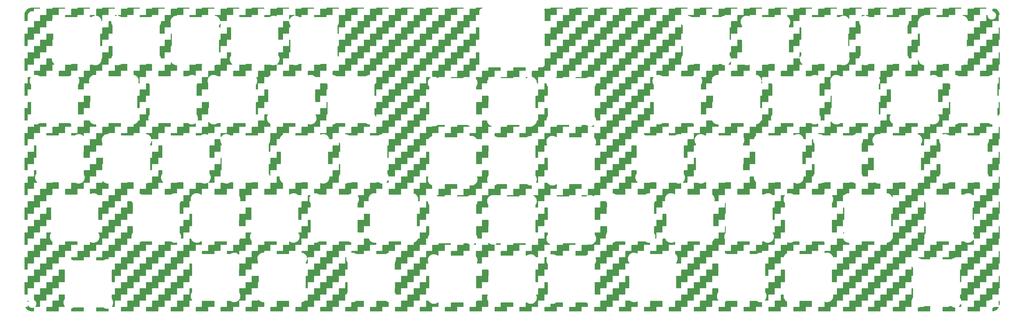
<source format=gbr>
G04 #@! TF.GenerationSoftware,KiCad,Pcbnew,7.0.9*
G04 #@! TF.CreationDate,2024-04-05T23:23:07+09:00*
G04 #@! TF.ProjectId,avain,61766169-6e2e-46b6-9963-61645f706362,rev?*
G04 #@! TF.SameCoordinates,Original*
G04 #@! TF.FileFunction,Copper,L2,Bot*
G04 #@! TF.FilePolarity,Positive*
%FSLAX46Y46*%
G04 Gerber Fmt 4.6, Leading zero omitted, Abs format (unit mm)*
G04 Created by KiCad (PCBNEW 7.0.9) date 2024-04-05 23:23:07*
%MOMM*%
%LPD*%
G01*
G04 APERTURE LIST*
G04 APERTURE END LIST*
G04 #@! TA.AperFunction,NonConductor*
G36*
X44438515Y-20126252D02*
G01*
X44485008Y-20179908D01*
X44495112Y-20250182D01*
X44465618Y-20314762D01*
X44405892Y-20353146D01*
X44391802Y-20356418D01*
X44206021Y-20388449D01*
X44206010Y-20388452D01*
X44007866Y-20451339D01*
X43936886Y-20452882D01*
X43876340Y-20415805D01*
X43845451Y-20351880D01*
X43843750Y-20331243D01*
X43843750Y-20232250D01*
X43863752Y-20164129D01*
X43917408Y-20117636D01*
X43969750Y-20106250D01*
X44370394Y-20106250D01*
X44438515Y-20126252D01*
G37*
G04 #@! TD.AperFunction*
G04 #@! TA.AperFunction,NonConductor*
G36*
X284738515Y-20126252D02*
G01*
X284785008Y-20179908D01*
X284795112Y-20250182D01*
X284765618Y-20314762D01*
X284705892Y-20353146D01*
X284691802Y-20356418D01*
X284506021Y-20388449D01*
X284506014Y-20388451D01*
X284251739Y-20469153D01*
X284251729Y-20469157D01*
X284023865Y-20577525D01*
X283953756Y-20588719D01*
X283888725Y-20560232D01*
X283849419Y-20501108D01*
X283843750Y-20463738D01*
X283843750Y-20232250D01*
X283863752Y-20164129D01*
X283917408Y-20117636D01*
X283969750Y-20106250D01*
X284670394Y-20106250D01*
X284738515Y-20126252D01*
G37*
G04 #@! TD.AperFunction*
G04 #@! TA.AperFunction,NonConductor*
G36*
X315785871Y-17770502D02*
G01*
X315832364Y-17824158D01*
X315843750Y-17876500D01*
X315843750Y-17980250D01*
X315823748Y-18048371D01*
X315770092Y-18094864D01*
X315717750Y-18106250D01*
X313843750Y-18106250D01*
X313843750Y-19980250D01*
X313823748Y-20048371D01*
X313770092Y-20094864D01*
X313717750Y-20106250D01*
X311843750Y-20106250D01*
X311843750Y-20636000D01*
X311823748Y-20704121D01*
X311770092Y-20750614D01*
X311717750Y-20762000D01*
X307969750Y-20762000D01*
X307901629Y-20741998D01*
X307855136Y-20688342D01*
X307843750Y-20636000D01*
X307843750Y-20232250D01*
X307863752Y-20164129D01*
X307917408Y-20117636D01*
X307969750Y-20106250D01*
X309843750Y-20106250D01*
X309843750Y-18232250D01*
X309863752Y-18164129D01*
X309917408Y-18117636D01*
X309969750Y-18106250D01*
X311843750Y-18106250D01*
X311843750Y-17876500D01*
X311863752Y-17808379D01*
X311917408Y-17761886D01*
X311969750Y-17750500D01*
X315717750Y-17750500D01*
X315785871Y-17770502D01*
G37*
G04 #@! TD.AperFunction*
G04 #@! TA.AperFunction,NonConductor*
G36*
X299785871Y-17770502D02*
G01*
X299832364Y-17824158D01*
X299843750Y-17876500D01*
X299843750Y-17980250D01*
X299823748Y-18048371D01*
X299770092Y-18094864D01*
X299717750Y-18106250D01*
X297843750Y-18106250D01*
X297843750Y-19980250D01*
X297823748Y-20048371D01*
X297770092Y-20094864D01*
X297717750Y-20106250D01*
X295843750Y-20106250D01*
X295843750Y-20636000D01*
X295823748Y-20704121D01*
X295770092Y-20750614D01*
X295717750Y-20762000D01*
X291969750Y-20762000D01*
X291901629Y-20741998D01*
X291855136Y-20688342D01*
X291843750Y-20636000D01*
X291843750Y-20232250D01*
X291863752Y-20164129D01*
X291917408Y-20117636D01*
X291969750Y-20106250D01*
X293843750Y-20106250D01*
X293843750Y-18232250D01*
X293863752Y-18164129D01*
X293917408Y-18117636D01*
X293969750Y-18106250D01*
X295843750Y-18106250D01*
X295843750Y-17876500D01*
X295863752Y-17808379D01*
X295917408Y-17761886D01*
X295969750Y-17750500D01*
X299717750Y-17750500D01*
X299785871Y-17770502D01*
G37*
G04 #@! TD.AperFunction*
G04 #@! TA.AperFunction,NonConductor*
G36*
X291785871Y-17770502D02*
G01*
X291832364Y-17824158D01*
X291843750Y-17876500D01*
X291843750Y-17980250D01*
X291823748Y-18048371D01*
X291770092Y-18094864D01*
X291717750Y-18106250D01*
X289843750Y-18106250D01*
X289843750Y-19980250D01*
X289823748Y-20048371D01*
X289770092Y-20094864D01*
X289717750Y-20106250D01*
X287843750Y-20106250D01*
X287843750Y-20636000D01*
X287823748Y-20704121D01*
X287770092Y-20750614D01*
X287717750Y-20762000D01*
X286226824Y-20762000D01*
X286158703Y-20741998D01*
X286150695Y-20736400D01*
X286040818Y-20653078D01*
X286040817Y-20653077D01*
X286040814Y-20653075D01*
X285808281Y-20522328D01*
X285560104Y-20424459D01*
X285560099Y-20424458D01*
X285300915Y-20361296D01*
X285264854Y-20357589D01*
X285199136Y-20330726D01*
X285158373Y-20272597D01*
X285155509Y-20201658D01*
X285191452Y-20140432D01*
X285254790Y-20108357D01*
X285277739Y-20106250D01*
X285843750Y-20106250D01*
X285843750Y-18232250D01*
X285863752Y-18164129D01*
X285917408Y-18117636D01*
X285969750Y-18106250D01*
X287843750Y-18106250D01*
X287843750Y-17876500D01*
X287863752Y-17808379D01*
X287917408Y-17761886D01*
X287969750Y-17750500D01*
X291717750Y-17750500D01*
X291785871Y-17770502D01*
G37*
G04 #@! TD.AperFunction*
G04 #@! TA.AperFunction,NonConductor*
G36*
X277727993Y-20126252D02*
G01*
X277774486Y-20179908D01*
X277784590Y-20250182D01*
X277755096Y-20314762D01*
X277695370Y-20353146D01*
X277672758Y-20357589D01*
X277636687Y-20361297D01*
X277377505Y-20424458D01*
X277377492Y-20424462D01*
X277129323Y-20522326D01*
X276896790Y-20653073D01*
X276816888Y-20713665D01*
X276795288Y-20730045D01*
X276786910Y-20736398D01*
X276720545Y-20761621D01*
X276710777Y-20762000D01*
X275969750Y-20762000D01*
X275901629Y-20741998D01*
X275855136Y-20688342D01*
X275843750Y-20636000D01*
X275843750Y-20232250D01*
X275863752Y-20164129D01*
X275917408Y-20117636D01*
X275969750Y-20106250D01*
X277659872Y-20106250D01*
X277727993Y-20126252D01*
G37*
G04 #@! TD.AperFunction*
G04 #@! TA.AperFunction,NonConductor*
G36*
X275785871Y-17770502D02*
G01*
X275832364Y-17824158D01*
X275843750Y-17876500D01*
X275843750Y-17980250D01*
X275823748Y-18048371D01*
X275770092Y-18094864D01*
X275717750Y-18106250D01*
X273843750Y-18106250D01*
X273843750Y-19980250D01*
X273823748Y-20048371D01*
X273770092Y-20094864D01*
X273717750Y-20106250D01*
X271843750Y-20106250D01*
X271843750Y-20636000D01*
X271823748Y-20704121D01*
X271770092Y-20750614D01*
X271717750Y-20762000D01*
X267969750Y-20762000D01*
X267901629Y-20741998D01*
X267855136Y-20688342D01*
X267843750Y-20636000D01*
X267843750Y-20232250D01*
X267863752Y-20164129D01*
X267917408Y-20117636D01*
X267969750Y-20106250D01*
X269843750Y-20106250D01*
X269843750Y-18232250D01*
X269863752Y-18164129D01*
X269917408Y-18117636D01*
X269969750Y-18106250D01*
X271843750Y-18106250D01*
X271843750Y-17876500D01*
X271863752Y-17808379D01*
X271917408Y-17761886D01*
X271969750Y-17750500D01*
X275717750Y-17750500D01*
X275785871Y-17770502D01*
G37*
G04 #@! TD.AperFunction*
G04 #@! TA.AperFunction,NonConductor*
G36*
X259785871Y-17770502D02*
G01*
X259832364Y-17824158D01*
X259843750Y-17876500D01*
X259843750Y-17980250D01*
X259823748Y-18048371D01*
X259770092Y-18094864D01*
X259717750Y-18106250D01*
X257843750Y-18106250D01*
X257843750Y-19980250D01*
X257823748Y-20048371D01*
X257770092Y-20094864D01*
X257717750Y-20106250D01*
X255843750Y-20106250D01*
X255843750Y-20636000D01*
X255823748Y-20704121D01*
X255770092Y-20750614D01*
X255717750Y-20762000D01*
X251969750Y-20762000D01*
X251901629Y-20741998D01*
X251855136Y-20688342D01*
X251843750Y-20636000D01*
X251843750Y-20232250D01*
X251863752Y-20164129D01*
X251917408Y-20117636D01*
X251969750Y-20106250D01*
X253843750Y-20106250D01*
X253843750Y-18232250D01*
X253863752Y-18164129D01*
X253917408Y-18117636D01*
X253969750Y-18106250D01*
X255843750Y-18106250D01*
X255843750Y-17876500D01*
X255863752Y-17808379D01*
X255917408Y-17761886D01*
X255969750Y-17750500D01*
X259717750Y-17750500D01*
X259785871Y-17770502D01*
G37*
G04 #@! TD.AperFunction*
G04 #@! TA.AperFunction,NonConductor*
G36*
X243785871Y-17770502D02*
G01*
X243832364Y-17824158D01*
X243843750Y-17876500D01*
X243843750Y-17980250D01*
X243823748Y-18048371D01*
X243770092Y-18094864D01*
X243717750Y-18106250D01*
X241843750Y-18106250D01*
X241843750Y-19980250D01*
X241823748Y-20048371D01*
X241770092Y-20094864D01*
X241717750Y-20106250D01*
X239843750Y-20106250D01*
X239843750Y-20216019D01*
X239823748Y-20284140D01*
X239770092Y-20330633D01*
X239730636Y-20341358D01*
X239536687Y-20361297D01*
X239277505Y-20424458D01*
X239277492Y-20424462D01*
X239029323Y-20522326D01*
X238796790Y-20653073D01*
X238716888Y-20713665D01*
X238695288Y-20730045D01*
X238686910Y-20736398D01*
X238620545Y-20761621D01*
X238610777Y-20762000D01*
X235969750Y-20762000D01*
X235901629Y-20741998D01*
X235855136Y-20688342D01*
X235843750Y-20636000D01*
X235843750Y-20232250D01*
X235863752Y-20164129D01*
X235917408Y-20117636D01*
X235969750Y-20106250D01*
X237843750Y-20106250D01*
X237843750Y-18232250D01*
X237863752Y-18164129D01*
X237917408Y-18117636D01*
X237969750Y-18106250D01*
X239843750Y-18106250D01*
X239843750Y-17876500D01*
X239863752Y-17808379D01*
X239917408Y-17761886D01*
X239969750Y-17750500D01*
X243717750Y-17750500D01*
X243785871Y-17770502D01*
G37*
G04 #@! TD.AperFunction*
G04 #@! TA.AperFunction,NonConductor*
G36*
X235785871Y-17770502D02*
G01*
X235832364Y-17824158D01*
X235843750Y-17876500D01*
X235843750Y-17980250D01*
X235823748Y-18048371D01*
X235770092Y-18094864D01*
X235717750Y-18106250D01*
X233843750Y-18106250D01*
X233843750Y-19980250D01*
X233823748Y-20048371D01*
X233770092Y-20094864D01*
X233717750Y-20106250D01*
X231843750Y-20106250D01*
X231843750Y-20636000D01*
X231823748Y-20704121D01*
X231770092Y-20750614D01*
X231717750Y-20762000D01*
X229076824Y-20762000D01*
X229008703Y-20741998D01*
X229000695Y-20736400D01*
X228890818Y-20653078D01*
X228890817Y-20653077D01*
X228890814Y-20653075D01*
X228658281Y-20522328D01*
X228410104Y-20424459D01*
X228410099Y-20424458D01*
X228150915Y-20361296D01*
X228114854Y-20357589D01*
X228049136Y-20330726D01*
X228008373Y-20272597D01*
X228005509Y-20201658D01*
X228041452Y-20140432D01*
X228104790Y-20108357D01*
X228127739Y-20106250D01*
X229843750Y-20106250D01*
X229843750Y-18232250D01*
X229863752Y-18164129D01*
X229917408Y-18117636D01*
X229969750Y-18106250D01*
X231843750Y-18106250D01*
X231843750Y-17876500D01*
X231863752Y-17808379D01*
X231917408Y-17761886D01*
X231969750Y-17750500D01*
X235717750Y-17750500D01*
X235785871Y-17770502D01*
G37*
G04 #@! TD.AperFunction*
G04 #@! TA.AperFunction,NonConductor*
G36*
X115785871Y-17770502D02*
G01*
X115832364Y-17824158D01*
X115843750Y-17876500D01*
X115843750Y-17980250D01*
X115823748Y-18048371D01*
X115770092Y-18094864D01*
X115717750Y-18106250D01*
X113843750Y-18106250D01*
X113843750Y-19980250D01*
X113823748Y-20048371D01*
X113770092Y-20094864D01*
X113717750Y-20106250D01*
X111843750Y-20106250D01*
X111843750Y-20636000D01*
X111823748Y-20704121D01*
X111770092Y-20750614D01*
X111717750Y-20762000D01*
X107969750Y-20762000D01*
X107901629Y-20741998D01*
X107855136Y-20688342D01*
X107843750Y-20636000D01*
X107843750Y-20232250D01*
X107863752Y-20164129D01*
X107917408Y-20117636D01*
X107969750Y-20106250D01*
X109843750Y-20106250D01*
X109843750Y-18232250D01*
X109863752Y-18164129D01*
X109917408Y-18117636D01*
X109969750Y-18106250D01*
X111843750Y-18106250D01*
X111843750Y-17876500D01*
X111863752Y-17808379D01*
X111917408Y-17761886D01*
X111969750Y-17750500D01*
X115717750Y-17750500D01*
X115785871Y-17770502D01*
G37*
G04 #@! TD.AperFunction*
G04 #@! TA.AperFunction,NonConductor*
G36*
X107785871Y-17770502D02*
G01*
X107832364Y-17824158D01*
X107843750Y-17876500D01*
X107843750Y-17980250D01*
X107823748Y-18048371D01*
X107770092Y-18094864D01*
X107717750Y-18106250D01*
X105843750Y-18106250D01*
X105843750Y-19980250D01*
X105823748Y-20048371D01*
X105770092Y-20094864D01*
X105717750Y-20106250D01*
X103843750Y-20106250D01*
X103843750Y-20636000D01*
X103823748Y-20704121D01*
X103770092Y-20750614D01*
X103717750Y-20762000D01*
X103076824Y-20762000D01*
X103008703Y-20741998D01*
X103000695Y-20736400D01*
X102890818Y-20653078D01*
X102890817Y-20653077D01*
X102890814Y-20653075D01*
X102658281Y-20522328D01*
X102410104Y-20424459D01*
X102410099Y-20424458D01*
X102150916Y-20361296D01*
X101904663Y-20335980D01*
X101838945Y-20309117D01*
X101798183Y-20250988D01*
X101795319Y-20180049D01*
X101828454Y-20121545D01*
X101843749Y-20106250D01*
X101843750Y-20106250D01*
X101843750Y-18232250D01*
X101863752Y-18164129D01*
X101917408Y-18117636D01*
X101969750Y-18106250D01*
X103843750Y-18106250D01*
X103843750Y-17876500D01*
X103863752Y-17808379D01*
X103917408Y-17761886D01*
X103969750Y-17750500D01*
X107717750Y-17750500D01*
X107785871Y-17770502D01*
G37*
G04 #@! TD.AperFunction*
G04 #@! TA.AperFunction,NonConductor*
G36*
X99785871Y-17770502D02*
G01*
X99832364Y-17824158D01*
X99843750Y-17876500D01*
X99843750Y-17980250D01*
X99823748Y-18048371D01*
X99770092Y-18094864D01*
X99717750Y-18106250D01*
X97843750Y-18106250D01*
X97843750Y-19980250D01*
X97823748Y-20048371D01*
X97770092Y-20094864D01*
X97717750Y-20106250D01*
X95843750Y-20106250D01*
X95843750Y-20416134D01*
X95823748Y-20484255D01*
X95770092Y-20530748D01*
X95699818Y-20540852D01*
X95663636Y-20529922D01*
X95535863Y-20469156D01*
X95518792Y-20463738D01*
X95476961Y-20450461D01*
X95281587Y-20388452D01*
X95281584Y-20388451D01*
X95281579Y-20388450D01*
X95018688Y-20343123D01*
X94752069Y-20334015D01*
X94752057Y-20334015D01*
X94486687Y-20361297D01*
X94227505Y-20424458D01*
X94227492Y-20424462D01*
X93979323Y-20522326D01*
X93746790Y-20653073D01*
X93666888Y-20713665D01*
X93645288Y-20730045D01*
X93636910Y-20736398D01*
X93570545Y-20761621D01*
X93560777Y-20762000D01*
X91969750Y-20762000D01*
X91901629Y-20741998D01*
X91855136Y-20688342D01*
X91843750Y-20636000D01*
X91843750Y-20232250D01*
X91863752Y-20164129D01*
X91917408Y-20117636D01*
X91969750Y-20106250D01*
X93843750Y-20106250D01*
X93843750Y-18232250D01*
X93863752Y-18164129D01*
X93917408Y-18117636D01*
X93969750Y-18106250D01*
X95843750Y-18106250D01*
X95843750Y-17876500D01*
X95863752Y-17808379D01*
X95917408Y-17761886D01*
X95969750Y-17750500D01*
X99717750Y-17750500D01*
X99785871Y-17770502D01*
G37*
G04 #@! TD.AperFunction*
G04 #@! TA.AperFunction,NonConductor*
G36*
X91785871Y-17770502D02*
G01*
X91832364Y-17824158D01*
X91843750Y-17876500D01*
X91843750Y-17980250D01*
X91823748Y-18048371D01*
X91770092Y-18094864D01*
X91717750Y-18106250D01*
X89843750Y-18106250D01*
X89843750Y-19980250D01*
X89823748Y-20048371D01*
X89770092Y-20094864D01*
X89717750Y-20106250D01*
X87843750Y-20106250D01*
X87843750Y-20636000D01*
X87823748Y-20704121D01*
X87770092Y-20750614D01*
X87717750Y-20762000D01*
X84026825Y-20762000D01*
X83958704Y-20741998D01*
X83950697Y-20736401D01*
X83893615Y-20693115D01*
X83851423Y-20636016D01*
X83843750Y-20592718D01*
X83843750Y-20232250D01*
X83863752Y-20164129D01*
X83917408Y-20117636D01*
X83969750Y-20106250D01*
X85843750Y-20106250D01*
X85843750Y-18232250D01*
X85863752Y-18164129D01*
X85917408Y-18117636D01*
X85969750Y-18106250D01*
X87843750Y-18106250D01*
X87843750Y-17876500D01*
X87863752Y-17808379D01*
X87917408Y-17761886D01*
X87969750Y-17750500D01*
X91717750Y-17750500D01*
X91785871Y-17770502D01*
G37*
G04 #@! TD.AperFunction*
G04 #@! TA.AperFunction,NonConductor*
G36*
X75785871Y-17770502D02*
G01*
X75832364Y-17824158D01*
X75843750Y-17876500D01*
X75843750Y-17980250D01*
X75823748Y-18048371D01*
X75770092Y-18094864D01*
X75717750Y-18106250D01*
X73843750Y-18106250D01*
X73843750Y-19980250D01*
X73823748Y-20048371D01*
X73770092Y-20094864D01*
X73717750Y-20106250D01*
X71843750Y-20106250D01*
X71843750Y-20636000D01*
X71823748Y-20704121D01*
X71770092Y-20750614D01*
X71717750Y-20762000D01*
X67969750Y-20762000D01*
X67901629Y-20741998D01*
X67855136Y-20688342D01*
X67843750Y-20636000D01*
X67843750Y-20232250D01*
X67863752Y-20164129D01*
X67917408Y-20117636D01*
X67969750Y-20106250D01*
X69843750Y-20106250D01*
X69843750Y-18232250D01*
X69863752Y-18164129D01*
X69917408Y-18117636D01*
X69969750Y-18106250D01*
X71843750Y-18106250D01*
X71843750Y-17876500D01*
X71863752Y-17808379D01*
X71917408Y-17761886D01*
X71969750Y-17750500D01*
X75717750Y-17750500D01*
X75785871Y-17770502D01*
G37*
G04 #@! TD.AperFunction*
G04 #@! TA.AperFunction,NonConductor*
G36*
X59785871Y-17770502D02*
G01*
X59832364Y-17824158D01*
X59843750Y-17876500D01*
X59843750Y-17980250D01*
X59823748Y-18048371D01*
X59770092Y-18094864D01*
X59717750Y-18106250D01*
X57843750Y-18106250D01*
X57843750Y-19980250D01*
X57823748Y-20048371D01*
X57770092Y-20094864D01*
X57717750Y-20106250D01*
X55843750Y-20106250D01*
X55843750Y-20468623D01*
X55823748Y-20536744D01*
X55779504Y-20578452D01*
X55646790Y-20653073D01*
X55566888Y-20713665D01*
X55545288Y-20730045D01*
X55536910Y-20736398D01*
X55470545Y-20761621D01*
X55460777Y-20762000D01*
X51969750Y-20762000D01*
X51901629Y-20741998D01*
X51855136Y-20688342D01*
X51843750Y-20636000D01*
X51843750Y-20232250D01*
X51863752Y-20164129D01*
X51917408Y-20117636D01*
X51969750Y-20106250D01*
X53843750Y-20106250D01*
X53843750Y-18232250D01*
X53863752Y-18164129D01*
X53917408Y-18117636D01*
X53969750Y-18106250D01*
X55843750Y-18106250D01*
X55843750Y-17876500D01*
X55863752Y-17808379D01*
X55917408Y-17761886D01*
X55969750Y-17750500D01*
X59717750Y-17750500D01*
X59785871Y-17770502D01*
G37*
G04 #@! TD.AperFunction*
G04 #@! TA.AperFunction,NonConductor*
G36*
X51785871Y-17770502D02*
G01*
X51832364Y-17824158D01*
X51843750Y-17876500D01*
X51843750Y-17980250D01*
X51823748Y-18048371D01*
X51770092Y-18094864D01*
X51717750Y-18106250D01*
X49843750Y-18106250D01*
X49843750Y-19980250D01*
X49823748Y-20048371D01*
X49770092Y-20094864D01*
X49717750Y-20106250D01*
X47843750Y-20106250D01*
X47843750Y-20636000D01*
X47823748Y-20704121D01*
X47770092Y-20750614D01*
X47717750Y-20762000D01*
X45926824Y-20762000D01*
X45858703Y-20741998D01*
X45850695Y-20736400D01*
X45740818Y-20653078D01*
X45740817Y-20653077D01*
X45740814Y-20653075D01*
X45508281Y-20522328D01*
X45260104Y-20424459D01*
X45260099Y-20424458D01*
X45000915Y-20361296D01*
X44964854Y-20357589D01*
X44899136Y-20330726D01*
X44858373Y-20272597D01*
X44855509Y-20201658D01*
X44891452Y-20140432D01*
X44954790Y-20108357D01*
X44977739Y-20106250D01*
X45843750Y-20106250D01*
X45843750Y-18232250D01*
X45863752Y-18164129D01*
X45917408Y-18117636D01*
X45969750Y-18106250D01*
X47843750Y-18106250D01*
X47843750Y-17876500D01*
X47863752Y-17808379D01*
X47917408Y-17761886D01*
X47969750Y-17750500D01*
X51717750Y-17750500D01*
X51785871Y-17770502D01*
G37*
G04 #@! TD.AperFunction*
G04 #@! TA.AperFunction,NonConductor*
G36*
X37386093Y-20126252D02*
G01*
X37432586Y-20179908D01*
X37442690Y-20250182D01*
X37413196Y-20314762D01*
X37353470Y-20353146D01*
X37330858Y-20357589D01*
X37294787Y-20361297D01*
X37035605Y-20424458D01*
X37035592Y-20424462D01*
X36787423Y-20522326D01*
X36554890Y-20653073D01*
X36474988Y-20713665D01*
X36453388Y-20730045D01*
X36445010Y-20736398D01*
X36378645Y-20761621D01*
X36368877Y-20762000D01*
X35969750Y-20762000D01*
X35901629Y-20741998D01*
X35855136Y-20688342D01*
X35843750Y-20636000D01*
X35843750Y-20232250D01*
X35863752Y-20164129D01*
X35917408Y-20117636D01*
X35969750Y-20106250D01*
X37317972Y-20106250D01*
X37386093Y-20126252D01*
G37*
G04 #@! TD.AperFunction*
G04 #@! TA.AperFunction,NonConductor*
G36*
X35785871Y-17770502D02*
G01*
X35832364Y-17824158D01*
X35843750Y-17876500D01*
X35843750Y-17980250D01*
X35823748Y-18048371D01*
X35770092Y-18094864D01*
X35717750Y-18106250D01*
X33843750Y-18106250D01*
X33843750Y-19980250D01*
X33823748Y-20048371D01*
X33770092Y-20094864D01*
X33717750Y-20106250D01*
X31843750Y-20106250D01*
X31843750Y-20636000D01*
X31823748Y-20704121D01*
X31770092Y-20750614D01*
X31717750Y-20762000D01*
X27969750Y-20762000D01*
X27901629Y-20741998D01*
X27855136Y-20688342D01*
X27843750Y-20636000D01*
X27843750Y-20232250D01*
X27863752Y-20164129D01*
X27917408Y-20117636D01*
X27969750Y-20106250D01*
X29843750Y-20106250D01*
X29843750Y-18232250D01*
X29863752Y-18164129D01*
X29917408Y-18117636D01*
X29969750Y-18106250D01*
X31843750Y-18106250D01*
X31843750Y-17876500D01*
X31863752Y-17808379D01*
X31917408Y-17761886D01*
X31969750Y-17750500D01*
X35717750Y-17750500D01*
X35785871Y-17770502D01*
G37*
G04 #@! TD.AperFunction*
G04 #@! TA.AperFunction,NonConductor*
G36*
X283785871Y-17770502D02*
G01*
X283832364Y-17824158D01*
X283843750Y-17876500D01*
X283843750Y-17980250D01*
X283823748Y-18048371D01*
X283770092Y-18094864D01*
X283717750Y-18106250D01*
X281843750Y-18106250D01*
X281843750Y-19980250D01*
X281823748Y-20048371D01*
X281770092Y-20094864D01*
X281717750Y-20106250D01*
X279843750Y-20106250D01*
X279843750Y-21168665D01*
X279823748Y-21236786D01*
X279770092Y-21283279D01*
X279699818Y-21293383D01*
X279635238Y-21263889D01*
X279612392Y-21237771D01*
X279526257Y-21106450D01*
X279526255Y-21106447D01*
X279526254Y-21106445D01*
X279500158Y-21076516D01*
X279350928Y-20905371D01*
X279149863Y-20730053D01*
X279149862Y-20730052D01*
X279149855Y-20730046D01*
X278981143Y-20619387D01*
X278926784Y-20583733D01*
X278926777Y-20583729D01*
X278685868Y-20469158D01*
X278685859Y-20469154D01*
X278508604Y-20412896D01*
X278431587Y-20388452D01*
X278431584Y-20388451D01*
X278431579Y-20388450D01*
X278252585Y-20357589D01*
X278168690Y-20343124D01*
X278142917Y-20342243D01*
X277915346Y-20334468D01*
X277847948Y-20312151D01*
X277803315Y-20256939D01*
X277795617Y-20186361D01*
X277827298Y-20122825D01*
X277830554Y-20119445D01*
X277843749Y-20106250D01*
X277843750Y-20106250D01*
X277843750Y-18232250D01*
X277863752Y-18164129D01*
X277917408Y-18117636D01*
X277969750Y-18106250D01*
X279843750Y-18106250D01*
X279843750Y-17876500D01*
X279863752Y-17808379D01*
X279917408Y-17761886D01*
X279969750Y-17750500D01*
X283717750Y-17750500D01*
X283785871Y-17770502D01*
G37*
G04 #@! TD.AperFunction*
G04 #@! TA.AperFunction,NonConductor*
G36*
X101588515Y-20126252D02*
G01*
X101635008Y-20179908D01*
X101645112Y-20250182D01*
X101615618Y-20314762D01*
X101555892Y-20353146D01*
X101541802Y-20356418D01*
X101356021Y-20388449D01*
X101356014Y-20388451D01*
X101101739Y-20469153D01*
X101101730Y-20469157D01*
X100860822Y-20583728D01*
X100860815Y-20583732D01*
X100637745Y-20730044D01*
X100637735Y-20730052D01*
X100436670Y-20905370D01*
X100261352Y-21106435D01*
X100261344Y-21106445D01*
X100115032Y-21329515D01*
X100115028Y-21329522D01*
X100083537Y-21395739D01*
X100036217Y-21448667D01*
X99967794Y-21467609D01*
X99899992Y-21446552D01*
X99854338Y-21392181D01*
X99843750Y-21341624D01*
X99843750Y-20232250D01*
X99863752Y-20164129D01*
X99917408Y-20117636D01*
X99969750Y-20106250D01*
X101520394Y-20106250D01*
X101588515Y-20126252D01*
G37*
G04 #@! TD.AperFunction*
G04 #@! TA.AperFunction,NonConductor*
G36*
X323785871Y-17770502D02*
G01*
X323832364Y-17824158D01*
X323843750Y-17876500D01*
X323843750Y-17980250D01*
X323823748Y-18048371D01*
X323770092Y-18094864D01*
X323717750Y-18106250D01*
X321843750Y-18106250D01*
X321843750Y-19980250D01*
X321823748Y-20048371D01*
X321770092Y-20094864D01*
X321717750Y-20106250D01*
X319843750Y-20106250D01*
X319843750Y-21980250D01*
X319823748Y-22048371D01*
X319770092Y-22094864D01*
X319717750Y-22106250D01*
X318122524Y-22106250D01*
X318054403Y-22086248D01*
X318007910Y-22032592D01*
X317998356Y-22001658D01*
X317985019Y-21924307D01*
X317967848Y-21824713D01*
X317887144Y-21570437D01*
X317788426Y-21362862D01*
X317772570Y-21329522D01*
X317772566Y-21329515D01*
X317745659Y-21288492D01*
X317626254Y-21106445D01*
X317600158Y-21076516D01*
X317450928Y-20905371D01*
X317249863Y-20730053D01*
X317249862Y-20730052D01*
X317249855Y-20730046D01*
X317081143Y-20619387D01*
X317026784Y-20583733D01*
X317026777Y-20583729D01*
X316785868Y-20469158D01*
X316785859Y-20469154D01*
X316608604Y-20412896D01*
X316531587Y-20388452D01*
X316531584Y-20388451D01*
X316531579Y-20388450D01*
X316352585Y-20357589D01*
X316345792Y-20356417D01*
X316282061Y-20325132D01*
X316245360Y-20264357D01*
X316247344Y-20193389D01*
X316287381Y-20134758D01*
X316352760Y-20107080D01*
X316367201Y-20106250D01*
X317843750Y-20106250D01*
X317843750Y-18232250D01*
X317863752Y-18164129D01*
X317917408Y-18117636D01*
X317969750Y-18106250D01*
X319843750Y-18106250D01*
X319843750Y-17876500D01*
X319863752Y-17808379D01*
X319917408Y-17761886D01*
X319969750Y-17750500D01*
X323717750Y-17750500D01*
X323785871Y-17770502D01*
G37*
G04 #@! TD.AperFunction*
G04 #@! TA.AperFunction,NonConductor*
G36*
X187785871Y-17770502D02*
G01*
X187832364Y-17824158D01*
X187843750Y-17876500D01*
X187843750Y-17980250D01*
X187823748Y-18048371D01*
X187770092Y-18094864D01*
X187717750Y-18106250D01*
X185843750Y-18106250D01*
X185843750Y-19980250D01*
X185823748Y-20048371D01*
X185770092Y-20094864D01*
X185717750Y-20106250D01*
X183843750Y-20106250D01*
X183843750Y-21980250D01*
X183823748Y-22048371D01*
X183770092Y-22094864D01*
X183717750Y-22106250D01*
X182076500Y-22106250D01*
X182008379Y-22086248D01*
X181961886Y-22032592D01*
X181950500Y-21980250D01*
X181950500Y-18912468D01*
X181937140Y-18836699D01*
X181920101Y-18740062D01*
X181866402Y-18592525D01*
X181860227Y-18575559D01*
X181857902Y-18570574D01*
X181858973Y-18570074D01*
X181843750Y-18513258D01*
X181843750Y-18232250D01*
X181863752Y-18164129D01*
X181917408Y-18117636D01*
X181969750Y-18106250D01*
X183843750Y-18106250D01*
X183843750Y-17876500D01*
X183863752Y-17808379D01*
X183917408Y-17761886D01*
X183969750Y-17750500D01*
X187717750Y-17750500D01*
X187785871Y-17770502D01*
G37*
G04 #@! TD.AperFunction*
G04 #@! TA.AperFunction,NonConductor*
G36*
X83785871Y-17770502D02*
G01*
X83832364Y-17824158D01*
X83843750Y-17876500D01*
X83843750Y-17980250D01*
X83823748Y-18048371D01*
X83770092Y-18094864D01*
X83717750Y-18106250D01*
X81843750Y-18106250D01*
X81843750Y-19980250D01*
X81823748Y-20048371D01*
X81770092Y-20094864D01*
X81717750Y-20106250D01*
X79843750Y-20106250D01*
X79843750Y-21980250D01*
X79823748Y-22048371D01*
X79770092Y-22094864D01*
X79717750Y-22106250D01*
X77822524Y-22106250D01*
X77754403Y-22086248D01*
X77707910Y-22032592D01*
X77698356Y-22001658D01*
X77685019Y-21924307D01*
X77667848Y-21824713D01*
X77587144Y-21570437D01*
X77488426Y-21362862D01*
X77472570Y-21329522D01*
X77472566Y-21329515D01*
X77445659Y-21288492D01*
X77326254Y-21106445D01*
X77300158Y-21076516D01*
X77150928Y-20905371D01*
X76949863Y-20730053D01*
X76949862Y-20730052D01*
X76949855Y-20730046D01*
X76781143Y-20619387D01*
X76726784Y-20583733D01*
X76726777Y-20583729D01*
X76485868Y-20469158D01*
X76485859Y-20469154D01*
X76308604Y-20412896D01*
X76231587Y-20388452D01*
X76231584Y-20388451D01*
X76231579Y-20388450D01*
X76052585Y-20357589D01*
X76045792Y-20356417D01*
X75982061Y-20325132D01*
X75945360Y-20264357D01*
X75947344Y-20193389D01*
X75987381Y-20134758D01*
X76052760Y-20107080D01*
X76067201Y-20106250D01*
X77843750Y-20106250D01*
X77843750Y-18232250D01*
X77863752Y-18164129D01*
X77917408Y-18117636D01*
X77969750Y-18106250D01*
X79843750Y-18106250D01*
X79843750Y-17876500D01*
X79863752Y-17808379D01*
X79917408Y-17761886D01*
X79969750Y-17750500D01*
X83717750Y-17750500D01*
X83785871Y-17770502D01*
G37*
G04 #@! TD.AperFunction*
G04 #@! TA.AperFunction,NonConductor*
G36*
X43785871Y-17770502D02*
G01*
X43832364Y-17824158D01*
X43843750Y-17876500D01*
X43843750Y-17980250D01*
X43823748Y-18048371D01*
X43770092Y-18094864D01*
X43717750Y-18106250D01*
X41843750Y-18106250D01*
X41843750Y-19980250D01*
X41823748Y-20048371D01*
X41770092Y-20094864D01*
X41717750Y-20106250D01*
X39843750Y-20106250D01*
X39843750Y-21980250D01*
X39823748Y-22048371D01*
X39770092Y-22094864D01*
X39717750Y-22106250D01*
X39680624Y-22106250D01*
X39612503Y-22086248D01*
X39566010Y-22032592D01*
X39556456Y-22001658D01*
X39543119Y-21924307D01*
X39525948Y-21824713D01*
X39445244Y-21570437D01*
X39346526Y-21362862D01*
X39330670Y-21329522D01*
X39330666Y-21329515D01*
X39303759Y-21288492D01*
X39184354Y-21106445D01*
X39158258Y-21076516D01*
X39009028Y-20905371D01*
X38807963Y-20730053D01*
X38807962Y-20730052D01*
X38807955Y-20730046D01*
X38639243Y-20619387D01*
X38584884Y-20583733D01*
X38584877Y-20583729D01*
X38343968Y-20469158D01*
X38343959Y-20469154D01*
X38166704Y-20412896D01*
X38089687Y-20388452D01*
X38089685Y-20388451D01*
X38089681Y-20388450D01*
X37884916Y-20353146D01*
X37878848Y-20352099D01*
X37815118Y-20320814D01*
X37778417Y-20260039D01*
X37780401Y-20189070D01*
X37811163Y-20138836D01*
X37843749Y-20106250D01*
X37843750Y-20106250D01*
X37843750Y-18232250D01*
X37863752Y-18164129D01*
X37917408Y-18117636D01*
X37969750Y-18106250D01*
X39843750Y-18106250D01*
X39843750Y-17876500D01*
X39863752Y-17808379D01*
X39917408Y-17761886D01*
X39969750Y-17750500D01*
X43717750Y-17750500D01*
X43785871Y-17770502D01*
G37*
G04 #@! TD.AperFunction*
G04 #@! TA.AperFunction,NonConductor*
G36*
X19785871Y-17770502D02*
G01*
X19832364Y-17824158D01*
X19843750Y-17876500D01*
X19843750Y-17980250D01*
X19823748Y-18048371D01*
X19770092Y-18094864D01*
X19717750Y-18106250D01*
X17843750Y-18106250D01*
X17843750Y-18836699D01*
X17823748Y-18904820D01*
X17770092Y-18951313D01*
X17699818Y-18961417D01*
X17685139Y-18958406D01*
X17522911Y-18914937D01*
X17390576Y-18903359D01*
X17346466Y-18899500D01*
X17228534Y-18899500D01*
X17193245Y-18902587D01*
X17052088Y-18914937D01*
X16823838Y-18976096D01*
X16823834Y-18976098D01*
X16609667Y-19075966D01*
X16416107Y-19211498D01*
X16416096Y-19211507D01*
X16249007Y-19378596D01*
X16249002Y-19378602D01*
X16113465Y-19572169D01*
X16013598Y-19786334D01*
X16013596Y-19786338D01*
X15952901Y-20012861D01*
X15915950Y-20073484D01*
X15852089Y-20104505D01*
X15844893Y-20105105D01*
X15843750Y-20106249D01*
X15843750Y-21980250D01*
X15823748Y-22048371D01*
X15770092Y-22094864D01*
X15717750Y-22106250D01*
X14914000Y-22106250D01*
X14845879Y-22086248D01*
X14799386Y-22032592D01*
X14788000Y-21980250D01*
X14788000Y-20251902D01*
X14788115Y-20248097D01*
X14791424Y-20193389D01*
X14805994Y-19952514D01*
X14806909Y-19944976D01*
X14859946Y-19655563D01*
X14861762Y-19648197D01*
X14949294Y-19367297D01*
X14951986Y-19360198D01*
X15072744Y-19091886D01*
X15076271Y-19085167D01*
X15228492Y-18833363D01*
X15232795Y-18827130D01*
X15414259Y-18595508D01*
X15419278Y-18589843D01*
X15627343Y-18381778D01*
X15633008Y-18376759D01*
X15864630Y-18195295D01*
X15870863Y-18190992D01*
X16122667Y-18038771D01*
X16129386Y-18035244D01*
X16397698Y-17914486D01*
X16404797Y-17911794D01*
X16685697Y-17824262D01*
X16693063Y-17822446D01*
X16982476Y-17769409D01*
X16990014Y-17768494D01*
X17285599Y-17750614D01*
X17289403Y-17750500D01*
X17353392Y-17750500D01*
X19717750Y-17750500D01*
X19785871Y-17770502D01*
G37*
G04 #@! TD.AperFunction*
G04 #@! TA.AperFunction,NonConductor*
G36*
X267785871Y-17770502D02*
G01*
X267832364Y-17824158D01*
X267843750Y-17876500D01*
X267843750Y-17980250D01*
X267823748Y-18048371D01*
X267770092Y-18094864D01*
X267717750Y-18106250D01*
X265843750Y-18106250D01*
X265843750Y-19980250D01*
X265823748Y-20048371D01*
X265770092Y-20094864D01*
X265717750Y-20106250D01*
X263843750Y-20106250D01*
X263843750Y-21980250D01*
X263823748Y-22048371D01*
X263770092Y-22094864D01*
X263717750Y-22106250D01*
X261843750Y-22106250D01*
X261843750Y-23980250D01*
X261823748Y-24048371D01*
X261770092Y-24094864D01*
X261717750Y-24106250D01*
X260570300Y-24106250D01*
X260502179Y-24086248D01*
X260455686Y-24032592D01*
X260444300Y-23980250D01*
X260444300Y-23545523D01*
X260464302Y-23477402D01*
X260469902Y-23469390D01*
X260493554Y-23438198D01*
X260553223Y-23359514D01*
X260599795Y-23276687D01*
X260683973Y-23126976D01*
X260701352Y-23082905D01*
X260781840Y-22878800D01*
X260845003Y-22619609D01*
X260872285Y-22354231D01*
X260863176Y-22087610D01*
X260817848Y-21824713D01*
X260737144Y-21570437D01*
X260638426Y-21362862D01*
X260622570Y-21329522D01*
X260622566Y-21329515D01*
X260595659Y-21288492D01*
X260476254Y-21106445D01*
X260450158Y-21076516D01*
X260300928Y-20905371D01*
X260099863Y-20730053D01*
X260099862Y-20730052D01*
X260099855Y-20730046D01*
X259900644Y-20599383D01*
X259854654Y-20545297D01*
X259843750Y-20494025D01*
X259843750Y-20232250D01*
X259863752Y-20164129D01*
X259917408Y-20117636D01*
X259969750Y-20106250D01*
X261843750Y-20106250D01*
X261843750Y-18232250D01*
X261863752Y-18164129D01*
X261917408Y-18117636D01*
X261969750Y-18106250D01*
X263843750Y-18106250D01*
X263843750Y-17876500D01*
X263863752Y-17808379D01*
X263917408Y-17761886D01*
X263969750Y-17750500D01*
X267717750Y-17750500D01*
X267785871Y-17770502D01*
G37*
G04 #@! TD.AperFunction*
G04 #@! TA.AperFunction,NonConductor*
G36*
X77780184Y-22894964D02*
G01*
X77829443Y-22946092D01*
X77843750Y-23004408D01*
X77843750Y-23980250D01*
X77823748Y-24048371D01*
X77770092Y-24094864D01*
X77717750Y-24106250D01*
X77420300Y-24106250D01*
X77352179Y-24086248D01*
X77305686Y-24032592D01*
X77294300Y-23980250D01*
X77294300Y-23545523D01*
X77314302Y-23477402D01*
X77319902Y-23469390D01*
X77343554Y-23438198D01*
X77403223Y-23359514D01*
X77449795Y-23276687D01*
X77533973Y-23126976D01*
X77600535Y-22958185D01*
X77644132Y-22902151D01*
X77711103Y-22878583D01*
X77780184Y-22894964D01*
G37*
G04 #@! TD.AperFunction*
G04 #@! TA.AperFunction,NonConductor*
G36*
X307785871Y-17770502D02*
G01*
X307832364Y-17824158D01*
X307843750Y-17876500D01*
X307843750Y-17980250D01*
X307823748Y-18048371D01*
X307770092Y-18094864D01*
X307717750Y-18106250D01*
X305843750Y-18106250D01*
X305843750Y-19980250D01*
X305823748Y-20048371D01*
X305770092Y-20094864D01*
X305717750Y-20106250D01*
X303843750Y-20106250D01*
X303843750Y-20232705D01*
X303823748Y-20300826D01*
X303770092Y-20347319D01*
X303739159Y-20356873D01*
X303556019Y-20388449D01*
X303556014Y-20388451D01*
X303301739Y-20469153D01*
X303301730Y-20469157D01*
X303060822Y-20583728D01*
X303060815Y-20583732D01*
X302837745Y-20730044D01*
X302837735Y-20730052D01*
X302636670Y-20905370D01*
X302461352Y-21106435D01*
X302461344Y-21106445D01*
X302315032Y-21329515D01*
X302315028Y-21329522D01*
X302200457Y-21570430D01*
X302200453Y-21570439D01*
X302119751Y-21824714D01*
X302119749Y-21824721D01*
X302089243Y-22001658D01*
X302057958Y-22065390D01*
X301997183Y-22102090D01*
X301965075Y-22106250D01*
X301843750Y-22106250D01*
X301843750Y-23980250D01*
X301823748Y-24048371D01*
X301770092Y-24094864D01*
X301717750Y-24106250D01*
X299843750Y-24106250D01*
X299843750Y-25980250D01*
X299823748Y-26048371D01*
X299770092Y-26094864D01*
X299717750Y-26106250D01*
X298670300Y-26106250D01*
X298602179Y-26086248D01*
X298555686Y-26032592D01*
X298544300Y-25980250D01*
X298544300Y-23545523D01*
X298564302Y-23477402D01*
X298569902Y-23469390D01*
X298593554Y-23438198D01*
X298653223Y-23359514D01*
X298699795Y-23276687D01*
X298783973Y-23126976D01*
X298801352Y-23082905D01*
X298881840Y-22878800D01*
X298945003Y-22619609D01*
X298972285Y-22354231D01*
X298968265Y-22236551D01*
X298985930Y-22167788D01*
X299037967Y-22119490D01*
X299094192Y-22106250D01*
X299843750Y-22106250D01*
X299843750Y-20232250D01*
X299863752Y-20164129D01*
X299917408Y-20117636D01*
X299969750Y-20106250D01*
X301843750Y-20106250D01*
X301843750Y-18232250D01*
X301863752Y-18164129D01*
X301917408Y-18117636D01*
X301969750Y-18106250D01*
X303843750Y-18106250D01*
X303843750Y-17876500D01*
X303863752Y-17808379D01*
X303917408Y-17761886D01*
X303969750Y-17750500D01*
X307717750Y-17750500D01*
X307785871Y-17770502D01*
G37*
G04 #@! TD.AperFunction*
G04 #@! TA.AperFunction,NonConductor*
G36*
X123785871Y-17770502D02*
G01*
X123832364Y-17824158D01*
X123843750Y-17876500D01*
X123843750Y-17980250D01*
X123823748Y-18048371D01*
X123770092Y-18094864D01*
X123717750Y-18106250D01*
X121843750Y-18106250D01*
X121843750Y-19980250D01*
X121823748Y-20048371D01*
X121770092Y-20094864D01*
X121717750Y-20106250D01*
X119843750Y-20106250D01*
X119843750Y-21980250D01*
X119823748Y-22048371D01*
X119770092Y-22094864D01*
X119717750Y-22106250D01*
X117843750Y-22106250D01*
X117843750Y-23980250D01*
X117823748Y-24048371D01*
X117770092Y-24094864D01*
X117717750Y-24106250D01*
X115843750Y-24106250D01*
X115843750Y-25980250D01*
X115823748Y-26048371D01*
X115770092Y-26094864D01*
X115717750Y-26106250D01*
X115520300Y-26106250D01*
X115452179Y-26086248D01*
X115405686Y-26032592D01*
X115394300Y-25980250D01*
X115394300Y-23545523D01*
X115414302Y-23477402D01*
X115419902Y-23469390D01*
X115443554Y-23438198D01*
X115503223Y-23359514D01*
X115549795Y-23276687D01*
X115633973Y-23126976D01*
X115651352Y-23082905D01*
X115731840Y-22878800D01*
X115795003Y-22619609D01*
X115822285Y-22354231D01*
X115816670Y-22189893D01*
X115834335Y-22121132D01*
X115843750Y-22109031D01*
X115843750Y-20232250D01*
X115863752Y-20164129D01*
X115917408Y-20117636D01*
X115969750Y-20106250D01*
X117843750Y-20106250D01*
X117843750Y-18232250D01*
X117863752Y-18164129D01*
X117917408Y-18117636D01*
X117969750Y-18106250D01*
X119843750Y-18106250D01*
X119843750Y-17876500D01*
X119863752Y-17808379D01*
X119917408Y-17761886D01*
X119969750Y-17750500D01*
X123717750Y-17750500D01*
X123785871Y-17770502D01*
G37*
G04 #@! TD.AperFunction*
G04 #@! TA.AperFunction,NonConductor*
G36*
X67785871Y-17770502D02*
G01*
X67832364Y-17824158D01*
X67843750Y-17876500D01*
X67843750Y-17980250D01*
X67823748Y-18048371D01*
X67770092Y-18094864D01*
X67717750Y-18106250D01*
X65843750Y-18106250D01*
X65843750Y-19980250D01*
X65823748Y-20048371D01*
X65770092Y-20094864D01*
X65717750Y-20106250D01*
X63843750Y-20106250D01*
X63843750Y-20210257D01*
X63823748Y-20278378D01*
X63770092Y-20324871D01*
X63722054Y-20336183D01*
X63518912Y-20343123D01*
X63494576Y-20347319D01*
X63256021Y-20388449D01*
X63256014Y-20388451D01*
X63001739Y-20469153D01*
X63001730Y-20469157D01*
X62760822Y-20583728D01*
X62760815Y-20583732D01*
X62537745Y-20730044D01*
X62537735Y-20730052D01*
X62336670Y-20905370D01*
X62161352Y-21106435D01*
X62161344Y-21106445D01*
X62015032Y-21329515D01*
X62015028Y-21329522D01*
X61900457Y-21570430D01*
X61900453Y-21570439D01*
X61819751Y-21824714D01*
X61819749Y-21824721D01*
X61774422Y-22087613D01*
X61769482Y-22232250D01*
X61765316Y-22354230D01*
X61765315Y-22354245D01*
X61792596Y-22619613D01*
X61792597Y-22619616D01*
X61840155Y-22814772D01*
X61840167Y-22814819D01*
X61843750Y-22844652D01*
X61843750Y-23980250D01*
X61823748Y-24048371D01*
X61770092Y-24094864D01*
X61717750Y-24106250D01*
X59843750Y-24106250D01*
X59843750Y-25980250D01*
X59823748Y-26048371D01*
X59770092Y-26094864D01*
X59717750Y-26106250D01*
X58370300Y-26106250D01*
X58302179Y-26086248D01*
X58255686Y-26032592D01*
X58244300Y-25980250D01*
X58244300Y-23545523D01*
X58264302Y-23477402D01*
X58269902Y-23469390D01*
X58293554Y-23438198D01*
X58353223Y-23359514D01*
X58399795Y-23276687D01*
X58483973Y-23126976D01*
X58501352Y-23082905D01*
X58581840Y-22878800D01*
X58645003Y-22619609D01*
X58672285Y-22354231D01*
X58668265Y-22236551D01*
X58685930Y-22167788D01*
X58737967Y-22119490D01*
X58794192Y-22106250D01*
X59843750Y-22106250D01*
X59843750Y-20232250D01*
X59863752Y-20164129D01*
X59917408Y-20117636D01*
X59969750Y-20106250D01*
X61843750Y-20106250D01*
X61843750Y-18232250D01*
X61863752Y-18164129D01*
X61917408Y-18117636D01*
X61969750Y-18106250D01*
X63843750Y-18106250D01*
X63843750Y-17876500D01*
X63863752Y-17808379D01*
X63917408Y-17761886D01*
X63969750Y-17750500D01*
X67717750Y-17750500D01*
X67785871Y-17770502D01*
G37*
G04 #@! TD.AperFunction*
G04 #@! TA.AperFunction,NonConductor*
G36*
X251785871Y-17770502D02*
G01*
X251832364Y-17824158D01*
X251843750Y-17876500D01*
X251843750Y-17980250D01*
X251823748Y-18048371D01*
X251770092Y-18094864D01*
X251717750Y-18106250D01*
X249843750Y-18106250D01*
X249843750Y-19980250D01*
X249823748Y-20048371D01*
X249770092Y-20094864D01*
X249717750Y-20106250D01*
X247843750Y-20106250D01*
X247843750Y-20390619D01*
X247823748Y-20458740D01*
X247770092Y-20505233D01*
X247699818Y-20515337D01*
X247671526Y-20507834D01*
X247460104Y-20424459D01*
X247460099Y-20424458D01*
X247200915Y-20361296D01*
X246935545Y-20334015D01*
X246935535Y-20334015D01*
X246935533Y-20334015D01*
X246856098Y-20336728D01*
X246668913Y-20343122D01*
X246406021Y-20388449D01*
X246406014Y-20388451D01*
X246151739Y-20469153D01*
X246151730Y-20469157D01*
X245910822Y-20583728D01*
X245910815Y-20583732D01*
X245687745Y-20730044D01*
X245687735Y-20730052D01*
X245486670Y-20905370D01*
X245311352Y-21106435D01*
X245311344Y-21106445D01*
X245165032Y-21329515D01*
X245165028Y-21329522D01*
X245050457Y-21570430D01*
X245050453Y-21570439D01*
X244969751Y-21824714D01*
X244969749Y-21824721D01*
X244924422Y-22087613D01*
X244919482Y-22232250D01*
X244915316Y-22354230D01*
X244915315Y-22354245D01*
X244942596Y-22619614D01*
X244942596Y-22619616D01*
X245005758Y-22878799D01*
X245005759Y-22878804D01*
X245103628Y-23126981D01*
X245234375Y-23359514D01*
X245317697Y-23469390D01*
X245342921Y-23535755D01*
X245343300Y-23545524D01*
X245343300Y-23980250D01*
X245323298Y-24048371D01*
X245269642Y-24094864D01*
X245217300Y-24106250D01*
X243843750Y-24106250D01*
X243843750Y-25980250D01*
X243823748Y-26048371D01*
X243770092Y-26094864D01*
X243717750Y-26106250D01*
X241843750Y-26106250D01*
X241843750Y-27980250D01*
X241823748Y-28048371D01*
X241770092Y-28094864D01*
X241717750Y-28106250D01*
X241520300Y-28106250D01*
X241452179Y-28086248D01*
X241405686Y-28032592D01*
X241394300Y-27980250D01*
X241394300Y-24232250D01*
X241414302Y-24164129D01*
X241467958Y-24117636D01*
X241520300Y-24106250D01*
X241843750Y-24106250D01*
X241843750Y-22232250D01*
X241863752Y-22164129D01*
X241917408Y-22117636D01*
X241969750Y-22106250D01*
X243843750Y-22106250D01*
X243843750Y-20232250D01*
X243863752Y-20164129D01*
X243917408Y-20117636D01*
X243969750Y-20106250D01*
X245843750Y-20106250D01*
X245843750Y-18232250D01*
X245863752Y-18164129D01*
X245917408Y-18117636D01*
X245969750Y-18106250D01*
X247843750Y-18106250D01*
X247843750Y-17876500D01*
X247863752Y-17808379D01*
X247917408Y-17761886D01*
X247969750Y-17750500D01*
X251717750Y-17750500D01*
X251785871Y-17770502D01*
G37*
G04 #@! TD.AperFunction*
G04 #@! TA.AperFunction,NonConductor*
G36*
X99811530Y-22126252D02*
G01*
X99858023Y-22179908D01*
X99869335Y-22236548D01*
X99865315Y-22354231D01*
X99865315Y-22354245D01*
X99892596Y-22619614D01*
X99892596Y-22619616D01*
X99955758Y-22878799D01*
X99955759Y-22878804D01*
X100053628Y-23126981D01*
X100184375Y-23359514D01*
X100267697Y-23469390D01*
X100292921Y-23535755D01*
X100293300Y-23545524D01*
X100293300Y-23980250D01*
X100273298Y-24048371D01*
X100219642Y-24094864D01*
X100167300Y-24106250D01*
X99843750Y-24106250D01*
X99843750Y-25980250D01*
X99823748Y-26048371D01*
X99770092Y-26094864D01*
X99717750Y-26106250D01*
X97843750Y-26106250D01*
X97843750Y-27980250D01*
X97823748Y-28048371D01*
X97770092Y-28094864D01*
X97717750Y-28106250D01*
X96470300Y-28106250D01*
X96402179Y-28086248D01*
X96355686Y-28032592D01*
X96344300Y-27980250D01*
X96344300Y-24232250D01*
X96364302Y-24164129D01*
X96417958Y-24117636D01*
X96470300Y-24106250D01*
X97843750Y-24106250D01*
X97843750Y-22232250D01*
X97863752Y-22164129D01*
X97917408Y-22117636D01*
X97969750Y-22106250D01*
X99743409Y-22106250D01*
X99811530Y-22126252D01*
G37*
G04 #@! TD.AperFunction*
G04 #@! TA.AperFunction,NonConductor*
G36*
X282961529Y-22126252D02*
G01*
X283008022Y-22179908D01*
X283019334Y-22236550D01*
X283015316Y-22354229D01*
X283015315Y-22354244D01*
X283015315Y-22354245D01*
X283042596Y-22619614D01*
X283042596Y-22619616D01*
X283105758Y-22878799D01*
X283105759Y-22878804D01*
X283203628Y-23126981D01*
X283334375Y-23359514D01*
X283417697Y-23469390D01*
X283442921Y-23535755D01*
X283443300Y-23545524D01*
X283443300Y-25980250D01*
X283423298Y-26048371D01*
X283369642Y-26094864D01*
X283317300Y-26106250D01*
X281843750Y-26106250D01*
X281843750Y-27980250D01*
X281823748Y-28048371D01*
X281770092Y-28094864D01*
X281717750Y-28106250D01*
X279843750Y-28106250D01*
X279843750Y-29980250D01*
X279823748Y-30048371D01*
X279770092Y-30094864D01*
X279717750Y-30106250D01*
X279620300Y-30106250D01*
X279552179Y-30086248D01*
X279505686Y-30032592D01*
X279494300Y-29980250D01*
X279494300Y-26232250D01*
X279514302Y-26164129D01*
X279567958Y-26117636D01*
X279620300Y-26106250D01*
X279843750Y-26106250D01*
X279843750Y-24232250D01*
X279863752Y-24164129D01*
X279917408Y-24117636D01*
X279969750Y-24106250D01*
X281843750Y-24106250D01*
X281843750Y-22232250D01*
X281863752Y-22164129D01*
X281917408Y-22117636D01*
X281969750Y-22106250D01*
X282893408Y-22106250D01*
X282961529Y-22126252D01*
G37*
G04 #@! TD.AperFunction*
G04 #@! TA.AperFunction,NonConductor*
G36*
X195785871Y-17770502D02*
G01*
X195832364Y-17824158D01*
X195843750Y-17876500D01*
X195843750Y-17980250D01*
X195823748Y-18048371D01*
X195770092Y-18094864D01*
X195717750Y-18106250D01*
X193843750Y-18106250D01*
X193843750Y-19980250D01*
X193823748Y-20048371D01*
X193770092Y-20094864D01*
X193717750Y-20106250D01*
X191843750Y-20106250D01*
X191843750Y-21980250D01*
X191823748Y-22048371D01*
X191770092Y-22094864D01*
X191717750Y-22106250D01*
X189843750Y-22106250D01*
X189843750Y-23980250D01*
X189823748Y-24048371D01*
X189770092Y-24094864D01*
X189717750Y-24106250D01*
X187843750Y-24106250D01*
X187843750Y-25980250D01*
X187823748Y-26048371D01*
X187770092Y-26094864D01*
X187717750Y-26106250D01*
X185843750Y-26106250D01*
X185843750Y-27980250D01*
X185823748Y-28048371D01*
X185770092Y-28094864D01*
X185717750Y-28106250D01*
X183843750Y-28106250D01*
X183843750Y-29980250D01*
X183823748Y-30048371D01*
X183770092Y-30094864D01*
X183717750Y-30106250D01*
X182076500Y-30106250D01*
X182008379Y-30086248D01*
X181961886Y-30032592D01*
X181950500Y-29980250D01*
X181950500Y-26232250D01*
X181970502Y-26164129D01*
X182024158Y-26117636D01*
X182076500Y-26106250D01*
X183843750Y-26106250D01*
X183843750Y-24232250D01*
X183863752Y-24164129D01*
X183917408Y-24117636D01*
X183969750Y-24106250D01*
X185843750Y-24106250D01*
X185843750Y-22232250D01*
X185863752Y-22164129D01*
X185917408Y-22117636D01*
X185969750Y-22106250D01*
X187843750Y-22106250D01*
X187843750Y-20232250D01*
X187863752Y-20164129D01*
X187917408Y-20117636D01*
X187969750Y-20106250D01*
X189843750Y-20106250D01*
X189843750Y-18232250D01*
X189863752Y-18164129D01*
X189917408Y-18117636D01*
X189969750Y-18106250D01*
X191843750Y-18106250D01*
X191843750Y-17876500D01*
X191863752Y-17808379D01*
X191917408Y-17761886D01*
X191969750Y-17750500D01*
X195717750Y-17750500D01*
X195785871Y-17770502D01*
G37*
G04 #@! TD.AperFunction*
G04 #@! TA.AperFunction,NonConductor*
G36*
X42661529Y-22126252D02*
G01*
X42708022Y-22179908D01*
X42719334Y-22236550D01*
X42715316Y-22354229D01*
X42715315Y-22354244D01*
X42715315Y-22354245D01*
X42742596Y-22619614D01*
X42742596Y-22619616D01*
X42805758Y-22878799D01*
X42805759Y-22878804D01*
X42903628Y-23126981D01*
X43034375Y-23359514D01*
X43117697Y-23469390D01*
X43142921Y-23535755D01*
X43143300Y-23545524D01*
X43143300Y-25980250D01*
X43123298Y-26048371D01*
X43069642Y-26094864D01*
X43017300Y-26106250D01*
X41843750Y-26106250D01*
X41843750Y-27980250D01*
X41823748Y-28048371D01*
X41770092Y-28094864D01*
X41717750Y-28106250D01*
X39843750Y-28106250D01*
X39843750Y-29980250D01*
X39823748Y-30048371D01*
X39770092Y-30094864D01*
X39717750Y-30106250D01*
X39278400Y-30106250D01*
X39210279Y-30086248D01*
X39163786Y-30032592D01*
X39152400Y-29980250D01*
X39152400Y-26232250D01*
X39172402Y-26164129D01*
X39226058Y-26117636D01*
X39278400Y-26106250D01*
X39843750Y-26106250D01*
X39843750Y-24232250D01*
X39863752Y-24164129D01*
X39917408Y-24117636D01*
X39969750Y-24106250D01*
X41843750Y-24106250D01*
X41843750Y-22232250D01*
X41863752Y-22164129D01*
X41917408Y-22117636D01*
X41969750Y-22106250D01*
X42593408Y-22106250D01*
X42661529Y-22126252D01*
G37*
G04 #@! TD.AperFunction*
G04 #@! TA.AperFunction,NonConductor*
G36*
X27785871Y-17770502D02*
G01*
X27832364Y-17824158D01*
X27843750Y-17876500D01*
X27843750Y-17980250D01*
X27823748Y-18048371D01*
X27770092Y-18094864D01*
X27717750Y-18106250D01*
X25843750Y-18106250D01*
X25843750Y-19980250D01*
X25823748Y-20048371D01*
X25770092Y-20094864D01*
X25717750Y-20106250D01*
X23843750Y-20106250D01*
X23843750Y-21362862D01*
X23831537Y-21416977D01*
X23758557Y-21570430D01*
X23758553Y-21570439D01*
X23677851Y-21824714D01*
X23677849Y-21824721D01*
X23647343Y-22001658D01*
X23616058Y-22065390D01*
X23555283Y-22102090D01*
X23523175Y-22106250D01*
X21843750Y-22106250D01*
X21843750Y-23980250D01*
X21823748Y-24048371D01*
X21770092Y-24094864D01*
X21717750Y-24106250D01*
X19843750Y-24106250D01*
X19843750Y-25980250D01*
X19823748Y-26048371D01*
X19770092Y-26094864D01*
X19717750Y-26106250D01*
X17843750Y-26106250D01*
X17843750Y-27980250D01*
X17823748Y-28048371D01*
X17770092Y-28094864D01*
X17717750Y-28106250D01*
X15843750Y-28106250D01*
X15843750Y-29980250D01*
X15823748Y-30048371D01*
X15770092Y-30094864D01*
X15717750Y-30106250D01*
X14914000Y-30106250D01*
X14845879Y-30086248D01*
X14799386Y-30032592D01*
X14788000Y-29980250D01*
X14788000Y-26232250D01*
X14808002Y-26164129D01*
X14861658Y-26117636D01*
X14914000Y-26106250D01*
X15843750Y-26106250D01*
X15843750Y-24232250D01*
X15863752Y-24164129D01*
X15917408Y-24117636D01*
X15969750Y-24106250D01*
X17843750Y-24106250D01*
X17843750Y-22232250D01*
X17863752Y-22164129D01*
X17917408Y-22117636D01*
X17969750Y-22106250D01*
X19843750Y-22106250D01*
X19843750Y-20232250D01*
X19863752Y-20164129D01*
X19917408Y-20117636D01*
X19969750Y-20106250D01*
X21843750Y-20106250D01*
X21843750Y-18232250D01*
X21863752Y-18164129D01*
X21917408Y-18117636D01*
X21969750Y-18106250D01*
X23843750Y-18106250D01*
X23843750Y-17876500D01*
X23863752Y-17808379D01*
X23917408Y-17761886D01*
X23969750Y-17750500D01*
X27717750Y-17750500D01*
X27785871Y-17770502D01*
G37*
G04 #@! TD.AperFunction*
G04 #@! TA.AperFunction,NonConductor*
G36*
X326944015Y-18124422D02*
G01*
X327054114Y-18190979D01*
X327054118Y-18190981D01*
X327060381Y-18195305D01*
X327291982Y-18376752D01*
X327297664Y-18381786D01*
X327505712Y-18589834D01*
X327510748Y-18595518D01*
X327679128Y-18810440D01*
X327692194Y-18827117D01*
X327696514Y-18833375D01*
X327756224Y-18932147D01*
X327848724Y-19085161D01*
X327852263Y-19091903D01*
X327973006Y-19360183D01*
X327975706Y-19367303D01*
X328063234Y-19648189D01*
X328065057Y-19655583D01*
X328118088Y-19944967D01*
X328119006Y-19952526D01*
X328120223Y-19972642D01*
X328104371Y-20041846D01*
X328053620Y-20091494D01*
X327994453Y-20106250D01*
X327843750Y-20106250D01*
X327843750Y-21980250D01*
X327823748Y-22048371D01*
X327770092Y-22094864D01*
X327717750Y-22106250D01*
X325843750Y-22106250D01*
X325843750Y-23980250D01*
X325823748Y-24048371D01*
X325770092Y-24094864D01*
X325717750Y-24106250D01*
X323843750Y-24106250D01*
X323843750Y-25980250D01*
X323823748Y-26048371D01*
X323770092Y-26094864D01*
X323717750Y-26106250D01*
X321843750Y-26106250D01*
X321843750Y-27980250D01*
X321823748Y-28048371D01*
X321770092Y-28094864D01*
X321717750Y-28106250D01*
X319843750Y-28106250D01*
X319843750Y-29980250D01*
X319823748Y-30048371D01*
X319770092Y-30094864D01*
X319717750Y-30106250D01*
X317843749Y-30106250D01*
X317809395Y-30140604D01*
X317747083Y-30174630D01*
X317676268Y-30169565D01*
X317619432Y-30127018D01*
X317594621Y-30060498D01*
X317594300Y-30051509D01*
X317594300Y-28232250D01*
X317614302Y-28164129D01*
X317667958Y-28117636D01*
X317720300Y-28106250D01*
X317843750Y-28106250D01*
X317843750Y-26232250D01*
X317863752Y-26164129D01*
X317917408Y-26117636D01*
X317969750Y-26106250D01*
X319843750Y-26106250D01*
X319843750Y-24232250D01*
X319863752Y-24164129D01*
X319917408Y-24117636D01*
X319969750Y-24106250D01*
X321843750Y-24106250D01*
X321843750Y-22232250D01*
X321863752Y-22164129D01*
X321917408Y-22117636D01*
X321969750Y-22106250D01*
X323843750Y-22106250D01*
X323843750Y-20232250D01*
X323863752Y-20164129D01*
X323917408Y-20117636D01*
X323969750Y-20106250D01*
X324156913Y-20106250D01*
X324225034Y-20126252D01*
X324271527Y-20179908D01*
X324282432Y-20243235D01*
X324281841Y-20250000D01*
X324293610Y-20384518D01*
X324302437Y-20485411D01*
X324363596Y-20713661D01*
X324363598Y-20713665D01*
X324463466Y-20927832D01*
X324598998Y-21121392D01*
X324599002Y-21121397D01*
X324599005Y-21121401D01*
X324766099Y-21288495D01*
X324766103Y-21288498D01*
X324766107Y-21288501D01*
X324959667Y-21424033D01*
X324959666Y-21424033D01*
X325007958Y-21446552D01*
X325173837Y-21523903D01*
X325402092Y-21585063D01*
X325578534Y-21600500D01*
X325578535Y-21600500D01*
X325696465Y-21600500D01*
X325696466Y-21600500D01*
X325872908Y-21585063D01*
X326101163Y-21523903D01*
X326315329Y-21424035D01*
X326508901Y-21288495D01*
X326675995Y-21121401D01*
X326811535Y-20927830D01*
X326911403Y-20713663D01*
X326972563Y-20485408D01*
X326993159Y-20250000D01*
X326972563Y-20014592D01*
X326911403Y-19786337D01*
X326811535Y-19572171D01*
X326811534Y-19572169D01*
X326811533Y-19572167D01*
X326676001Y-19378607D01*
X326675997Y-19378602D01*
X326675995Y-19378599D01*
X326508901Y-19211505D01*
X326508897Y-19211502D01*
X326508892Y-19211498D01*
X326315332Y-19075966D01*
X326315333Y-19075966D01*
X326101165Y-18976098D01*
X326101160Y-18976096D01*
X325937139Y-18932147D01*
X325876516Y-18895195D01*
X325845495Y-18831335D01*
X325843750Y-18810440D01*
X325843750Y-18232250D01*
X325863752Y-18164129D01*
X325917408Y-18117636D01*
X325969750Y-18106250D01*
X326878830Y-18106250D01*
X326944015Y-18124422D01*
G37*
G04 #@! TD.AperFunction*
G04 #@! TA.AperFunction,NonConductor*
G36*
X264335421Y-24126252D02*
G01*
X264381914Y-24179908D01*
X264393300Y-24232250D01*
X264393300Y-27980250D01*
X264373298Y-28048371D01*
X264319642Y-28094864D01*
X264267300Y-28106250D01*
X263843750Y-28106250D01*
X263843750Y-29980250D01*
X263823748Y-30048371D01*
X263770092Y-30094864D01*
X263717750Y-30106250D01*
X261843750Y-30106250D01*
X261843750Y-31980250D01*
X261823748Y-32048371D01*
X261770092Y-32094864D01*
X261717750Y-32106250D01*
X260570300Y-32106250D01*
X260502179Y-32086248D01*
X260455686Y-32032592D01*
X260444300Y-31980250D01*
X260444300Y-28232250D01*
X260464302Y-28164129D01*
X260517958Y-28117636D01*
X260570300Y-28106250D01*
X261843750Y-28106250D01*
X261843750Y-26232250D01*
X261863752Y-26164129D01*
X261917408Y-26117636D01*
X261969750Y-26106250D01*
X263843750Y-26106250D01*
X263843750Y-24232250D01*
X263863752Y-24164129D01*
X263917408Y-24117636D01*
X263969750Y-24106250D01*
X264267300Y-24106250D01*
X264335421Y-24126252D01*
G37*
G04 #@! TD.AperFunction*
G04 #@! TA.AperFunction,NonConductor*
G36*
X81185421Y-24126252D02*
G01*
X81231914Y-24179908D01*
X81243300Y-24232250D01*
X81243300Y-27980250D01*
X81223298Y-28048371D01*
X81169642Y-28094864D01*
X81117300Y-28106250D01*
X79843750Y-28106250D01*
X79843750Y-29980250D01*
X79823748Y-30048371D01*
X79770092Y-30094864D01*
X79717750Y-30106250D01*
X77843750Y-30106250D01*
X77843750Y-31980250D01*
X77823748Y-32048371D01*
X77770092Y-32094864D01*
X77717750Y-32106250D01*
X77420300Y-32106250D01*
X77352179Y-32086248D01*
X77305686Y-32032592D01*
X77294300Y-31980250D01*
X77294300Y-28232250D01*
X77314302Y-28164129D01*
X77367958Y-28117636D01*
X77420300Y-28106250D01*
X77843750Y-28106250D01*
X77843750Y-26232250D01*
X77863752Y-26164129D01*
X77917408Y-26117636D01*
X77969750Y-26106250D01*
X79843750Y-26106250D01*
X79843750Y-24232250D01*
X79863752Y-24164129D01*
X79917408Y-24117636D01*
X79969750Y-24106250D01*
X81117300Y-24106250D01*
X81185421Y-24126252D01*
G37*
G04 #@! TD.AperFunction*
G04 #@! TA.AperFunction,NonConductor*
G36*
X131785871Y-17770502D02*
G01*
X131832364Y-17824158D01*
X131843750Y-17876500D01*
X131843750Y-17980250D01*
X131823748Y-18048371D01*
X131770092Y-18094864D01*
X131717750Y-18106250D01*
X129843750Y-18106250D01*
X129843750Y-19980250D01*
X129823748Y-20048371D01*
X129770092Y-20094864D01*
X129717750Y-20106250D01*
X127843750Y-20106250D01*
X127843750Y-21980250D01*
X127823748Y-22048371D01*
X127770092Y-22094864D01*
X127717750Y-22106250D01*
X125843750Y-22106250D01*
X125843750Y-23980250D01*
X125823748Y-24048371D01*
X125770092Y-24094864D01*
X125717750Y-24106250D01*
X123843750Y-24106250D01*
X123843750Y-25980250D01*
X123823748Y-26048371D01*
X123770092Y-26094864D01*
X123717750Y-26106250D01*
X121843750Y-26106250D01*
X121843750Y-27980250D01*
X121823748Y-28048371D01*
X121770092Y-28094864D01*
X121717750Y-28106250D01*
X119843750Y-28106250D01*
X119843750Y-29980250D01*
X119823748Y-30048371D01*
X119770092Y-30094864D01*
X119717750Y-30106250D01*
X117843750Y-30106250D01*
X117843750Y-31980250D01*
X117823748Y-32048371D01*
X117770092Y-32094864D01*
X117717750Y-32106250D01*
X115843750Y-32106250D01*
X115843750Y-33389935D01*
X115823748Y-33458056D01*
X115770092Y-33504549D01*
X115699818Y-33514653D01*
X115635238Y-33485159D01*
X115607921Y-33451689D01*
X115503226Y-33265490D01*
X115419902Y-33155609D01*
X115394679Y-33089244D01*
X115394300Y-33079476D01*
X115394300Y-30232250D01*
X115414302Y-30164129D01*
X115467958Y-30117636D01*
X115520300Y-30106250D01*
X115843750Y-30106250D01*
X115843750Y-28232250D01*
X115863752Y-28164129D01*
X115917408Y-28117636D01*
X115969750Y-28106250D01*
X117843750Y-28106250D01*
X117843750Y-26232250D01*
X117863752Y-26164129D01*
X117917408Y-26117636D01*
X117969750Y-26106250D01*
X119843750Y-26106250D01*
X119843750Y-24232250D01*
X119863752Y-24164129D01*
X119917408Y-24117636D01*
X119969750Y-24106250D01*
X121843750Y-24106250D01*
X121843750Y-22232250D01*
X121863752Y-22164129D01*
X121917408Y-22117636D01*
X121969750Y-22106250D01*
X123843750Y-22106250D01*
X123843750Y-20232250D01*
X123863752Y-20164129D01*
X123917408Y-20117636D01*
X123969750Y-20106250D01*
X125843750Y-20106250D01*
X125843750Y-18232250D01*
X125863752Y-18164129D01*
X125917408Y-18117636D01*
X125969750Y-18106250D01*
X127843750Y-18106250D01*
X127843750Y-17876500D01*
X127863752Y-17808379D01*
X127917408Y-17761886D01*
X127969750Y-17750500D01*
X131717750Y-17750500D01*
X131785871Y-17770502D01*
G37*
G04 #@! TD.AperFunction*
G04 #@! TA.AperFunction,NonConductor*
G36*
X264335421Y-32126252D02*
G01*
X264381914Y-32179908D01*
X264393300Y-32232250D01*
X264393300Y-33079476D01*
X264373298Y-33147597D01*
X264367698Y-33155609D01*
X264284374Y-33265489D01*
X264153627Y-33498023D01*
X264086965Y-33667070D01*
X264043367Y-33723104D01*
X263976397Y-33746672D01*
X263907316Y-33730291D01*
X263858057Y-33679162D01*
X263843750Y-33620847D01*
X263843750Y-32232250D01*
X263863752Y-32164129D01*
X263917408Y-32117636D01*
X263969750Y-32106250D01*
X264267300Y-32106250D01*
X264335421Y-32126252D01*
G37*
G04 #@! TD.AperFunction*
G04 #@! TA.AperFunction,NonConductor*
G36*
X302435421Y-26126252D02*
G01*
X302481914Y-26179908D01*
X302493300Y-26232250D01*
X302493300Y-29980250D01*
X302473298Y-30048371D01*
X302419642Y-30094864D01*
X302367300Y-30106250D01*
X301843750Y-30106250D01*
X301843750Y-31980250D01*
X301823748Y-32048371D01*
X301770092Y-32094864D01*
X301717750Y-32106250D01*
X299843750Y-32106250D01*
X299843750Y-33980250D01*
X299823748Y-34048371D01*
X299770092Y-34094864D01*
X299717750Y-34106250D01*
X299068528Y-34106250D01*
X299000407Y-34086248D01*
X298953914Y-34032592D01*
X298946744Y-34009398D01*
X298946023Y-34009574D01*
X298881841Y-33746205D01*
X298881840Y-33746200D01*
X298881837Y-33746192D01*
X298783973Y-33498023D01*
X298653226Y-33265490D01*
X298569902Y-33155609D01*
X298544679Y-33089244D01*
X298544300Y-33079476D01*
X298544300Y-30232250D01*
X298564302Y-30164129D01*
X298617958Y-30117636D01*
X298670300Y-30106250D01*
X299843750Y-30106250D01*
X299843750Y-28232250D01*
X299863752Y-28164129D01*
X299917408Y-28117636D01*
X299969750Y-28106250D01*
X301843750Y-28106250D01*
X301843750Y-26232250D01*
X301863752Y-26164129D01*
X301917408Y-26117636D01*
X301969750Y-26106250D01*
X302367300Y-26106250D01*
X302435421Y-26126252D01*
G37*
G04 #@! TD.AperFunction*
G04 #@! TA.AperFunction,NonConductor*
G36*
X245285421Y-28126252D02*
G01*
X245331914Y-28179908D01*
X245343300Y-28232250D01*
X245343300Y-31980250D01*
X245323298Y-32048371D01*
X245269642Y-32094864D01*
X245217300Y-32106250D01*
X243843750Y-32106250D01*
X243843750Y-33980250D01*
X243823748Y-34048371D01*
X243770092Y-34094864D01*
X243717750Y-34106250D01*
X241918528Y-34106250D01*
X241850407Y-34086248D01*
X241803914Y-34032592D01*
X241796744Y-34009398D01*
X241796023Y-34009574D01*
X241731841Y-33746205D01*
X241731840Y-33746200D01*
X241731837Y-33746192D01*
X241633973Y-33498023D01*
X241503226Y-33265490D01*
X241419902Y-33155609D01*
X241394679Y-33089244D01*
X241394300Y-33079476D01*
X241394300Y-32232250D01*
X241414302Y-32164129D01*
X241467958Y-32117636D01*
X241520300Y-32106250D01*
X241843750Y-32106250D01*
X241843750Y-30232250D01*
X241863752Y-30164129D01*
X241917408Y-30117636D01*
X241969750Y-30106250D01*
X243843750Y-30106250D01*
X243843750Y-28232250D01*
X243863752Y-28164129D01*
X243917408Y-28117636D01*
X243969750Y-28106250D01*
X245217300Y-28106250D01*
X245285421Y-28126252D01*
G37*
G04 #@! TD.AperFunction*
G04 #@! TA.AperFunction,NonConductor*
G36*
X62135421Y-26126252D02*
G01*
X62181914Y-26179908D01*
X62193300Y-26232250D01*
X62193300Y-29980250D01*
X62173298Y-30048371D01*
X62119642Y-30094864D01*
X62067300Y-30106250D01*
X61843750Y-30106250D01*
X61843750Y-31980250D01*
X61823748Y-32048371D01*
X61770092Y-32094864D01*
X61717750Y-32106250D01*
X59843750Y-32106250D01*
X59843750Y-33980250D01*
X59823748Y-34048371D01*
X59770092Y-34094864D01*
X59717750Y-34106250D01*
X58768528Y-34106250D01*
X58700407Y-34086248D01*
X58653914Y-34032592D01*
X58646744Y-34009398D01*
X58646023Y-34009574D01*
X58581841Y-33746205D01*
X58581840Y-33746200D01*
X58581837Y-33746192D01*
X58483973Y-33498023D01*
X58353226Y-33265490D01*
X58269902Y-33155609D01*
X58244679Y-33089244D01*
X58244300Y-33079476D01*
X58244300Y-30232250D01*
X58264302Y-30164129D01*
X58317958Y-30117636D01*
X58370300Y-30106250D01*
X59843750Y-30106250D01*
X59843750Y-28232250D01*
X59863752Y-28164129D01*
X59917408Y-28117636D01*
X59969750Y-28106250D01*
X61843750Y-28106250D01*
X61843750Y-26232250D01*
X61863752Y-26164129D01*
X61917408Y-26117636D01*
X61969750Y-26106250D01*
X62067300Y-26106250D01*
X62135421Y-26126252D01*
G37*
G04 #@! TD.AperFunction*
G04 #@! TA.AperFunction,NonConductor*
G36*
X241787507Y-35178655D02*
G01*
X241833162Y-35233025D01*
X241843750Y-35283583D01*
X241843750Y-35980250D01*
X241823748Y-36048371D01*
X241770092Y-36094864D01*
X241717750Y-36106250D01*
X241143755Y-36106250D01*
X241075634Y-36086248D01*
X241029141Y-36032592D01*
X241019037Y-35962318D01*
X241048531Y-35897738D01*
X241060947Y-35885282D01*
X241073443Y-35874386D01*
X241250928Y-35719628D01*
X241426254Y-35518555D01*
X241572568Y-35295482D01*
X241603962Y-35229468D01*
X241651282Y-35176541D01*
X241719705Y-35157598D01*
X241787507Y-35178655D01*
G37*
G04 #@! TD.AperFunction*
G04 #@! TA.AperFunction,NonConductor*
G36*
X100235421Y-28126252D02*
G01*
X100281914Y-28179908D01*
X100293300Y-28232250D01*
X100293300Y-31980250D01*
X100273298Y-32048371D01*
X100219642Y-32094864D01*
X100167300Y-32106250D01*
X99843750Y-32106250D01*
X99843750Y-33980250D01*
X99823748Y-34048371D01*
X99770092Y-34094864D01*
X99717750Y-34106250D01*
X97843750Y-34106250D01*
X97843750Y-35980250D01*
X97823748Y-36048371D01*
X97770092Y-36094864D01*
X97717750Y-36106250D01*
X96093755Y-36106250D01*
X96025634Y-36086248D01*
X95979141Y-36032592D01*
X95969037Y-35962318D01*
X95998531Y-35897738D01*
X96010947Y-35885282D01*
X96023443Y-35874386D01*
X96200928Y-35719628D01*
X96376254Y-35518555D01*
X96522568Y-35295482D01*
X96637144Y-35054563D01*
X96717848Y-34800287D01*
X96763176Y-34537390D01*
X96772285Y-34270769D01*
X96745003Y-34005391D01*
X96681840Y-33746200D01*
X96681837Y-33746192D01*
X96583973Y-33498023D01*
X96453226Y-33265490D01*
X96369902Y-33155609D01*
X96344679Y-33089244D01*
X96344300Y-33079476D01*
X96344300Y-32232250D01*
X96364302Y-32164129D01*
X96417958Y-32117636D01*
X96470300Y-32106250D01*
X97843750Y-32106250D01*
X97843750Y-30232250D01*
X97863752Y-30164129D01*
X97917408Y-30117636D01*
X97969750Y-30106250D01*
X99843750Y-30106250D01*
X99843750Y-28232250D01*
X99863752Y-28164129D01*
X99917408Y-28117636D01*
X99969750Y-28106250D01*
X100167300Y-28106250D01*
X100235421Y-28126252D01*
G37*
G04 #@! TD.AperFunction*
G04 #@! TA.AperFunction,NonConductor*
G36*
X23969432Y-26084735D02*
G01*
X24026268Y-26127282D01*
X24051079Y-26193802D01*
X24051400Y-26202791D01*
X24051400Y-27980250D01*
X24031398Y-28048371D01*
X23977742Y-28094864D01*
X23925400Y-28106250D01*
X23843750Y-28106250D01*
X23843750Y-29980250D01*
X23823748Y-30048371D01*
X23770092Y-30094864D01*
X23717750Y-30106250D01*
X21843750Y-30106250D01*
X21843750Y-31980250D01*
X21823748Y-32048371D01*
X21770092Y-32094864D01*
X21717750Y-32106250D01*
X19843750Y-32106250D01*
X19843750Y-33980250D01*
X19823748Y-34048371D01*
X19770092Y-34094864D01*
X19717750Y-34106250D01*
X17843750Y-34106250D01*
X17843750Y-35980250D01*
X17823748Y-36048371D01*
X17770092Y-36094864D01*
X17717750Y-36106250D01*
X15843750Y-36106250D01*
X15843750Y-37980250D01*
X15823748Y-38048371D01*
X15770092Y-38094864D01*
X15717750Y-38106250D01*
X14914000Y-38106250D01*
X14845879Y-38086248D01*
X14799386Y-38032592D01*
X14788000Y-37980250D01*
X14788000Y-34232250D01*
X14808002Y-34164129D01*
X14861658Y-34117636D01*
X14914000Y-34106250D01*
X15843750Y-34106250D01*
X15843750Y-32232250D01*
X15863752Y-32164129D01*
X15917408Y-32117636D01*
X15969750Y-32106250D01*
X17843750Y-32106250D01*
X17843750Y-30232250D01*
X17863752Y-30164129D01*
X17917408Y-30117636D01*
X17969750Y-30106250D01*
X19843750Y-30106250D01*
X19843750Y-28232250D01*
X19863752Y-28164129D01*
X19917408Y-28117636D01*
X19969750Y-28106250D01*
X21843750Y-28106250D01*
X21843750Y-26232250D01*
X21863752Y-26164129D01*
X21917408Y-26117636D01*
X21969750Y-26106250D01*
X23849941Y-26106250D01*
X23898617Y-26079670D01*
X23969432Y-26084735D01*
G37*
G04 #@! TD.AperFunction*
G04 #@! TA.AperFunction,NonConductor*
G36*
X328079121Y-32126252D02*
G01*
X328125614Y-32179908D01*
X328137000Y-32232250D01*
X328137000Y-35980250D01*
X328116998Y-36048371D01*
X328063342Y-36094864D01*
X328011000Y-36106250D01*
X327843750Y-36106250D01*
X327843750Y-37980250D01*
X327823748Y-38048371D01*
X327770092Y-38094864D01*
X327717750Y-38106250D01*
X325843750Y-38106250D01*
X325843750Y-39264024D01*
X325823748Y-39332145D01*
X325770092Y-39378638D01*
X325730636Y-39389363D01*
X325517287Y-39411297D01*
X325258105Y-39474458D01*
X325258092Y-39474462D01*
X325009923Y-39572326D01*
X324777390Y-39703073D01*
X324691240Y-39768402D01*
X324675888Y-39780045D01*
X324667510Y-39786398D01*
X324601145Y-39811621D01*
X324591377Y-39812000D01*
X321969750Y-39812000D01*
X321901629Y-39791998D01*
X321855136Y-39738342D01*
X321843750Y-39686000D01*
X321843750Y-38232250D01*
X321863752Y-38164129D01*
X321917408Y-38117636D01*
X321969750Y-38106250D01*
X323843750Y-38106250D01*
X323843750Y-36232250D01*
X323863752Y-36164129D01*
X323917408Y-36117636D01*
X323969750Y-36106250D01*
X325843750Y-36106250D01*
X325843750Y-34232250D01*
X325863752Y-34164129D01*
X325917408Y-34117636D01*
X325969750Y-34106250D01*
X327843750Y-34106250D01*
X327843750Y-32232250D01*
X327863752Y-32164129D01*
X327917408Y-32117636D01*
X327969750Y-32106250D01*
X328011000Y-32106250D01*
X328079121Y-32126252D01*
G37*
G04 #@! TD.AperFunction*
G04 #@! TA.AperFunction,NonConductor*
G36*
X328079121Y-24126252D02*
G01*
X328125614Y-24179908D01*
X328137000Y-24232250D01*
X328137000Y-27980250D01*
X328116998Y-28048371D01*
X328063342Y-28094864D01*
X328011000Y-28106250D01*
X327843750Y-28106250D01*
X327843750Y-29980250D01*
X327823748Y-30048371D01*
X327770092Y-30094864D01*
X327717750Y-30106250D01*
X325843750Y-30106250D01*
X325843750Y-31980250D01*
X325823748Y-32048371D01*
X325770092Y-32094864D01*
X325717750Y-32106250D01*
X323843750Y-32106250D01*
X323843750Y-33980250D01*
X323823748Y-34048371D01*
X323770092Y-34094864D01*
X323717750Y-34106250D01*
X321843750Y-34106250D01*
X321843750Y-35980250D01*
X321823748Y-36048371D01*
X321770092Y-36094864D01*
X321717750Y-36106250D01*
X319843750Y-36106250D01*
X319843750Y-37980250D01*
X319823748Y-38048371D01*
X319770092Y-38094864D01*
X319717750Y-38106250D01*
X317843750Y-38106250D01*
X317843750Y-39686000D01*
X317823748Y-39754121D01*
X317770092Y-39800614D01*
X317717750Y-39812000D01*
X315057424Y-39812000D01*
X314989303Y-39791998D01*
X314981295Y-39786400D01*
X314871418Y-39703078D01*
X314871417Y-39703077D01*
X314871414Y-39703075D01*
X314638881Y-39572328D01*
X314390704Y-39474459D01*
X314390699Y-39474458D01*
X314131516Y-39411296D01*
X313956864Y-39393341D01*
X313891146Y-39366478D01*
X313850384Y-39308349D01*
X313843750Y-39268002D01*
X313843750Y-38232250D01*
X313863752Y-38164129D01*
X313917408Y-38117636D01*
X313969750Y-38106250D01*
X315843750Y-38106250D01*
X315843750Y-36414326D01*
X315863752Y-36346205D01*
X315917408Y-36299712D01*
X315982638Y-36288987D01*
X316002069Y-36290985D01*
X316268690Y-36281876D01*
X316531587Y-36236548D01*
X316785863Y-36155844D01*
X316864464Y-36118463D01*
X316918579Y-36106250D01*
X317843750Y-36106250D01*
X317843750Y-35174242D01*
X317855963Y-35120126D01*
X317887144Y-35054563D01*
X317967848Y-34800287D01*
X318013176Y-34537390D01*
X318022285Y-34270769D01*
X318019650Y-34245137D01*
X318032579Y-34175328D01*
X318081198Y-34123591D01*
X318144989Y-34106250D01*
X319843750Y-34106250D01*
X319843750Y-32232250D01*
X319863752Y-32164129D01*
X319917408Y-32117636D01*
X319969750Y-32106250D01*
X321843750Y-32106250D01*
X321843750Y-30232250D01*
X321863752Y-30164129D01*
X321917408Y-30117636D01*
X321969750Y-30106250D01*
X323843750Y-30106250D01*
X323843750Y-28232250D01*
X323863752Y-28164129D01*
X323917408Y-28117636D01*
X323969750Y-28106250D01*
X325843750Y-28106250D01*
X325843750Y-26232250D01*
X325863752Y-26164129D01*
X325917408Y-26117636D01*
X325969750Y-26106250D01*
X327843750Y-26106250D01*
X327843750Y-24232250D01*
X327863752Y-24164129D01*
X327917408Y-24117636D01*
X327969750Y-24106250D01*
X328011000Y-24106250D01*
X328079121Y-24126252D01*
G37*
G04 #@! TD.AperFunction*
G04 #@! TA.AperFunction,NonConductor*
G36*
X302052262Y-34576630D02*
G01*
X302090646Y-34636356D01*
X302093918Y-34650446D01*
X302119751Y-34800278D01*
X302119752Y-34800283D01*
X302119753Y-34800286D01*
X302139340Y-34862000D01*
X302200455Y-35054558D01*
X302200459Y-35054567D01*
X302315030Y-35295476D01*
X302315034Y-35295483D01*
X302461349Y-35518558D01*
X302533922Y-35601787D01*
X302636673Y-35719627D01*
X302771815Y-35837465D01*
X302837741Y-35894950D01*
X302837743Y-35894951D01*
X302837745Y-35894953D01*
X303060817Y-36041266D01*
X303060823Y-36041269D01*
X303133284Y-36075730D01*
X303301738Y-36155843D01*
X303556014Y-36236547D01*
X303739158Y-36268124D01*
X303802890Y-36299409D01*
X303839590Y-36360184D01*
X303843750Y-36392292D01*
X303843750Y-37980250D01*
X303823748Y-38048371D01*
X303770092Y-38094864D01*
X303717750Y-38106250D01*
X301843750Y-38106250D01*
X301843750Y-39686000D01*
X301823748Y-39754121D01*
X301770092Y-39800614D01*
X301717750Y-39812000D01*
X297969750Y-39812000D01*
X297901629Y-39791998D01*
X297855136Y-39738342D01*
X297843750Y-39686000D01*
X297843750Y-38232250D01*
X297863752Y-38164129D01*
X297917408Y-38117636D01*
X297969750Y-38106250D01*
X299843750Y-38106250D01*
X299843750Y-36232250D01*
X299863752Y-36164129D01*
X299917408Y-36117636D01*
X299969750Y-36106250D01*
X301843750Y-36106250D01*
X301843750Y-34671854D01*
X301863752Y-34603733D01*
X301917408Y-34557240D01*
X301987682Y-34547136D01*
X302052262Y-34576630D01*
G37*
G04 #@! TD.AperFunction*
G04 #@! TA.AperFunction,NonConductor*
G36*
X287850930Y-35883002D02*
G01*
X287897423Y-35936658D01*
X287907527Y-36006932D01*
X287878033Y-36071512D01*
X287871904Y-36078095D01*
X287843750Y-36106249D01*
X287843750Y-37980250D01*
X287823748Y-38048371D01*
X287770092Y-38094864D01*
X287717750Y-38106250D01*
X285843750Y-38106250D01*
X285843750Y-39686000D01*
X285823748Y-39754121D01*
X285770092Y-39800614D01*
X285717750Y-39812000D01*
X281969750Y-39812000D01*
X281901629Y-39791998D01*
X281855136Y-39738342D01*
X281843750Y-39686000D01*
X281843750Y-38232250D01*
X281863752Y-38164129D01*
X281917408Y-38117636D01*
X281969750Y-38106250D01*
X283843750Y-38106250D01*
X283843750Y-36232250D01*
X283863752Y-36164129D01*
X283917408Y-36117636D01*
X283969750Y-36106250D01*
X284119024Y-36106250D01*
X284173139Y-36118463D01*
X284251733Y-36155841D01*
X284251736Y-36155842D01*
X284251738Y-36155843D01*
X284506014Y-36236547D01*
X284768911Y-36281875D01*
X285035532Y-36290984D01*
X285035542Y-36290983D01*
X285035543Y-36290983D01*
X285077763Y-36286642D01*
X285300909Y-36263702D01*
X285560100Y-36200539D01*
X285682977Y-36152083D01*
X285776926Y-36115035D01*
X285823149Y-36106250D01*
X285843751Y-36106250D01*
X285880655Y-36069346D01*
X285882214Y-36070905D01*
X285907994Y-36046602D01*
X286040815Y-35971922D01*
X286131260Y-35903335D01*
X286150690Y-35888602D01*
X286217055Y-35863379D01*
X286226823Y-35863000D01*
X287782809Y-35863000D01*
X287850930Y-35883002D01*
G37*
G04 #@! TD.AperFunction*
G04 #@! TA.AperFunction,NonConductor*
G36*
X271850930Y-35883002D02*
G01*
X271897423Y-35936658D01*
X271907527Y-36006932D01*
X271878033Y-36071512D01*
X271871904Y-36078095D01*
X271843750Y-36106249D01*
X271843750Y-37980250D01*
X271823748Y-38048371D01*
X271770092Y-38094864D01*
X271717750Y-38106250D01*
X269843750Y-38106250D01*
X269843750Y-39519969D01*
X269823748Y-39588090D01*
X269770092Y-39634583D01*
X269699818Y-39644687D01*
X269663635Y-39633757D01*
X269616838Y-39611501D01*
X269422663Y-39519156D01*
X269417442Y-39517499D01*
X269363761Y-39500461D01*
X269168387Y-39438452D01*
X269168384Y-39438451D01*
X269168379Y-39438450D01*
X268905488Y-39393123D01*
X268638869Y-39384015D01*
X268638857Y-39384015D01*
X268373487Y-39411297D01*
X268114305Y-39474458D01*
X268114292Y-39474462D01*
X267866123Y-39572326D01*
X267633590Y-39703073D01*
X267547440Y-39768402D01*
X267532088Y-39780045D01*
X267523710Y-39786398D01*
X267457345Y-39811621D01*
X267447577Y-39812000D01*
X265969750Y-39812000D01*
X265901629Y-39791998D01*
X265855136Y-39738342D01*
X265843750Y-39686000D01*
X265843750Y-38232250D01*
X265863752Y-38164129D01*
X265917408Y-38117636D01*
X265969750Y-38106250D01*
X267843750Y-38106250D01*
X267843750Y-36232250D01*
X267863752Y-36164129D01*
X267917408Y-36117636D01*
X267969750Y-36106250D01*
X269843750Y-36106250D01*
X269843750Y-35989000D01*
X269863752Y-35920879D01*
X269917408Y-35874386D01*
X269969750Y-35863000D01*
X271782809Y-35863000D01*
X271850930Y-35883002D01*
G37*
G04 #@! TD.AperFunction*
G04 #@! TA.AperFunction,NonConductor*
G36*
X263910732Y-34126252D02*
G01*
X263957225Y-34179908D01*
X263967951Y-34245134D01*
X263965316Y-34270766D01*
X263965316Y-34270768D01*
X263974424Y-34537387D01*
X264019751Y-34800278D01*
X264019752Y-34800283D01*
X264019753Y-34800286D01*
X264039340Y-34862000D01*
X264100455Y-35054558D01*
X264100459Y-35054567D01*
X264215030Y-35295476D01*
X264215034Y-35295483D01*
X264361349Y-35518558D01*
X264536676Y-35719631D01*
X264726653Y-35885283D01*
X264764851Y-35945128D01*
X264764630Y-36016124D01*
X264726061Y-36075730D01*
X264661389Y-36105023D01*
X264643845Y-36106250D01*
X263843750Y-36106250D01*
X263843750Y-37980250D01*
X263823748Y-38048371D01*
X263770092Y-38094864D01*
X263717750Y-38106250D01*
X261843750Y-38106250D01*
X261843750Y-39686000D01*
X261823748Y-39754121D01*
X261770092Y-39800614D01*
X261717750Y-39812000D01*
X257969750Y-39812000D01*
X257901629Y-39791998D01*
X257855136Y-39738342D01*
X257843750Y-39686000D01*
X257843750Y-38232250D01*
X257863752Y-38164129D01*
X257917408Y-38117636D01*
X257969750Y-38106250D01*
X259843750Y-38106250D01*
X259843750Y-36232250D01*
X259863752Y-36164129D01*
X259917408Y-36117636D01*
X259969750Y-36106250D01*
X261843750Y-36106250D01*
X261843750Y-34232250D01*
X261863752Y-34164129D01*
X261917408Y-34117636D01*
X261969750Y-34106250D01*
X263842611Y-34106250D01*
X263910732Y-34126252D01*
G37*
G04 #@! TD.AperFunction*
G04 #@! TA.AperFunction,NonConductor*
G36*
X245979641Y-36074524D02*
G01*
X245989724Y-36078792D01*
X246151738Y-36155843D01*
X246406014Y-36236547D01*
X246668911Y-36281875D01*
X246935532Y-36290984D01*
X246935542Y-36290983D01*
X246935543Y-36290983D01*
X246977763Y-36286642D01*
X247200909Y-36263702D01*
X247460100Y-36200539D01*
X247604387Y-36143640D01*
X247671527Y-36117164D01*
X247742236Y-36110781D01*
X247805171Y-36143640D01*
X247840350Y-36205308D01*
X247843750Y-36234379D01*
X247843750Y-37980250D01*
X247823748Y-38048371D01*
X247770092Y-38094864D01*
X247717750Y-38106250D01*
X245843750Y-38106250D01*
X245843750Y-39686000D01*
X245823748Y-39754121D01*
X245770092Y-39800614D01*
X245717750Y-39812000D01*
X241969750Y-39812000D01*
X241901629Y-39791998D01*
X241855136Y-39738342D01*
X241843750Y-39686000D01*
X241843750Y-38232250D01*
X241863752Y-38164129D01*
X241917408Y-38117636D01*
X241969750Y-38106250D01*
X243843750Y-38106250D01*
X243843750Y-36232250D01*
X243863752Y-36164129D01*
X243917408Y-36117636D01*
X243969750Y-36106250D01*
X245843749Y-36106250D01*
X245843750Y-36106250D01*
X245843750Y-36106249D01*
X245846513Y-36103486D01*
X245908825Y-36069460D01*
X245979641Y-36074524D01*
G37*
G04 #@! TD.AperFunction*
G04 #@! TA.AperFunction,NonConductor*
G36*
X231850930Y-35883002D02*
G01*
X231897423Y-35936658D01*
X231907527Y-36006932D01*
X231878033Y-36071512D01*
X231871904Y-36078095D01*
X231843750Y-36106249D01*
X231843750Y-37980250D01*
X231823748Y-38048371D01*
X231770092Y-38094864D01*
X231717750Y-38106250D01*
X229843750Y-38106250D01*
X229843750Y-39455959D01*
X229823748Y-39524080D01*
X229770092Y-39570573D01*
X229767432Y-39571704D01*
X229766125Y-39572326D01*
X229533590Y-39703073D01*
X229447440Y-39768402D01*
X229432088Y-39780045D01*
X229423710Y-39786398D01*
X229357345Y-39811621D01*
X229347577Y-39812000D01*
X225969750Y-39812000D01*
X225901629Y-39791998D01*
X225855136Y-39738342D01*
X225843750Y-39686000D01*
X225843750Y-38232250D01*
X225863752Y-38164129D01*
X225917408Y-38117636D01*
X225969750Y-38106250D01*
X227843750Y-38106250D01*
X227843750Y-36408990D01*
X227863752Y-36340869D01*
X227917408Y-36294376D01*
X227956864Y-36283651D01*
X228010486Y-36278138D01*
X228150909Y-36263702D01*
X228410100Y-36200539D01*
X228532977Y-36152083D01*
X228626926Y-36115035D01*
X228673149Y-36106250D01*
X229843750Y-36106250D01*
X229843750Y-35989000D01*
X229863752Y-35920879D01*
X229917408Y-35874386D01*
X229969750Y-35863000D01*
X231782809Y-35863000D01*
X231850930Y-35883002D01*
G37*
G04 #@! TD.AperFunction*
G04 #@! TA.AperFunction,NonConductor*
G36*
X226235421Y-30126252D02*
G01*
X226281914Y-30179908D01*
X226293300Y-30232250D01*
X226293300Y-33079476D01*
X226273298Y-33147597D01*
X226267698Y-33155609D01*
X226184374Y-33265489D01*
X226053627Y-33498023D01*
X225955763Y-33746192D01*
X225955759Y-33746205D01*
X225892598Y-34005384D01*
X225891217Y-34018821D01*
X225864351Y-34084538D01*
X225854974Y-34095025D01*
X225843750Y-34106249D01*
X225843750Y-35980250D01*
X225823748Y-36048371D01*
X225770092Y-36094864D01*
X225717750Y-36106250D01*
X223843750Y-36106250D01*
X223843750Y-37980250D01*
X223823748Y-38048371D01*
X223770092Y-38094864D01*
X223717750Y-38106250D01*
X221843750Y-38106250D01*
X221843750Y-39686000D01*
X221823748Y-39754121D01*
X221770092Y-39800614D01*
X221717750Y-39812000D01*
X219813624Y-39812000D01*
X219745503Y-39791998D01*
X219737495Y-39786400D01*
X219627618Y-39703078D01*
X219627617Y-39703077D01*
X219627614Y-39703075D01*
X219395081Y-39572328D01*
X219146904Y-39474459D01*
X219146899Y-39474458D01*
X218887715Y-39411296D01*
X218622345Y-39384015D01*
X218622335Y-39384015D01*
X218622333Y-39384015D01*
X218542898Y-39386728D01*
X218355713Y-39393122D01*
X218092821Y-39438449D01*
X218092818Y-39438449D01*
X218007865Y-39465412D01*
X217936886Y-39466954D01*
X217876340Y-39429876D01*
X217845451Y-39365951D01*
X217843750Y-39345315D01*
X217843750Y-38232250D01*
X217863752Y-38164129D01*
X217917408Y-38117636D01*
X217969750Y-38106250D01*
X219843750Y-38106250D01*
X219843750Y-36232250D01*
X219863752Y-36164129D01*
X219917408Y-36117636D01*
X219969750Y-36106250D01*
X221843750Y-36106250D01*
X221843750Y-34232250D01*
X221863752Y-34164129D01*
X221917408Y-34117636D01*
X221969750Y-34106250D01*
X223843750Y-34106250D01*
X223843750Y-32232250D01*
X223863752Y-32164129D01*
X223917408Y-32117636D01*
X223969750Y-32106250D01*
X225843750Y-32106250D01*
X225843750Y-30232250D01*
X225863752Y-30164129D01*
X225917408Y-30117636D01*
X225969750Y-30106250D01*
X226167300Y-30106250D01*
X226235421Y-30126252D01*
G37*
G04 #@! TD.AperFunction*
G04 #@! TA.AperFunction,NonConductor*
G36*
X147785871Y-17770502D02*
G01*
X147832364Y-17824158D01*
X147843750Y-17876500D01*
X147843750Y-17980250D01*
X147823748Y-18048371D01*
X147770092Y-18094864D01*
X147717750Y-18106250D01*
X145843750Y-18106250D01*
X145843750Y-19980250D01*
X145823748Y-20048371D01*
X145770092Y-20094864D01*
X145717750Y-20106250D01*
X143843750Y-20106250D01*
X143843750Y-21980250D01*
X143823748Y-22048371D01*
X143770092Y-22094864D01*
X143717750Y-22106250D01*
X141843750Y-22106250D01*
X141843750Y-23980250D01*
X141823748Y-24048371D01*
X141770092Y-24094864D01*
X141717750Y-24106250D01*
X139843750Y-24106250D01*
X139843750Y-25980250D01*
X139823748Y-26048371D01*
X139770092Y-26094864D01*
X139717750Y-26106250D01*
X137843750Y-26106250D01*
X137843750Y-27980250D01*
X137823748Y-28048371D01*
X137770092Y-28094864D01*
X137717750Y-28106250D01*
X135843750Y-28106250D01*
X135843750Y-29980250D01*
X135823748Y-30048371D01*
X135770092Y-30094864D01*
X135717750Y-30106250D01*
X133843750Y-30106250D01*
X133843750Y-31980250D01*
X133823748Y-32048371D01*
X133770092Y-32094864D01*
X133717750Y-32106250D01*
X131843750Y-32106250D01*
X131843750Y-33980250D01*
X131823748Y-34048371D01*
X131770092Y-34094864D01*
X131717750Y-34106250D01*
X129843750Y-34106250D01*
X129843750Y-35980250D01*
X129823748Y-36048371D01*
X129770092Y-36094864D01*
X129717750Y-36106250D01*
X127843750Y-36106250D01*
X127843750Y-37980250D01*
X127823748Y-38048371D01*
X127770092Y-38094864D01*
X127717750Y-38106250D01*
X125843750Y-38106250D01*
X125843750Y-39258606D01*
X125823748Y-39326727D01*
X125770092Y-39373220D01*
X125713451Y-39384533D01*
X125698273Y-39384014D01*
X125698257Y-39384015D01*
X125432887Y-39411297D01*
X125173705Y-39474458D01*
X125173692Y-39474462D01*
X124925523Y-39572326D01*
X124692990Y-39703073D01*
X124606840Y-39768402D01*
X124591488Y-39780045D01*
X124583110Y-39786398D01*
X124516745Y-39811621D01*
X124506977Y-39812000D01*
X121969750Y-39812000D01*
X121901629Y-39791998D01*
X121855136Y-39738342D01*
X121843750Y-39686000D01*
X121843750Y-38232250D01*
X121863752Y-38164129D01*
X121917408Y-38117636D01*
X121969750Y-38106250D01*
X123843750Y-38106250D01*
X123843750Y-36232250D01*
X123863752Y-36164129D01*
X123917408Y-36117636D01*
X123969750Y-36106250D01*
X125843750Y-36106250D01*
X125843750Y-34232250D01*
X125863752Y-34164129D01*
X125917408Y-34117636D01*
X125969750Y-34106250D01*
X127843750Y-34106250D01*
X127843750Y-32232250D01*
X127863752Y-32164129D01*
X127917408Y-32117636D01*
X127969750Y-32106250D01*
X129843750Y-32106250D01*
X129843750Y-30232250D01*
X129863752Y-30164129D01*
X129917408Y-30117636D01*
X129969750Y-30106250D01*
X131843750Y-30106250D01*
X131843750Y-28232250D01*
X131863752Y-28164129D01*
X131917408Y-28117636D01*
X131969750Y-28106250D01*
X133843750Y-28106250D01*
X133843750Y-26232250D01*
X133863752Y-26164129D01*
X133917408Y-26117636D01*
X133969750Y-26106250D01*
X135843750Y-26106250D01*
X135843750Y-24232250D01*
X135863752Y-24164129D01*
X135917408Y-24117636D01*
X135969750Y-24106250D01*
X137843750Y-24106250D01*
X137843750Y-22232250D01*
X137863752Y-22164129D01*
X137917408Y-22117636D01*
X137969750Y-22106250D01*
X139843750Y-22106250D01*
X139843750Y-20232250D01*
X139863752Y-20164129D01*
X139917408Y-20117636D01*
X139969750Y-20106250D01*
X141843750Y-20106250D01*
X141843750Y-18232250D01*
X141863752Y-18164129D01*
X141917408Y-18117636D01*
X141969750Y-18106250D01*
X143843750Y-18106250D01*
X143843750Y-17876500D01*
X143863752Y-17808379D01*
X143917408Y-17761886D01*
X143969750Y-17750500D01*
X147717750Y-17750500D01*
X147785871Y-17770502D01*
G37*
G04 #@! TD.AperFunction*
G04 #@! TA.AperFunction,NonConductor*
G36*
X139785871Y-17770502D02*
G01*
X139832364Y-17824158D01*
X139843750Y-17876500D01*
X139843750Y-17980250D01*
X139823748Y-18048371D01*
X139770092Y-18094864D01*
X139717750Y-18106250D01*
X137843750Y-18106250D01*
X137843750Y-19980250D01*
X137823748Y-20048371D01*
X137770092Y-20094864D01*
X137717750Y-20106250D01*
X135843750Y-20106250D01*
X135843750Y-21980250D01*
X135823748Y-22048371D01*
X135770092Y-22094864D01*
X135717750Y-22106250D01*
X133843750Y-22106250D01*
X133843750Y-23980250D01*
X133823748Y-24048371D01*
X133770092Y-24094864D01*
X133717750Y-24106250D01*
X131843750Y-24106250D01*
X131843750Y-25980250D01*
X131823748Y-26048371D01*
X131770092Y-26094864D01*
X131717750Y-26106250D01*
X129843750Y-26106250D01*
X129843750Y-27980250D01*
X129823748Y-28048371D01*
X129770092Y-28094864D01*
X129717750Y-28106250D01*
X127843750Y-28106250D01*
X127843750Y-29980250D01*
X127823748Y-30048371D01*
X127770092Y-30094864D01*
X127717750Y-30106250D01*
X125843750Y-30106250D01*
X125843750Y-31980250D01*
X125823748Y-32048371D01*
X125770092Y-32094864D01*
X125717750Y-32106250D01*
X123843750Y-32106250D01*
X123843750Y-33980250D01*
X123823748Y-34048371D01*
X123770092Y-34094864D01*
X123717750Y-34106250D01*
X121843750Y-34106250D01*
X121843750Y-35980250D01*
X121823748Y-36048371D01*
X121770092Y-36094864D01*
X121717750Y-36106250D01*
X119843750Y-36106250D01*
X119843750Y-37980250D01*
X119823748Y-38048371D01*
X119770092Y-38094864D01*
X119717750Y-38106250D01*
X117843750Y-38106250D01*
X117843750Y-39686000D01*
X117823748Y-39754121D01*
X117770092Y-39800614D01*
X117717750Y-39812000D01*
X114973024Y-39812000D01*
X114904903Y-39791998D01*
X114896895Y-39786400D01*
X114787018Y-39703078D01*
X114787017Y-39703077D01*
X114787014Y-39703075D01*
X114554481Y-39572328D01*
X114306304Y-39474459D01*
X114306299Y-39474458D01*
X114047116Y-39411296D01*
X113956864Y-39402018D01*
X113891146Y-39375155D01*
X113850384Y-39317026D01*
X113843750Y-39276679D01*
X113843750Y-38232250D01*
X113863752Y-38164129D01*
X113917408Y-38117636D01*
X113969750Y-38106250D01*
X115843750Y-38106250D01*
X115843750Y-36232250D01*
X115863752Y-36164129D01*
X115917408Y-36117636D01*
X115969750Y-36106250D01*
X117843750Y-36106250D01*
X117843750Y-34232250D01*
X117863752Y-34164129D01*
X117917408Y-34117636D01*
X117969750Y-34106250D01*
X119843750Y-34106250D01*
X119843750Y-32232250D01*
X119863752Y-32164129D01*
X119917408Y-32117636D01*
X119969750Y-32106250D01*
X121843750Y-32106250D01*
X121843750Y-30232250D01*
X121863752Y-30164129D01*
X121917408Y-30117636D01*
X121969750Y-30106250D01*
X123843750Y-30106250D01*
X123843750Y-28232250D01*
X123863752Y-28164129D01*
X123917408Y-28117636D01*
X123969750Y-28106250D01*
X125843750Y-28106250D01*
X125843750Y-26232250D01*
X125863752Y-26164129D01*
X125917408Y-26117636D01*
X125969750Y-26106250D01*
X127843750Y-26106250D01*
X127843750Y-24232250D01*
X127863752Y-24164129D01*
X127917408Y-24117636D01*
X127969750Y-24106250D01*
X129843750Y-24106250D01*
X129843750Y-22232250D01*
X129863752Y-22164129D01*
X129917408Y-22117636D01*
X129969750Y-22106250D01*
X131843750Y-22106250D01*
X131843750Y-20232250D01*
X131863752Y-20164129D01*
X131917408Y-20117636D01*
X131969750Y-20106250D01*
X133843750Y-20106250D01*
X133843750Y-18232250D01*
X133863752Y-18164129D01*
X133917408Y-18117636D01*
X133969750Y-18106250D01*
X135843750Y-18106250D01*
X135843750Y-17876500D01*
X135863752Y-17808379D01*
X135917408Y-17761886D01*
X135969750Y-17750500D01*
X139717750Y-17750500D01*
X139785871Y-17770502D01*
G37*
G04 #@! TD.AperFunction*
G04 #@! TA.AperFunction,NonConductor*
G36*
X103850930Y-35883002D02*
G01*
X103897423Y-35936658D01*
X103907527Y-36006932D01*
X103878033Y-36071512D01*
X103871904Y-36078095D01*
X103843750Y-36106249D01*
X103843750Y-37980250D01*
X103823748Y-38048371D01*
X103770092Y-38094864D01*
X103717750Y-38106250D01*
X101843750Y-38106250D01*
X101843750Y-39686000D01*
X101823748Y-39754121D01*
X101770092Y-39800614D01*
X101717750Y-39812000D01*
X97969750Y-39812000D01*
X97901629Y-39791998D01*
X97855136Y-39738342D01*
X97843750Y-39686000D01*
X97843750Y-38232250D01*
X97863752Y-38164129D01*
X97917408Y-38117636D01*
X97969750Y-38106250D01*
X99843750Y-38106250D01*
X99843750Y-36232250D01*
X99863752Y-36164129D01*
X99917408Y-36117636D01*
X99969750Y-36106250D01*
X100969024Y-36106250D01*
X101023139Y-36118463D01*
X101101733Y-36155841D01*
X101101736Y-36155842D01*
X101101738Y-36155843D01*
X101356014Y-36236547D01*
X101618911Y-36281875D01*
X101885532Y-36290984D01*
X101885542Y-36290983D01*
X101885543Y-36290983D01*
X101927763Y-36286642D01*
X102150909Y-36263702D01*
X102410100Y-36200539D01*
X102658276Y-36102672D01*
X102687486Y-36086248D01*
X102890810Y-35971925D01*
X102890813Y-35971923D01*
X102890815Y-35971922D01*
X102965652Y-35915171D01*
X103000690Y-35888602D01*
X103067055Y-35863379D01*
X103076823Y-35863000D01*
X103782809Y-35863000D01*
X103850930Y-35883002D01*
G37*
G04 #@! TD.AperFunction*
G04 #@! TA.AperFunction,NonConductor*
G36*
X87850930Y-35883002D02*
G01*
X87897423Y-35936658D01*
X87907527Y-36006932D01*
X87878033Y-36071512D01*
X87871904Y-36078095D01*
X87843750Y-36106249D01*
X87843750Y-37980250D01*
X87823748Y-38048371D01*
X87770092Y-38094864D01*
X87717750Y-38106250D01*
X85843750Y-38106250D01*
X85843750Y-39686000D01*
X85823748Y-39754121D01*
X85770092Y-39800614D01*
X85717750Y-39812000D01*
X81969750Y-39812000D01*
X81901629Y-39791998D01*
X81855136Y-39738342D01*
X81843750Y-39686000D01*
X81843750Y-38232250D01*
X81863752Y-38164129D01*
X81917408Y-38117636D01*
X81969750Y-38106250D01*
X83843750Y-38106250D01*
X83843750Y-36232250D01*
X83863752Y-36164129D01*
X83917408Y-36117636D01*
X83969750Y-36106250D01*
X85843750Y-36106250D01*
X85843750Y-35989000D01*
X85863752Y-35920879D01*
X85917408Y-35874386D01*
X85969750Y-35863000D01*
X87782809Y-35863000D01*
X87850930Y-35883002D01*
G37*
G04 #@! TD.AperFunction*
G04 #@! TA.AperFunction,NonConductor*
G36*
X71850930Y-35883002D02*
G01*
X71897423Y-35936658D01*
X71907527Y-36006932D01*
X71878033Y-36071512D01*
X71871904Y-36078095D01*
X71843750Y-36106249D01*
X71843750Y-37980250D01*
X71823748Y-38048371D01*
X71770092Y-38094864D01*
X71717750Y-38106250D01*
X69843750Y-38106250D01*
X69843750Y-39578000D01*
X69823748Y-39646121D01*
X69770092Y-39692614D01*
X69699818Y-39702718D01*
X69648645Y-39683359D01*
X69572984Y-39633733D01*
X69572977Y-39633729D01*
X69332068Y-39519158D01*
X69332059Y-39519154D01*
X69154804Y-39462896D01*
X69077787Y-39438452D01*
X69077784Y-39438451D01*
X69077779Y-39438450D01*
X68814888Y-39393123D01*
X68548269Y-39384015D01*
X68548257Y-39384015D01*
X68282887Y-39411297D01*
X68023705Y-39474458D01*
X68023692Y-39474462D01*
X67775523Y-39572326D01*
X67542990Y-39703073D01*
X67456840Y-39768402D01*
X67441488Y-39780045D01*
X67433110Y-39786398D01*
X67366745Y-39811621D01*
X67356977Y-39812000D01*
X65969750Y-39812000D01*
X65901629Y-39791998D01*
X65855136Y-39738342D01*
X65843750Y-39686000D01*
X65843750Y-38232250D01*
X65863752Y-38164129D01*
X65917408Y-38117636D01*
X65969750Y-38106250D01*
X67843750Y-38106250D01*
X67843750Y-36232250D01*
X67863752Y-36164129D01*
X67917408Y-36117636D01*
X67969750Y-36106250D01*
X69843750Y-36106250D01*
X69843750Y-35989000D01*
X69863752Y-35920879D01*
X69917408Y-35874386D01*
X69969750Y-35863000D01*
X71782809Y-35863000D01*
X71850930Y-35883002D01*
G37*
G04 #@! TD.AperFunction*
G04 #@! TA.AperFunction,NonConductor*
G36*
X62052262Y-35360955D02*
G01*
X62075109Y-35387074D01*
X62161349Y-35518558D01*
X62233922Y-35601787D01*
X62336673Y-35719627D01*
X62471815Y-35837465D01*
X62537741Y-35894950D01*
X62537743Y-35894951D01*
X62537745Y-35894953D01*
X62760817Y-36041266D01*
X62760823Y-36041269D01*
X62833284Y-36075730D01*
X63001738Y-36155843D01*
X63256014Y-36236547D01*
X63518911Y-36281875D01*
X63722052Y-36288815D01*
X63789450Y-36311132D01*
X63834084Y-36366344D01*
X63843750Y-36414742D01*
X63843750Y-37980250D01*
X63823748Y-38048371D01*
X63770092Y-38094864D01*
X63717750Y-38106250D01*
X61843750Y-38106250D01*
X61843750Y-39686000D01*
X61823748Y-39754121D01*
X61770092Y-39800614D01*
X61717750Y-39812000D01*
X57969750Y-39812000D01*
X57901629Y-39791998D01*
X57855136Y-39738342D01*
X57843750Y-39686000D01*
X57843750Y-38232250D01*
X57863752Y-38164129D01*
X57917408Y-38117636D01*
X57969750Y-38106250D01*
X59843750Y-38106250D01*
X59843750Y-36232250D01*
X59863752Y-36164129D01*
X59917408Y-36117636D01*
X59969750Y-36106250D01*
X61843750Y-36106250D01*
X61843750Y-35456179D01*
X61863752Y-35388058D01*
X61917408Y-35341565D01*
X61987682Y-35331461D01*
X62052262Y-35360955D01*
G37*
G04 #@! TD.AperFunction*
G04 #@! TA.AperFunction,NonConductor*
G36*
X47850930Y-35883002D02*
G01*
X47897423Y-35936658D01*
X47907527Y-36006932D01*
X47878033Y-36071512D01*
X47871904Y-36078095D01*
X47843750Y-36106249D01*
X47843750Y-37980250D01*
X47823748Y-38048371D01*
X47770092Y-38094864D01*
X47717750Y-38106250D01*
X45843750Y-38106250D01*
X45843750Y-39686000D01*
X45823748Y-39754121D01*
X45770092Y-39800614D01*
X45717750Y-39812000D01*
X41969750Y-39812000D01*
X41901629Y-39791998D01*
X41855136Y-39738342D01*
X41843750Y-39686000D01*
X41843750Y-38232250D01*
X41863752Y-38164129D01*
X41917408Y-38117636D01*
X41969750Y-38106250D01*
X43843750Y-38106250D01*
X43843750Y-36293753D01*
X43863752Y-36225632D01*
X43917408Y-36179139D01*
X43987682Y-36169035D01*
X44007859Y-36173655D01*
X44206014Y-36236547D01*
X44468911Y-36281875D01*
X44735532Y-36290984D01*
X44735542Y-36290983D01*
X44735543Y-36290983D01*
X44777763Y-36286642D01*
X45000909Y-36263702D01*
X45260100Y-36200539D01*
X45382977Y-36152083D01*
X45476926Y-36115035D01*
X45523149Y-36106250D01*
X45843750Y-36106250D01*
X45843750Y-35989000D01*
X45863752Y-35920879D01*
X45917408Y-35874386D01*
X45969750Y-35863000D01*
X47782809Y-35863000D01*
X47850930Y-35883002D01*
G37*
G04 #@! TD.AperFunction*
G04 #@! TA.AperFunction,NonConductor*
G36*
X31850930Y-35883002D02*
G01*
X31897423Y-35936658D01*
X31907527Y-36006932D01*
X31878033Y-36071512D01*
X31871904Y-36078095D01*
X31843750Y-36106249D01*
X31843750Y-37980250D01*
X31823748Y-38048371D01*
X31770092Y-38094864D01*
X31717750Y-38106250D01*
X29843750Y-38106250D01*
X29843750Y-39419246D01*
X29823748Y-39487367D01*
X29770092Y-39533860D01*
X29763974Y-39536461D01*
X29673021Y-39572327D01*
X29440490Y-39703073D01*
X29354340Y-39768402D01*
X29338988Y-39780045D01*
X29330610Y-39786398D01*
X29264245Y-39811621D01*
X29254477Y-39812000D01*
X25969750Y-39812000D01*
X25901629Y-39791998D01*
X25855136Y-39738342D01*
X25843750Y-39686000D01*
X25843750Y-38232250D01*
X25863752Y-38164129D01*
X25917408Y-38117636D01*
X25969750Y-38106250D01*
X27843750Y-38106250D01*
X27843750Y-36232250D01*
X27863752Y-36164129D01*
X27917408Y-36117636D01*
X27969750Y-36106250D01*
X29843750Y-36106250D01*
X29843750Y-35989000D01*
X29863752Y-35920879D01*
X29917408Y-35874386D01*
X29969750Y-35863000D01*
X31782809Y-35863000D01*
X31850930Y-35883002D01*
G37*
G04 #@! TD.AperFunction*
G04 #@! TA.AperFunction,NonConductor*
G36*
X23568833Y-34126252D02*
G01*
X23615326Y-34179908D01*
X23626051Y-34245138D01*
X23623415Y-34270765D01*
X23632524Y-34537387D01*
X23677851Y-34800278D01*
X23677852Y-34800283D01*
X23677853Y-34800286D01*
X23697440Y-34862000D01*
X23758555Y-35054558D01*
X23758559Y-35054567D01*
X23873130Y-35295476D01*
X23873134Y-35295483D01*
X24019449Y-35518558D01*
X24194776Y-35719631D01*
X24384753Y-35885283D01*
X24422951Y-35945128D01*
X24422730Y-36016124D01*
X24384161Y-36075730D01*
X24319489Y-36105023D01*
X24301945Y-36106250D01*
X23843750Y-36106250D01*
X23843750Y-37980250D01*
X23823748Y-38048371D01*
X23770092Y-38094864D01*
X23717750Y-38106250D01*
X21843750Y-38106250D01*
X21843750Y-39686000D01*
X21823748Y-39754121D01*
X21770092Y-39800614D01*
X21717750Y-39812000D01*
X19720524Y-39812000D01*
X19652403Y-39791998D01*
X19644395Y-39786400D01*
X19534518Y-39703078D01*
X19534517Y-39703077D01*
X19534514Y-39703075D01*
X19301981Y-39572328D01*
X19053804Y-39474459D01*
X19053799Y-39474458D01*
X18794615Y-39411296D01*
X18529245Y-39384015D01*
X18529235Y-39384015D01*
X18529233Y-39384015D01*
X18449798Y-39386728D01*
X18262613Y-39393122D01*
X17999703Y-39438452D01*
X17999574Y-39438484D01*
X17999531Y-39438482D01*
X17995472Y-39439182D01*
X17995317Y-39438285D01*
X17928655Y-39435175D01*
X17870783Y-39394049D01*
X17844332Y-39328164D01*
X17843750Y-39316065D01*
X17843750Y-38232250D01*
X17863752Y-38164129D01*
X17917408Y-38117636D01*
X17969750Y-38106250D01*
X19843750Y-38106250D01*
X19843750Y-36232250D01*
X19863752Y-36164129D01*
X19917408Y-36117636D01*
X19969750Y-36106250D01*
X21843750Y-36106250D01*
X21843750Y-34232250D01*
X21863752Y-34164129D01*
X21917408Y-34117636D01*
X21969750Y-34106250D01*
X23500712Y-34106250D01*
X23568833Y-34126252D01*
G37*
G04 #@! TD.AperFunction*
G04 #@! TA.AperFunction,NonConductor*
G36*
X311850930Y-35883002D02*
G01*
X311897423Y-35936658D01*
X311907527Y-36006932D01*
X311878033Y-36071512D01*
X311871904Y-36078095D01*
X311843750Y-36106249D01*
X311843750Y-37980250D01*
X311823748Y-38048371D01*
X311770092Y-38094864D01*
X311717750Y-38106250D01*
X309843750Y-38106250D01*
X309843750Y-39980250D01*
X309823748Y-40048371D01*
X309770092Y-40094864D01*
X309717750Y-40106250D01*
X308376592Y-40106250D01*
X308308471Y-40086248D01*
X308281624Y-40063057D01*
X308187728Y-39955371D01*
X307986663Y-39780053D01*
X307986662Y-39780052D01*
X307986655Y-39780046D01*
X307817943Y-39669387D01*
X307763584Y-39633733D01*
X307763577Y-39633729D01*
X307522668Y-39519158D01*
X307522659Y-39519154D01*
X307345404Y-39462896D01*
X307268387Y-39438452D01*
X307268384Y-39438451D01*
X307268379Y-39438450D01*
X307005488Y-39393123D01*
X306738869Y-39384015D01*
X306738857Y-39384015D01*
X306473487Y-39411297D01*
X306214305Y-39474458D01*
X306214292Y-39474462D01*
X306015973Y-39552669D01*
X305945264Y-39559052D01*
X305882329Y-39526193D01*
X305847150Y-39464525D01*
X305843750Y-39435454D01*
X305843750Y-38232250D01*
X305863752Y-38164129D01*
X305917408Y-38117636D01*
X305969750Y-38106250D01*
X307843750Y-38106250D01*
X307843750Y-36232250D01*
X307863752Y-36164129D01*
X307917408Y-36117636D01*
X307969750Y-36106250D01*
X309843750Y-36106250D01*
X309843750Y-35989000D01*
X309863752Y-35920879D01*
X309917408Y-35874386D01*
X309969750Y-35863000D01*
X311782809Y-35863000D01*
X311850930Y-35883002D01*
G37*
G04 #@! TD.AperFunction*
G04 #@! TA.AperFunction,NonConductor*
G36*
X111850930Y-35883002D02*
G01*
X111897423Y-35936658D01*
X111907527Y-36006932D01*
X111878033Y-36071512D01*
X111871904Y-36078095D01*
X111843750Y-36106249D01*
X111843750Y-37980250D01*
X111823748Y-38048371D01*
X111770092Y-38094864D01*
X111717750Y-38106250D01*
X109843750Y-38106250D01*
X109843750Y-39980250D01*
X109823748Y-40048371D01*
X109770092Y-40094864D01*
X109717750Y-40106250D01*
X108285992Y-40106250D01*
X108217871Y-40086248D01*
X108191024Y-40063057D01*
X108097128Y-39955371D01*
X107896063Y-39780053D01*
X107896062Y-39780052D01*
X107896055Y-39780046D01*
X107727343Y-39669387D01*
X107672984Y-39633733D01*
X107672977Y-39633729D01*
X107432068Y-39519158D01*
X107432059Y-39519154D01*
X107254804Y-39462896D01*
X107177787Y-39438452D01*
X107177784Y-39438451D01*
X107177779Y-39438450D01*
X106914888Y-39393123D01*
X106648269Y-39384015D01*
X106648257Y-39384015D01*
X106382887Y-39411297D01*
X106123705Y-39474458D01*
X106123692Y-39474462D01*
X106015973Y-39516941D01*
X105945264Y-39523324D01*
X105882329Y-39490465D01*
X105847149Y-39428797D01*
X105843750Y-39399726D01*
X105843750Y-38232250D01*
X105863752Y-38164129D01*
X105917408Y-38117636D01*
X105969750Y-38106250D01*
X107843750Y-38106250D01*
X107843750Y-36232250D01*
X107863752Y-36164129D01*
X107917408Y-36117636D01*
X107969750Y-36106250D01*
X109843750Y-36106250D01*
X109843750Y-35989000D01*
X109863752Y-35920879D01*
X109917408Y-35874386D01*
X109969750Y-35863000D01*
X111782809Y-35863000D01*
X111850930Y-35883002D01*
G37*
G04 #@! TD.AperFunction*
G04 #@! TA.AperFunction,NonConductor*
G36*
X219785871Y-17770502D02*
G01*
X219832364Y-17824158D01*
X219843750Y-17876500D01*
X219843750Y-17980250D01*
X219823748Y-18048371D01*
X219770092Y-18094864D01*
X219717750Y-18106250D01*
X217843750Y-18106250D01*
X217843750Y-19980250D01*
X217823748Y-20048371D01*
X217770092Y-20094864D01*
X217717750Y-20106250D01*
X215843750Y-20106250D01*
X215843750Y-21980250D01*
X215823748Y-22048371D01*
X215770092Y-22094864D01*
X215717750Y-22106250D01*
X213843750Y-22106250D01*
X213843750Y-23980250D01*
X213823748Y-24048371D01*
X213770092Y-24094864D01*
X213717750Y-24106250D01*
X211843750Y-24106250D01*
X211843750Y-25980250D01*
X211823748Y-26048371D01*
X211770092Y-26094864D01*
X211717750Y-26106250D01*
X209843750Y-26106250D01*
X209843750Y-27980250D01*
X209823748Y-28048371D01*
X209770092Y-28094864D01*
X209717750Y-28106250D01*
X207843750Y-28106250D01*
X207843750Y-29980250D01*
X207823748Y-30048371D01*
X207770092Y-30094864D01*
X207717750Y-30106250D01*
X205843750Y-30106250D01*
X205843750Y-31980250D01*
X205823748Y-32048371D01*
X205770092Y-32094864D01*
X205717750Y-32106250D01*
X203843750Y-32106250D01*
X203843750Y-33980250D01*
X203823748Y-34048371D01*
X203770092Y-34094864D01*
X203717750Y-34106250D01*
X201843750Y-34106250D01*
X201843750Y-35980250D01*
X201823748Y-36048371D01*
X201770092Y-36094864D01*
X201717750Y-36106250D01*
X199843750Y-36106250D01*
X199843750Y-37980250D01*
X199823748Y-38048371D01*
X199770092Y-38094864D01*
X199717750Y-38106250D01*
X197843750Y-38106250D01*
X197843750Y-39980250D01*
X197823748Y-40048371D01*
X197770092Y-40094864D01*
X197717750Y-40106250D01*
X197201181Y-40106250D01*
X197163063Y-40100346D01*
X196987813Y-40044722D01*
X196784527Y-40009670D01*
X196724914Y-39999391D01*
X196724912Y-39999390D01*
X196724907Y-39999390D01*
X196458294Y-39990280D01*
X196458291Y-39990280D01*
X196192915Y-40017556D01*
X195933723Y-40080715D01*
X195933717Y-40080717D01*
X195891243Y-40097466D01*
X195845022Y-40106250D01*
X195842649Y-40106250D01*
X195802973Y-40132273D01*
X195685545Y-40178578D01*
X195576293Y-40240005D01*
X195453001Y-40309325D01*
X195452997Y-40309327D01*
X195452995Y-40309329D01*
X195425817Y-40329938D01*
X195348677Y-40388433D01*
X195343117Y-40392649D01*
X195276751Y-40417871D01*
X195266985Y-40418250D01*
X191969750Y-40418250D01*
X191901629Y-40398248D01*
X191855136Y-40344592D01*
X191843750Y-40292250D01*
X191843750Y-40232250D01*
X191863752Y-40164129D01*
X191917408Y-40117636D01*
X191969750Y-40106250D01*
X193843750Y-40106250D01*
X193843750Y-38232250D01*
X193863752Y-38164129D01*
X193917408Y-38117636D01*
X193969750Y-38106250D01*
X195843750Y-38106250D01*
X195843750Y-36232250D01*
X195863752Y-36164129D01*
X195917408Y-36117636D01*
X195969750Y-36106250D01*
X197843750Y-36106250D01*
X197843750Y-34232250D01*
X197863752Y-34164129D01*
X197917408Y-34117636D01*
X197969750Y-34106250D01*
X199843750Y-34106250D01*
X199843750Y-32232250D01*
X199863752Y-32164129D01*
X199917408Y-32117636D01*
X199969750Y-32106250D01*
X201843750Y-32106250D01*
X201843750Y-30232250D01*
X201863752Y-30164129D01*
X201917408Y-30117636D01*
X201969750Y-30106250D01*
X203843750Y-30106250D01*
X203843750Y-28232250D01*
X203863752Y-28164129D01*
X203917408Y-28117636D01*
X203969750Y-28106250D01*
X205843750Y-28106250D01*
X205843750Y-26232250D01*
X205863752Y-26164129D01*
X205917408Y-26117636D01*
X205969750Y-26106250D01*
X207843750Y-26106250D01*
X207843750Y-24232250D01*
X207863752Y-24164129D01*
X207917408Y-24117636D01*
X207969750Y-24106250D01*
X209843750Y-24106250D01*
X209843750Y-22232250D01*
X209863752Y-22164129D01*
X209917408Y-22117636D01*
X209969750Y-22106250D01*
X211843750Y-22106250D01*
X211843750Y-20232250D01*
X211863752Y-20164129D01*
X211917408Y-20117636D01*
X211969750Y-20106250D01*
X213843750Y-20106250D01*
X213843750Y-18232250D01*
X213863752Y-18164129D01*
X213917408Y-18117636D01*
X213969750Y-18106250D01*
X215843750Y-18106250D01*
X215843750Y-17876500D01*
X215863752Y-17808379D01*
X215917408Y-17761886D01*
X215969750Y-17750500D01*
X219717750Y-17750500D01*
X219785871Y-17770502D01*
G37*
G04 #@! TD.AperFunction*
G04 #@! TA.AperFunction,NonConductor*
G36*
X211785871Y-17770502D02*
G01*
X211832364Y-17824158D01*
X211843750Y-17876500D01*
X211843750Y-17980250D01*
X211823748Y-18048371D01*
X211770092Y-18094864D01*
X211717750Y-18106250D01*
X209843750Y-18106250D01*
X209843750Y-19980250D01*
X209823748Y-20048371D01*
X209770092Y-20094864D01*
X209717750Y-20106250D01*
X207843750Y-20106250D01*
X207843750Y-21980250D01*
X207823748Y-22048371D01*
X207770092Y-22094864D01*
X207717750Y-22106250D01*
X205843750Y-22106250D01*
X205843750Y-23980250D01*
X205823748Y-24048371D01*
X205770092Y-24094864D01*
X205717750Y-24106250D01*
X203843750Y-24106250D01*
X203843750Y-25980250D01*
X203823748Y-26048371D01*
X203770092Y-26094864D01*
X203717750Y-26106250D01*
X201843750Y-26106250D01*
X201843750Y-27980250D01*
X201823748Y-28048371D01*
X201770092Y-28094864D01*
X201717750Y-28106250D01*
X199843750Y-28106250D01*
X199843750Y-29980250D01*
X199823748Y-30048371D01*
X199770092Y-30094864D01*
X199717750Y-30106250D01*
X197843750Y-30106250D01*
X197843750Y-31980250D01*
X197823748Y-32048371D01*
X197770092Y-32094864D01*
X197717750Y-32106250D01*
X195843750Y-32106250D01*
X195843750Y-33980250D01*
X195823748Y-34048371D01*
X195770092Y-34094864D01*
X195717750Y-34106250D01*
X193843750Y-34106250D01*
X193843750Y-35980250D01*
X193823748Y-36048371D01*
X193770092Y-36094864D01*
X193717750Y-36106250D01*
X191843750Y-36106250D01*
X191843750Y-37980250D01*
X191823748Y-38048371D01*
X191770092Y-38094864D01*
X191717750Y-38106250D01*
X189843750Y-38106250D01*
X189843750Y-39980250D01*
X189823748Y-40048371D01*
X189770092Y-40094864D01*
X189717750Y-40106250D01*
X187843750Y-40106250D01*
X187843750Y-40292250D01*
X187823748Y-40360371D01*
X187770092Y-40406864D01*
X187717750Y-40418250D01*
X185732902Y-40418250D01*
X185664781Y-40398248D01*
X185656770Y-40392649D01*
X185651210Y-40388433D01*
X185577645Y-40332649D01*
X185535451Y-40275551D01*
X185530825Y-40204705D01*
X185565235Y-40142605D01*
X185627756Y-40108966D01*
X185653777Y-40106250D01*
X185843750Y-40106250D01*
X185843750Y-38232250D01*
X185863752Y-38164129D01*
X185917408Y-38117636D01*
X185969750Y-38106250D01*
X187843750Y-38106250D01*
X187843750Y-36232250D01*
X187863752Y-36164129D01*
X187917408Y-36117636D01*
X187969750Y-36106250D01*
X189843750Y-36106250D01*
X189843750Y-34232250D01*
X189863752Y-34164129D01*
X189917408Y-34117636D01*
X189969750Y-34106250D01*
X191843750Y-34106250D01*
X191843750Y-32232250D01*
X191863752Y-32164129D01*
X191917408Y-32117636D01*
X191969750Y-32106250D01*
X193843750Y-32106250D01*
X193843750Y-30232250D01*
X193863752Y-30164129D01*
X193917408Y-30117636D01*
X193969750Y-30106250D01*
X195843750Y-30106250D01*
X195843750Y-28232250D01*
X195863752Y-28164129D01*
X195917408Y-28117636D01*
X195969750Y-28106250D01*
X197843750Y-28106250D01*
X197843750Y-26232250D01*
X197863752Y-26164129D01*
X197917408Y-26117636D01*
X197969750Y-26106250D01*
X199843750Y-26106250D01*
X199843750Y-24232250D01*
X199863752Y-24164129D01*
X199917408Y-24117636D01*
X199969750Y-24106250D01*
X201843750Y-24106250D01*
X201843750Y-22232250D01*
X201863752Y-22164129D01*
X201917408Y-22117636D01*
X201969750Y-22106250D01*
X203843750Y-22106250D01*
X203843750Y-20232250D01*
X203863752Y-20164129D01*
X203917408Y-20117636D01*
X203969750Y-20106250D01*
X205843750Y-20106250D01*
X205843750Y-18232250D01*
X205863752Y-18164129D01*
X205917408Y-18117636D01*
X205969750Y-18106250D01*
X207843750Y-18106250D01*
X207843750Y-17876500D01*
X207863752Y-17808379D01*
X207917408Y-17761886D01*
X207969750Y-17750500D01*
X211717750Y-17750500D01*
X211785871Y-17770502D01*
G37*
G04 #@! TD.AperFunction*
G04 #@! TA.AperFunction,NonConductor*
G36*
X176364231Y-40126252D02*
G01*
X176410724Y-40179908D01*
X176420828Y-40250182D01*
X176391334Y-40314762D01*
X176372241Y-40332649D01*
X176298677Y-40388433D01*
X176293117Y-40392649D01*
X176226751Y-40417871D01*
X176216985Y-40418250D01*
X175969750Y-40418250D01*
X175901629Y-40398248D01*
X175855136Y-40344592D01*
X175843750Y-40292250D01*
X175843750Y-40232250D01*
X175863752Y-40164129D01*
X175917408Y-40117636D01*
X175969750Y-40106250D01*
X176296110Y-40106250D01*
X176364231Y-40126252D01*
G37*
G04 #@! TD.AperFunction*
G04 #@! TA.AperFunction,NonConductor*
G36*
X175785871Y-37020502D02*
G01*
X175832364Y-37074158D01*
X175843750Y-37126500D01*
X175843750Y-37980250D01*
X175823748Y-38048371D01*
X175770092Y-38094864D01*
X175717750Y-38106250D01*
X173843750Y-38106250D01*
X173843750Y-39980250D01*
X173823748Y-40048371D01*
X173770092Y-40094864D01*
X173717750Y-40106250D01*
X171843750Y-40106250D01*
X171843750Y-40292250D01*
X171823748Y-40360371D01*
X171770092Y-40406864D01*
X171717750Y-40418250D01*
X167969750Y-40418250D01*
X167901629Y-40398248D01*
X167855136Y-40344592D01*
X167843750Y-40292250D01*
X167843750Y-40232250D01*
X167863752Y-40164129D01*
X167917408Y-40117636D01*
X167969750Y-40106250D01*
X169843750Y-40106250D01*
X169843750Y-38232250D01*
X169863752Y-38164129D01*
X169917408Y-38117636D01*
X169969750Y-38106250D01*
X171843750Y-38106250D01*
X171843750Y-37126500D01*
X171863752Y-37058379D01*
X171917408Y-37011886D01*
X171969750Y-37000500D01*
X175717750Y-37000500D01*
X175785871Y-37020502D01*
G37*
G04 #@! TD.AperFunction*
G04 #@! TA.AperFunction,NonConductor*
G36*
X160891621Y-32126252D02*
G01*
X160938114Y-32179908D01*
X160949500Y-32232250D01*
X160949500Y-35980250D01*
X160929498Y-36048371D01*
X160875842Y-36094864D01*
X160823500Y-36106250D01*
X159843750Y-36106250D01*
X159843750Y-37980250D01*
X159823748Y-38048371D01*
X159770092Y-38094864D01*
X159717750Y-38106250D01*
X157843750Y-38106250D01*
X157843750Y-39980250D01*
X157823748Y-40048371D01*
X157770092Y-40094864D01*
X157717750Y-40106250D01*
X155843750Y-40106250D01*
X155843750Y-40292250D01*
X155823748Y-40360371D01*
X155770092Y-40406864D01*
X155717750Y-40418250D01*
X151969750Y-40418250D01*
X151901629Y-40398248D01*
X151855136Y-40344592D01*
X151843750Y-40292250D01*
X151843750Y-40232250D01*
X151863752Y-40164129D01*
X151917408Y-40117636D01*
X151969750Y-40106250D01*
X153843750Y-40106250D01*
X153843750Y-38232250D01*
X153863752Y-38164129D01*
X153917408Y-38117636D01*
X153969750Y-38106250D01*
X155843750Y-38106250D01*
X155843750Y-36232250D01*
X155863752Y-36164129D01*
X155917408Y-36117636D01*
X155969750Y-36106250D01*
X157843750Y-36106250D01*
X157843750Y-34232250D01*
X157863752Y-34164129D01*
X157917408Y-34117636D01*
X157969750Y-34106250D01*
X159843750Y-34106250D01*
X159843750Y-32232250D01*
X159863752Y-32164129D01*
X159917408Y-32117636D01*
X159969750Y-32106250D01*
X160823500Y-32106250D01*
X160891621Y-32126252D01*
G37*
G04 #@! TD.AperFunction*
G04 #@! TA.AperFunction,NonConductor*
G36*
X160891621Y-24126252D02*
G01*
X160938114Y-24179908D01*
X160949500Y-24232250D01*
X160949500Y-27980250D01*
X160929498Y-28048371D01*
X160875842Y-28094864D01*
X160823500Y-28106250D01*
X159843750Y-28106250D01*
X159843750Y-29980250D01*
X159823748Y-30048371D01*
X159770092Y-30094864D01*
X159717750Y-30106250D01*
X157843750Y-30106250D01*
X157843750Y-31980250D01*
X157823748Y-32048371D01*
X157770092Y-32094864D01*
X157717750Y-32106250D01*
X155843750Y-32106250D01*
X155843750Y-33980250D01*
X155823748Y-34048371D01*
X155770092Y-34094864D01*
X155717750Y-34106250D01*
X153843750Y-34106250D01*
X153843750Y-35980250D01*
X153823748Y-36048371D01*
X153770092Y-36094864D01*
X153717750Y-36106250D01*
X151843750Y-36106250D01*
X151843750Y-37980250D01*
X151823748Y-38048371D01*
X151770092Y-38094864D01*
X151717750Y-38106250D01*
X149843750Y-38106250D01*
X149843750Y-39980250D01*
X149823748Y-40048371D01*
X149770092Y-40094864D01*
X149717750Y-40106250D01*
X147843750Y-40106250D01*
X147843750Y-40292250D01*
X147823748Y-40360371D01*
X147770092Y-40406864D01*
X147717750Y-40418250D01*
X147632902Y-40418250D01*
X147564781Y-40398248D01*
X147556770Y-40392649D01*
X147551210Y-40388433D01*
X147446964Y-40309384D01*
X147386789Y-40275551D01*
X147214431Y-40178643D01*
X146966263Y-40080784D01*
X146966260Y-40080783D01*
X146707083Y-40017627D01*
X146707079Y-40017626D01*
X146707077Y-40017626D01*
X146529664Y-39999390D01*
X146441709Y-39990349D01*
X146441707Y-39990349D01*
X146422844Y-39990993D01*
X146175098Y-39999458D01*
X145991160Y-40031175D01*
X145920631Y-40023039D01*
X145865697Y-39978063D01*
X145843799Y-39910528D01*
X145843750Y-39907007D01*
X145843750Y-38232250D01*
X145863752Y-38164129D01*
X145917408Y-38117636D01*
X145969750Y-38106250D01*
X147843750Y-38106250D01*
X147843750Y-36232250D01*
X147863752Y-36164129D01*
X147917408Y-36117636D01*
X147969750Y-36106250D01*
X149843750Y-36106250D01*
X149843750Y-34232250D01*
X149863752Y-34164129D01*
X149917408Y-34117636D01*
X149969750Y-34106250D01*
X151843750Y-34106250D01*
X151843750Y-32232250D01*
X151863752Y-32164129D01*
X151917408Y-32117636D01*
X151969750Y-32106250D01*
X153843750Y-32106250D01*
X153843750Y-30232250D01*
X153863752Y-30164129D01*
X153917408Y-30117636D01*
X153969750Y-30106250D01*
X155843750Y-30106250D01*
X155843750Y-28232250D01*
X155863752Y-28164129D01*
X155917408Y-28117636D01*
X155969750Y-28106250D01*
X157843750Y-28106250D01*
X157843750Y-26232250D01*
X157863752Y-26164129D01*
X157917408Y-26117636D01*
X157969750Y-26106250D01*
X159843750Y-26106250D01*
X159843750Y-24232250D01*
X159863752Y-24164129D01*
X159917408Y-24117636D01*
X159969750Y-24106250D01*
X160823500Y-24106250D01*
X160891621Y-24126252D01*
G37*
G04 #@! TD.AperFunction*
G04 #@! TA.AperFunction,NonConductor*
G36*
X255850930Y-35883002D02*
G01*
X255897423Y-35936658D01*
X255907527Y-36006932D01*
X255878033Y-36071512D01*
X255871904Y-36078095D01*
X255843750Y-36106249D01*
X255843750Y-37980250D01*
X255823748Y-38048371D01*
X255770092Y-38094864D01*
X255717750Y-38106250D01*
X253843750Y-38106250D01*
X253843750Y-39980250D01*
X253823748Y-40048371D01*
X253770092Y-40094864D01*
X253717750Y-40106250D01*
X251843750Y-40106250D01*
X251843750Y-41079118D01*
X251823748Y-41147239D01*
X251770092Y-41193732D01*
X251699818Y-41203836D01*
X251635238Y-41174342D01*
X251596854Y-41114616D01*
X251593582Y-41100526D01*
X251573806Y-40985828D01*
X251554648Y-40874713D01*
X251473944Y-40620437D01*
X251372373Y-40406864D01*
X251359370Y-40379522D01*
X251359366Y-40379515D01*
X251331880Y-40337609D01*
X251213054Y-40156445D01*
X251147081Y-40080784D01*
X251037728Y-39955371D01*
X250836663Y-39780053D01*
X250836662Y-39780052D01*
X250836655Y-39780046D01*
X250667943Y-39669387D01*
X250613584Y-39633733D01*
X250613577Y-39633729D01*
X250372668Y-39519158D01*
X250372659Y-39519154D01*
X250195404Y-39462896D01*
X250118387Y-39438452D01*
X250118385Y-39438451D01*
X250118381Y-39438450D01*
X249948341Y-39409132D01*
X249884609Y-39377846D01*
X249847909Y-39317071D01*
X249843750Y-39284964D01*
X249843750Y-38232250D01*
X249863752Y-38164129D01*
X249917408Y-38117636D01*
X249969750Y-38106250D01*
X251843750Y-38106250D01*
X251843750Y-36232250D01*
X251863752Y-36164129D01*
X251917408Y-36117636D01*
X251969750Y-36106250D01*
X253843750Y-36106250D01*
X253843750Y-35989000D01*
X253863752Y-35920879D01*
X253917408Y-35874386D01*
X253969750Y-35863000D01*
X255782809Y-35863000D01*
X255850930Y-35883002D01*
G37*
G04 #@! TD.AperFunction*
G04 #@! TA.AperFunction,NonConductor*
G36*
X251809568Y-41493025D02*
G01*
X251841643Y-41556364D01*
X251843750Y-41579312D01*
X251843750Y-41980250D01*
X251823748Y-42048371D01*
X251770092Y-42094864D01*
X251717750Y-42106250D01*
X251633794Y-42106250D01*
X251565673Y-42086248D01*
X251519180Y-42032592D01*
X251509076Y-41962318D01*
X251516578Y-41934029D01*
X251516662Y-41933813D01*
X251518640Y-41928800D01*
X251581803Y-41669609D01*
X251592411Y-41566426D01*
X251619274Y-41500708D01*
X251677403Y-41459946D01*
X251748342Y-41457082D01*
X251809568Y-41493025D01*
G37*
G04 #@! TD.AperFunction*
G04 #@! TA.AperFunction,NonConductor*
G36*
X203785871Y-17770502D02*
G01*
X203832364Y-17824158D01*
X203843750Y-17876500D01*
X203843750Y-17980250D01*
X203823748Y-18048371D01*
X203770092Y-18094864D01*
X203717750Y-18106250D01*
X201843750Y-18106250D01*
X201843750Y-19980250D01*
X201823748Y-20048371D01*
X201770092Y-20094864D01*
X201717750Y-20106250D01*
X199843750Y-20106250D01*
X199843750Y-21980250D01*
X199823748Y-22048371D01*
X199770092Y-22094864D01*
X199717750Y-22106250D01*
X197843750Y-22106250D01*
X197843750Y-23980250D01*
X197823748Y-24048371D01*
X197770092Y-24094864D01*
X197717750Y-24106250D01*
X195843750Y-24106250D01*
X195843750Y-25980250D01*
X195823748Y-26048371D01*
X195770092Y-26094864D01*
X195717750Y-26106250D01*
X193843750Y-26106250D01*
X193843750Y-27980250D01*
X193823748Y-28048371D01*
X193770092Y-28094864D01*
X193717750Y-28106250D01*
X191843750Y-28106250D01*
X191843750Y-29980250D01*
X191823748Y-30048371D01*
X191770092Y-30094864D01*
X191717750Y-30106250D01*
X189843750Y-30106250D01*
X189843750Y-31980250D01*
X189823748Y-32048371D01*
X189770092Y-32094864D01*
X189717750Y-32106250D01*
X187843750Y-32106250D01*
X187843750Y-33980250D01*
X187823748Y-34048371D01*
X187770092Y-34094864D01*
X187717750Y-34106250D01*
X185843750Y-34106250D01*
X185843750Y-35980250D01*
X185823748Y-36048371D01*
X185770092Y-36094864D01*
X185717750Y-36106250D01*
X183843750Y-36106250D01*
X183843750Y-37980250D01*
X183823748Y-38048371D01*
X183770092Y-38094864D01*
X183717750Y-38106250D01*
X181843750Y-38106250D01*
X181843750Y-39980250D01*
X181823748Y-40048371D01*
X181770092Y-40094864D01*
X181717750Y-40106250D01*
X179843750Y-40106250D01*
X179843750Y-41980250D01*
X179823748Y-42048371D01*
X179770092Y-42094864D01*
X179717750Y-42106250D01*
X179553559Y-42106250D01*
X179485438Y-42086248D01*
X179438945Y-42032592D01*
X179427633Y-41984553D01*
X179427479Y-41980036D01*
X179419409Y-41743886D01*
X179374078Y-41480989D01*
X179293372Y-41226713D01*
X179293370Y-41226710D01*
X179293370Y-41226707D01*
X179178801Y-40985806D01*
X179178795Y-40985795D01*
X179178795Y-40985794D01*
X179032480Y-40762720D01*
X179001791Y-40727525D01*
X178959520Y-40679046D01*
X178857153Y-40561647D01*
X178692699Y-40418250D01*
X178656083Y-40386322D01*
X178618096Y-40361406D01*
X178433006Y-40240005D01*
X178433004Y-40240004D01*
X178432993Y-40239998D01*
X178192092Y-40125429D01*
X178192087Y-40125428D01*
X178131664Y-40106250D01*
X177937811Y-40044722D01*
X177937809Y-40044721D01*
X177933708Y-40043420D01*
X177934184Y-40041918D01*
X177878466Y-40009670D01*
X177846001Y-39946530D01*
X177843750Y-39922818D01*
X177843750Y-38232250D01*
X177863752Y-38164129D01*
X177917408Y-38117636D01*
X177969750Y-38106250D01*
X179843750Y-38106250D01*
X179843750Y-37126500D01*
X179863752Y-37058379D01*
X179917408Y-37011886D01*
X179969750Y-37000500D01*
X181037531Y-37000500D01*
X181037532Y-37000500D01*
X181209938Y-36970101D01*
X181374445Y-36910225D01*
X181526055Y-36822692D01*
X181660163Y-36710163D01*
X181772692Y-36576055D01*
X181860225Y-36424445D01*
X181920101Y-36259938D01*
X181950500Y-36087532D01*
X181950500Y-36000000D01*
X181950500Y-35934108D01*
X181950500Y-34232250D01*
X181970502Y-34164129D01*
X182024158Y-34117636D01*
X182076500Y-34106250D01*
X183843750Y-34106250D01*
X183843750Y-32232250D01*
X183863752Y-32164129D01*
X183917408Y-32117636D01*
X183969750Y-32106250D01*
X185843750Y-32106250D01*
X185843750Y-30232250D01*
X185863752Y-30164129D01*
X185917408Y-30117636D01*
X185969750Y-30106250D01*
X187843750Y-30106250D01*
X187843750Y-28232250D01*
X187863752Y-28164129D01*
X187917408Y-28117636D01*
X187969750Y-28106250D01*
X189843750Y-28106250D01*
X189843750Y-26232250D01*
X189863752Y-26164129D01*
X189917408Y-26117636D01*
X189969750Y-26106250D01*
X191843750Y-26106250D01*
X191843750Y-24232250D01*
X191863752Y-24164129D01*
X191917408Y-24117636D01*
X191969750Y-24106250D01*
X193843750Y-24106250D01*
X193843750Y-22232250D01*
X193863752Y-22164129D01*
X193917408Y-22117636D01*
X193969750Y-22106250D01*
X195843750Y-22106250D01*
X195843750Y-20232250D01*
X195863752Y-20164129D01*
X195917408Y-20117636D01*
X195969750Y-20106250D01*
X197843750Y-20106250D01*
X197843750Y-18232250D01*
X197863752Y-18164129D01*
X197917408Y-18117636D01*
X197969750Y-18106250D01*
X199843750Y-18106250D01*
X199843750Y-17876500D01*
X199863752Y-17808379D01*
X199917408Y-17761886D01*
X199969750Y-17750500D01*
X203717750Y-17750500D01*
X203785871Y-17770502D01*
G37*
G04 #@! TD.AperFunction*
G04 #@! TA.AperFunction,NonConductor*
G36*
X55528898Y-35883002D02*
G01*
X55536905Y-35888598D01*
X55596919Y-35934108D01*
X55646790Y-35971926D01*
X55779504Y-36046547D01*
X55829079Y-36097368D01*
X55843750Y-36156376D01*
X55843750Y-37980250D01*
X55823748Y-38048371D01*
X55770092Y-38094864D01*
X55717750Y-38106250D01*
X53843750Y-38106250D01*
X53843750Y-39980250D01*
X53823748Y-40048371D01*
X53770092Y-40094864D01*
X53717750Y-40106250D01*
X51843750Y-40106250D01*
X51843750Y-41980250D01*
X51823748Y-42048371D01*
X51770092Y-42094864D01*
X51717750Y-42106250D01*
X51543194Y-42106250D01*
X51475073Y-42086248D01*
X51428580Y-42032592D01*
X51418476Y-41962318D01*
X51425978Y-41934029D01*
X51426062Y-41933813D01*
X51428040Y-41928800D01*
X51491203Y-41669609D01*
X51518485Y-41404231D01*
X51509376Y-41137610D01*
X51464048Y-40874713D01*
X51383344Y-40620437D01*
X51281773Y-40406864D01*
X51268770Y-40379522D01*
X51268766Y-40379515D01*
X51241280Y-40337609D01*
X51122454Y-40156445D01*
X51056481Y-40080784D01*
X50947128Y-39955371D01*
X50746063Y-39780053D01*
X50746062Y-39780052D01*
X50746055Y-39780046D01*
X50577343Y-39669387D01*
X50522984Y-39633733D01*
X50522977Y-39633729D01*
X50282068Y-39519158D01*
X50282059Y-39519154D01*
X50027888Y-39438484D01*
X50027787Y-39438452D01*
X49948338Y-39424753D01*
X49884609Y-39393468D01*
X49847909Y-39332692D01*
X49843750Y-39300586D01*
X49843750Y-38232250D01*
X49863752Y-38164129D01*
X49917408Y-38117636D01*
X49969750Y-38106250D01*
X51843750Y-38106250D01*
X51843750Y-36232250D01*
X51863752Y-36164129D01*
X51917408Y-36117636D01*
X51969750Y-36106250D01*
X53843750Y-36106250D01*
X53843750Y-35989000D01*
X53863752Y-35920879D01*
X53917408Y-35874386D01*
X53969750Y-35863000D01*
X55460777Y-35863000D01*
X55528898Y-35883002D01*
G37*
G04 #@! TD.AperFunction*
G04 #@! TA.AperFunction,NonConductor*
G36*
X295828898Y-35883002D02*
G01*
X295836890Y-35888587D01*
X295849439Y-35898103D01*
X295891632Y-35955198D01*
X295896260Y-36026043D01*
X295862403Y-36087596D01*
X295843750Y-36106249D01*
X295843750Y-37980250D01*
X295823748Y-38048371D01*
X295770092Y-38094864D01*
X295717750Y-38106250D01*
X293843750Y-38106250D01*
X293843750Y-39535431D01*
X293823748Y-39603552D01*
X293786855Y-39640790D01*
X293574545Y-39780044D01*
X293574535Y-39780052D01*
X293373470Y-39955370D01*
X293279574Y-40063057D01*
X293219729Y-40101256D01*
X293184606Y-40106250D01*
X291843750Y-40106250D01*
X291843750Y-41980250D01*
X291823748Y-42048371D01*
X291770092Y-42094864D01*
X291717750Y-42106250D01*
X289843750Y-42106250D01*
X289843750Y-43980250D01*
X289823748Y-44048371D01*
X289770092Y-44094864D01*
X289717750Y-44106250D01*
X289407100Y-44106250D01*
X289338979Y-44086248D01*
X289292486Y-44032592D01*
X289281100Y-43980250D01*
X289281100Y-42595523D01*
X289301102Y-42527402D01*
X289306702Y-42519390D01*
X289343368Y-42471038D01*
X289390023Y-42409514D01*
X289436595Y-42326687D01*
X289520773Y-42176976D01*
X289538152Y-42132905D01*
X289618640Y-41928800D01*
X289681803Y-41669609D01*
X289709085Y-41404231D01*
X289699976Y-41137610D01*
X289654648Y-40874713D01*
X289573944Y-40620437D01*
X289472373Y-40406864D01*
X289459370Y-40379522D01*
X289459366Y-40379515D01*
X289408101Y-40301355D01*
X289387465Y-40233424D01*
X289406832Y-40165120D01*
X289460052Y-40118129D01*
X289513460Y-40106250D01*
X289843750Y-40106250D01*
X289843750Y-38232250D01*
X289863752Y-38164129D01*
X289917408Y-38117636D01*
X289969750Y-38106250D01*
X291843750Y-38106250D01*
X291843750Y-36232250D01*
X291863752Y-36164129D01*
X291917408Y-36117636D01*
X291969750Y-36106250D01*
X293843750Y-36106250D01*
X293843750Y-35989000D01*
X293863752Y-35920879D01*
X293917408Y-35874386D01*
X293969750Y-35863000D01*
X295760777Y-35863000D01*
X295828898Y-35883002D01*
G37*
G04 #@! TD.AperFunction*
G04 #@! TA.AperFunction,NonConductor*
G36*
X238678898Y-35883002D02*
G01*
X238686905Y-35888598D01*
X238746919Y-35934108D01*
X238796790Y-35971926D01*
X239029323Y-36102673D01*
X239277492Y-36200537D01*
X239277500Y-36200540D01*
X239536691Y-36263703D01*
X239730635Y-36283641D01*
X239796353Y-36310504D01*
X239837115Y-36368633D01*
X239843750Y-36408980D01*
X239843750Y-37980250D01*
X239823748Y-38048371D01*
X239770092Y-38094864D01*
X239717750Y-38106250D01*
X237843750Y-38106250D01*
X237843750Y-39262019D01*
X237823748Y-39330140D01*
X237770092Y-39376633D01*
X237704867Y-39387359D01*
X237672337Y-39384015D01*
X237672333Y-39384015D01*
X237639291Y-39385143D01*
X237405713Y-39393122D01*
X237142821Y-39438449D01*
X237142814Y-39438451D01*
X236888539Y-39519153D01*
X236888530Y-39519157D01*
X236647622Y-39633728D01*
X236647615Y-39633732D01*
X236424545Y-39780044D01*
X236424535Y-39780052D01*
X236223470Y-39955370D01*
X236129574Y-40063057D01*
X236069729Y-40101256D01*
X236034606Y-40106250D01*
X235843750Y-40106250D01*
X235843750Y-40473209D01*
X235831537Y-40527324D01*
X235787257Y-40620430D01*
X235787253Y-40620439D01*
X235706551Y-40874714D01*
X235706549Y-40874721D01*
X235661222Y-41137613D01*
X235657388Y-41249878D01*
X235652116Y-41404230D01*
X235652115Y-41404245D01*
X235679396Y-41669614D01*
X235679396Y-41669616D01*
X235734350Y-41895117D01*
X235742559Y-41928803D01*
X235742559Y-41928804D01*
X235744618Y-41934023D01*
X235751003Y-42004731D01*
X235718146Y-42067668D01*
X235656480Y-42102849D01*
X235627404Y-42106250D01*
X233843750Y-42106250D01*
X233843750Y-43980250D01*
X233823748Y-44048371D01*
X233770092Y-44094864D01*
X233717750Y-44106250D01*
X232257100Y-44106250D01*
X232188979Y-44086248D01*
X232142486Y-44032592D01*
X232131100Y-43980250D01*
X232131100Y-42595523D01*
X232151102Y-42527402D01*
X232156702Y-42519390D01*
X232193368Y-42471038D01*
X232240023Y-42409514D01*
X232286595Y-42326687D01*
X232370773Y-42176976D01*
X232388152Y-42132905D01*
X232468640Y-41928800D01*
X232531803Y-41669609D01*
X232559085Y-41404231D01*
X232549976Y-41137610D01*
X232504648Y-40874713D01*
X232423944Y-40620437D01*
X232322373Y-40406864D01*
X232309370Y-40379522D01*
X232309366Y-40379515D01*
X232258101Y-40301355D01*
X232237465Y-40233424D01*
X232256832Y-40165120D01*
X232310052Y-40118129D01*
X232363460Y-40106250D01*
X233843750Y-40106250D01*
X233843750Y-38232250D01*
X233863752Y-38164129D01*
X233917408Y-38117636D01*
X233969750Y-38106250D01*
X235843750Y-38106250D01*
X235843750Y-36232250D01*
X235863752Y-36164129D01*
X235917408Y-36117636D01*
X235969750Y-36106250D01*
X237843750Y-36106250D01*
X237843750Y-35989000D01*
X237863752Y-35920879D01*
X237917408Y-35874386D01*
X237969750Y-35863000D01*
X238610777Y-35863000D01*
X238678898Y-35883002D01*
G37*
G04 #@! TD.AperFunction*
G04 #@! TA.AperFunction,NonConductor*
G36*
X167785871Y-37020502D02*
G01*
X167832364Y-37074158D01*
X167843750Y-37126500D01*
X167843750Y-37980250D01*
X167823748Y-38048371D01*
X167770092Y-38094864D01*
X167717750Y-38106250D01*
X165843750Y-38106250D01*
X165843750Y-39886919D01*
X165823748Y-39955040D01*
X165770092Y-40001533D01*
X165704867Y-40012259D01*
X165491710Y-39990349D01*
X165491707Y-39990349D01*
X165464380Y-39991282D01*
X165225098Y-39999458D01*
X164962205Y-40044789D01*
X164820811Y-40089667D01*
X164796240Y-40097466D01*
X164787166Y-40100346D01*
X164749048Y-40106250D01*
X163843750Y-40106250D01*
X163843750Y-40761449D01*
X163823748Y-40829570D01*
X163823109Y-40830554D01*
X163721266Y-40985825D01*
X163721262Y-40985832D01*
X163606694Y-41226733D01*
X163606692Y-41226738D01*
X163525989Y-41481005D01*
X163480658Y-41743898D01*
X163477019Y-41850399D01*
X163472435Y-41984555D01*
X163450120Y-42051950D01*
X163394908Y-42096584D01*
X163346510Y-42106250D01*
X161843750Y-42106250D01*
X161843750Y-43980250D01*
X161823748Y-44048371D01*
X161770092Y-44094864D01*
X161717750Y-44106250D01*
X160076500Y-44106250D01*
X160008379Y-44086248D01*
X159961886Y-44032592D01*
X159950500Y-43980250D01*
X159950500Y-43201880D01*
X159970502Y-43133759D01*
X159976088Y-43125765D01*
X160059475Y-43015799D01*
X160190220Y-42783257D01*
X160288084Y-42535079D01*
X160351243Y-42275886D01*
X160378520Y-42010507D01*
X160377471Y-41979823D01*
X160369409Y-41743892D01*
X160369409Y-41743886D01*
X160324078Y-41480989D01*
X160243372Y-41226713D01*
X160243370Y-41226710D01*
X160243370Y-41226707D01*
X160128801Y-40985806D01*
X160128795Y-40985795D01*
X160128795Y-40985794D01*
X159982480Y-40762720D01*
X159968632Y-40746838D01*
X159874782Y-40639206D01*
X159845089Y-40574717D01*
X159843750Y-40556398D01*
X159843750Y-40232250D01*
X159863752Y-40164129D01*
X159917408Y-40117636D01*
X159969750Y-40106250D01*
X161843750Y-40106250D01*
X161843750Y-38232250D01*
X161863752Y-38164129D01*
X161917408Y-38117636D01*
X161969750Y-38106250D01*
X163843750Y-38106250D01*
X163843750Y-37126500D01*
X163863752Y-37058379D01*
X163917408Y-37011886D01*
X163969750Y-37000500D01*
X167717750Y-37000500D01*
X167785871Y-37020502D01*
G37*
G04 #@! TD.AperFunction*
G04 #@! TA.AperFunction,NonConductor*
G36*
X95798774Y-36112371D02*
G01*
X95838080Y-36171494D01*
X95843750Y-36208865D01*
X95843750Y-37980250D01*
X95823748Y-38048371D01*
X95770092Y-38094864D01*
X95717750Y-38106250D01*
X93843750Y-38106250D01*
X93843750Y-39489102D01*
X93823748Y-39557223D01*
X93771866Y-39602889D01*
X93707024Y-39633727D01*
X93707014Y-39633732D01*
X93483945Y-39780044D01*
X93483935Y-39780052D01*
X93282870Y-39955370D01*
X93188974Y-40063057D01*
X93129129Y-40101256D01*
X93094006Y-40106250D01*
X91843750Y-40106250D01*
X91843750Y-41980250D01*
X91823748Y-42048371D01*
X91770092Y-42094864D01*
X91717750Y-42106250D01*
X89843750Y-42106250D01*
X89843750Y-43980250D01*
X89823748Y-44048371D01*
X89770092Y-44094864D01*
X89717750Y-44106250D01*
X89316500Y-44106250D01*
X89248379Y-44086248D01*
X89201886Y-44032592D01*
X89190500Y-43980250D01*
X89190500Y-42595523D01*
X89210502Y-42527402D01*
X89216102Y-42519390D01*
X89252768Y-42471038D01*
X89299423Y-42409514D01*
X89345995Y-42326687D01*
X89430173Y-42176976D01*
X89447552Y-42132905D01*
X89528040Y-41928800D01*
X89591203Y-41669609D01*
X89618485Y-41404231D01*
X89609376Y-41137610D01*
X89564048Y-40874713D01*
X89483344Y-40620437D01*
X89381773Y-40406864D01*
X89368770Y-40379522D01*
X89368766Y-40379515D01*
X89317501Y-40301355D01*
X89296865Y-40233424D01*
X89316232Y-40165120D01*
X89369452Y-40118129D01*
X89422860Y-40106250D01*
X89843750Y-40106250D01*
X89843750Y-38232250D01*
X89863752Y-38164129D01*
X89917408Y-38117636D01*
X89969750Y-38106250D01*
X91843750Y-38106250D01*
X91843750Y-36232250D01*
X91863752Y-36164129D01*
X91917408Y-36117636D01*
X91969750Y-36106250D01*
X93857450Y-36106250D01*
X93889579Y-36088705D01*
X93960395Y-36093768D01*
X93978116Y-36101994D01*
X93979324Y-36102673D01*
X94227489Y-36200536D01*
X94227500Y-36200540D01*
X94486691Y-36263703D01*
X94663454Y-36281875D01*
X94752057Y-36290984D01*
X94752059Y-36290984D01*
X94752069Y-36290985D01*
X95018690Y-36281876D01*
X95281587Y-36236548D01*
X95535863Y-36155844D01*
X95663636Y-36095077D01*
X95733743Y-36083884D01*
X95798774Y-36112371D01*
G37*
G04 #@! TD.AperFunction*
G04 #@! TA.AperFunction,NonConductor*
G36*
X43085421Y-30126252D02*
G01*
X43131914Y-30179908D01*
X43143300Y-30232250D01*
X43143300Y-33079476D01*
X43123298Y-33147597D01*
X43117698Y-33155609D01*
X43034374Y-33265489D01*
X42903627Y-33498023D01*
X42805763Y-33746192D01*
X42805759Y-33746205D01*
X42741578Y-34009574D01*
X42739604Y-34009093D01*
X42711916Y-34065433D01*
X42651124Y-34102105D01*
X42619073Y-34106250D01*
X41843750Y-34106250D01*
X41843750Y-35980250D01*
X41823748Y-36048371D01*
X41770092Y-36094864D01*
X41717750Y-36106250D01*
X39843750Y-36106250D01*
X39843750Y-37980250D01*
X39823748Y-38048371D01*
X39770092Y-38094864D01*
X39717750Y-38106250D01*
X37843750Y-38106250D01*
X37843750Y-39271333D01*
X37823748Y-39339454D01*
X37770092Y-39385947D01*
X37704865Y-39396672D01*
X37581745Y-39384015D01*
X37581735Y-39384015D01*
X37581733Y-39384015D01*
X37502298Y-39386728D01*
X37315113Y-39393122D01*
X37052221Y-39438449D01*
X37052214Y-39438451D01*
X36797939Y-39519153D01*
X36797930Y-39519157D01*
X36557022Y-39633728D01*
X36557015Y-39633732D01*
X36333945Y-39780044D01*
X36333935Y-39780052D01*
X36132870Y-39955370D01*
X36038974Y-40063057D01*
X35979129Y-40101256D01*
X35944006Y-40106250D01*
X35843750Y-40106250D01*
X35843750Y-40292303D01*
X35823748Y-40360424D01*
X35823110Y-40361406D01*
X35811235Y-40379511D01*
X35811224Y-40379530D01*
X35696657Y-40620430D01*
X35696653Y-40620439D01*
X35615951Y-40874714D01*
X35615949Y-40874721D01*
X35570622Y-41137613D01*
X35566788Y-41249878D01*
X35561516Y-41404230D01*
X35561515Y-41404245D01*
X35588796Y-41669614D01*
X35588796Y-41669616D01*
X35643750Y-41895117D01*
X35651959Y-41928803D01*
X35651959Y-41928804D01*
X35654018Y-41934023D01*
X35660403Y-42004731D01*
X35627546Y-42067668D01*
X35565880Y-42102849D01*
X35536804Y-42106250D01*
X33843750Y-42106250D01*
X33843750Y-43980250D01*
X33823748Y-44048371D01*
X33770092Y-44094864D01*
X33717750Y-44106250D01*
X32164000Y-44106250D01*
X32095879Y-44086248D01*
X32049386Y-44032592D01*
X32038000Y-43980250D01*
X32038000Y-42595523D01*
X32058002Y-42527402D01*
X32063602Y-42519390D01*
X32100268Y-42471038D01*
X32146923Y-42409514D01*
X32193495Y-42326687D01*
X32277673Y-42176976D01*
X32295052Y-42132905D01*
X32375540Y-41928800D01*
X32438703Y-41669609D01*
X32465985Y-41404231D01*
X32456876Y-41137610D01*
X32411548Y-40874713D01*
X32330844Y-40620437D01*
X32229273Y-40406864D01*
X32216270Y-40379522D01*
X32216266Y-40379515D01*
X32165001Y-40301355D01*
X32144365Y-40233424D01*
X32163732Y-40165120D01*
X32216952Y-40118129D01*
X32270360Y-40106250D01*
X33843750Y-40106250D01*
X33843750Y-38232250D01*
X33863752Y-38164129D01*
X33917408Y-38117636D01*
X33969750Y-38106250D01*
X35843750Y-38106250D01*
X35843750Y-36232250D01*
X35863752Y-36164129D01*
X35917408Y-36117636D01*
X35969750Y-36106250D01*
X36772549Y-36106250D01*
X36818772Y-36115035D01*
X37035592Y-36200537D01*
X37035600Y-36200540D01*
X37294791Y-36263703D01*
X37471554Y-36281875D01*
X37560157Y-36290984D01*
X37560159Y-36290984D01*
X37560169Y-36290985D01*
X37826790Y-36281876D01*
X38089687Y-36236548D01*
X38343963Y-36155844D01*
X38584882Y-36041268D01*
X38807955Y-35894954D01*
X39009028Y-35719628D01*
X39184354Y-35518555D01*
X39330668Y-35295482D01*
X39445244Y-35054563D01*
X39525948Y-34800287D01*
X39571276Y-34537390D01*
X39580385Y-34270769D01*
X39577750Y-34245137D01*
X39590679Y-34175328D01*
X39639298Y-34123591D01*
X39703089Y-34106250D01*
X39843750Y-34106250D01*
X39843750Y-32232250D01*
X39863752Y-32164129D01*
X39917408Y-32117636D01*
X39969750Y-32106250D01*
X41843750Y-32106250D01*
X41843750Y-30232250D01*
X41863752Y-30164129D01*
X41917408Y-30117636D01*
X41969750Y-30106250D01*
X43017300Y-30106250D01*
X43085421Y-30126252D01*
G37*
G04 #@! TD.AperFunction*
G04 #@! TA.AperFunction,NonConductor*
G36*
X328079121Y-40126252D02*
G01*
X328125614Y-40179908D01*
X328137000Y-40232250D01*
X328137000Y-43980250D01*
X328116998Y-44048371D01*
X328063342Y-44094864D01*
X328011000Y-44106250D01*
X327843750Y-44106250D01*
X327843750Y-45980250D01*
X327823748Y-46048371D01*
X327770092Y-46094864D01*
X327717750Y-46106250D01*
X327500900Y-46106250D01*
X327432779Y-46086248D01*
X327386286Y-46032592D01*
X327374900Y-45980250D01*
X327374900Y-42595523D01*
X327394902Y-42527402D01*
X327400502Y-42519390D01*
X327437168Y-42471038D01*
X327483823Y-42409514D01*
X327530387Y-42326701D01*
X327616683Y-42173224D01*
X327617836Y-42173872D01*
X327661330Y-42125215D01*
X327727809Y-42106250D01*
X327843750Y-42106250D01*
X327843750Y-40232250D01*
X327863752Y-40164129D01*
X327917408Y-40117636D01*
X327969750Y-40106250D01*
X328011000Y-40106250D01*
X328079121Y-40126252D01*
G37*
G04 #@! TD.AperFunction*
G04 #@! TA.AperFunction,NonConductor*
G36*
X283385421Y-30126252D02*
G01*
X283431914Y-30179908D01*
X283443300Y-30232250D01*
X283443300Y-33079476D01*
X283423298Y-33147597D01*
X283417698Y-33155609D01*
X283334374Y-33265489D01*
X283203627Y-33498023D01*
X283105763Y-33746192D01*
X283105759Y-33746205D01*
X283041578Y-34009574D01*
X283039604Y-34009093D01*
X283011916Y-34065433D01*
X282951124Y-34102105D01*
X282919073Y-34106250D01*
X281843750Y-34106250D01*
X281843750Y-35980250D01*
X281823748Y-36048371D01*
X281770092Y-36094864D01*
X281717750Y-36106250D01*
X279843750Y-36106250D01*
X279843750Y-37980250D01*
X279823748Y-38048371D01*
X279770092Y-38094864D01*
X279717750Y-38106250D01*
X277843750Y-38106250D01*
X277843750Y-39686000D01*
X277823748Y-39754121D01*
X277770092Y-39800614D01*
X277717750Y-39812000D01*
X276963624Y-39812000D01*
X276895503Y-39791998D01*
X276887495Y-39786400D01*
X276777618Y-39703078D01*
X276777617Y-39703077D01*
X276777614Y-39703075D01*
X276545081Y-39572328D01*
X276296904Y-39474459D01*
X276296899Y-39474458D01*
X276037715Y-39411296D01*
X275772345Y-39384015D01*
X275772335Y-39384015D01*
X275772333Y-39384015D01*
X275692898Y-39386728D01*
X275505713Y-39393122D01*
X275242821Y-39438449D01*
X275242814Y-39438451D01*
X274988539Y-39519153D01*
X274988530Y-39519157D01*
X274747622Y-39633728D01*
X274747615Y-39633732D01*
X274524545Y-39780044D01*
X274524535Y-39780052D01*
X274323470Y-39955370D01*
X274148152Y-40156435D01*
X274148144Y-40156445D01*
X274001832Y-40379515D01*
X274001828Y-40379522D01*
X273887257Y-40620430D01*
X273887253Y-40620439D01*
X273806551Y-40874714D01*
X273806549Y-40874721D01*
X273761222Y-41137613D01*
X273757388Y-41249878D01*
X273752116Y-41404230D01*
X273752115Y-41404245D01*
X273779396Y-41669614D01*
X273779396Y-41669616D01*
X273842558Y-41928799D01*
X273842559Y-41928804D01*
X273862763Y-41980036D01*
X273869146Y-42050745D01*
X273843750Y-42099387D01*
X273843750Y-43980250D01*
X273823748Y-44048371D01*
X273770092Y-44094864D01*
X273717750Y-44106250D01*
X271843750Y-44106250D01*
X271843750Y-45980250D01*
X271823748Y-46048371D01*
X271770092Y-46094864D01*
X271717750Y-46106250D01*
X270357100Y-46106250D01*
X270288979Y-46086248D01*
X270242486Y-46032592D01*
X270231100Y-45980250D01*
X270231100Y-42595523D01*
X270251102Y-42527402D01*
X270256702Y-42519390D01*
X270293368Y-42471038D01*
X270340023Y-42409514D01*
X270386587Y-42326701D01*
X270472883Y-42173224D01*
X270474036Y-42173872D01*
X270517530Y-42125215D01*
X270584009Y-42106250D01*
X271843750Y-42106250D01*
X271843750Y-40232250D01*
X271863752Y-40164129D01*
X271917408Y-40117636D01*
X271969750Y-40106250D01*
X273843750Y-40106250D01*
X273843750Y-38232250D01*
X273863752Y-38164129D01*
X273917408Y-38117636D01*
X273969750Y-38106250D01*
X275843750Y-38106250D01*
X275843750Y-36232250D01*
X275863752Y-36164129D01*
X275917408Y-36117636D01*
X275969750Y-36106250D01*
X277114449Y-36106250D01*
X277160672Y-36115035D01*
X277377492Y-36200537D01*
X277377500Y-36200540D01*
X277636691Y-36263703D01*
X277813454Y-36281875D01*
X277902057Y-36290984D01*
X277902059Y-36290984D01*
X277902069Y-36290985D01*
X278168690Y-36281876D01*
X278431587Y-36236548D01*
X278685863Y-36155844D01*
X278926782Y-36041268D01*
X279149855Y-35894954D01*
X279350928Y-35719628D01*
X279526254Y-35518555D01*
X279672568Y-35295482D01*
X279787144Y-35054563D01*
X279867848Y-34800287D01*
X279913176Y-34537390D01*
X279922285Y-34270769D01*
X279895003Y-34005391D01*
X279895001Y-34005384D01*
X279847333Y-33809774D01*
X279843750Y-33779942D01*
X279843750Y-32232250D01*
X279863752Y-32164129D01*
X279917408Y-32117636D01*
X279969750Y-32106250D01*
X281843750Y-32106250D01*
X281843750Y-30232250D01*
X281863752Y-30164129D01*
X281917408Y-30117636D01*
X281969750Y-30106250D01*
X283317300Y-30106250D01*
X283385421Y-30126252D01*
G37*
G04 #@! TD.AperFunction*
G04 #@! TA.AperFunction,NonConductor*
G36*
X227785871Y-17770502D02*
G01*
X227832364Y-17824158D01*
X227843750Y-17876500D01*
X227843750Y-17980250D01*
X227823748Y-18048371D01*
X227770092Y-18094864D01*
X227717750Y-18106250D01*
X225843750Y-18106250D01*
X225843750Y-19980250D01*
X225823748Y-20048371D01*
X225770092Y-20094864D01*
X225717750Y-20106250D01*
X223843750Y-20106250D01*
X223843750Y-21980250D01*
X223823748Y-22048371D01*
X223770092Y-22094864D01*
X223717750Y-22106250D01*
X221843750Y-22106250D01*
X221843750Y-23980250D01*
X221823748Y-24048371D01*
X221770092Y-24094864D01*
X221717750Y-24106250D01*
X219843750Y-24106250D01*
X219843750Y-25980250D01*
X219823748Y-26048371D01*
X219770092Y-26094864D01*
X219717750Y-26106250D01*
X217843750Y-26106250D01*
X217843750Y-27980250D01*
X217823748Y-28048371D01*
X217770092Y-28094864D01*
X217717750Y-28106250D01*
X215843750Y-28106250D01*
X215843750Y-29980250D01*
X215823748Y-30048371D01*
X215770092Y-30094864D01*
X215717750Y-30106250D01*
X213843750Y-30106250D01*
X213843750Y-31980250D01*
X213823748Y-32048371D01*
X213770092Y-32094864D01*
X213717750Y-32106250D01*
X211843750Y-32106250D01*
X211843750Y-33980250D01*
X211823748Y-34048371D01*
X211770092Y-34094864D01*
X211717750Y-34106250D01*
X209843750Y-34106250D01*
X209843750Y-35980250D01*
X209823748Y-36048371D01*
X209770092Y-36094864D01*
X209717750Y-36106250D01*
X207843750Y-36106250D01*
X207843750Y-37980250D01*
X207823748Y-38048371D01*
X207770092Y-38094864D01*
X207717750Y-38106250D01*
X205843750Y-38106250D01*
X205843750Y-39980250D01*
X205823748Y-40048371D01*
X205770092Y-40094864D01*
X205717750Y-40106250D01*
X203843750Y-40106250D01*
X203843750Y-41980250D01*
X203823748Y-42048371D01*
X203770092Y-42094864D01*
X203717750Y-42106250D01*
X201843750Y-42106250D01*
X201843750Y-43980250D01*
X201823748Y-44048371D01*
X201770092Y-44094864D01*
X201717750Y-44106250D01*
X199843750Y-44106250D01*
X199843750Y-45980250D01*
X199823748Y-46048371D01*
X199770092Y-46094864D01*
X199717750Y-46106250D01*
X198176500Y-46106250D01*
X198108379Y-46086248D01*
X198061886Y-46032592D01*
X198050500Y-45980250D01*
X198050500Y-43201880D01*
X198070502Y-43133759D01*
X198076088Y-43125765D01*
X198159475Y-43015799D01*
X198290220Y-42783257D01*
X198388084Y-42535079D01*
X198451243Y-42275886D01*
X198457052Y-42219367D01*
X198483914Y-42153649D01*
X198542042Y-42112886D01*
X198582392Y-42106250D01*
X199843750Y-42106250D01*
X199843750Y-40232250D01*
X199863752Y-40164129D01*
X199917408Y-40117636D01*
X199969750Y-40106250D01*
X201843750Y-40106250D01*
X201843750Y-38232250D01*
X201863752Y-38164129D01*
X201917408Y-38117636D01*
X201969750Y-38106250D01*
X203843750Y-38106250D01*
X203843750Y-36232250D01*
X203863752Y-36164129D01*
X203917408Y-36117636D01*
X203969750Y-36106250D01*
X205843750Y-36106250D01*
X205843750Y-34232250D01*
X205863752Y-34164129D01*
X205917408Y-34117636D01*
X205969750Y-34106250D01*
X207843750Y-34106250D01*
X207843750Y-32232250D01*
X207863752Y-32164129D01*
X207917408Y-32117636D01*
X207969750Y-32106250D01*
X209843750Y-32106250D01*
X209843750Y-30232250D01*
X209863752Y-30164129D01*
X209917408Y-30117636D01*
X209969750Y-30106250D01*
X211843750Y-30106250D01*
X211843750Y-28232250D01*
X211863752Y-28164129D01*
X211917408Y-28117636D01*
X211969750Y-28106250D01*
X213843750Y-28106250D01*
X213843750Y-26232250D01*
X213863752Y-26164129D01*
X213917408Y-26117636D01*
X213969750Y-26106250D01*
X215843750Y-26106250D01*
X215843750Y-24232250D01*
X215863752Y-24164129D01*
X215917408Y-24117636D01*
X215969750Y-24106250D01*
X217843750Y-24106250D01*
X217843750Y-22232250D01*
X217863752Y-22164129D01*
X217917408Y-22117636D01*
X217969750Y-22106250D01*
X219843750Y-22106250D01*
X219843750Y-20232250D01*
X219863752Y-20164129D01*
X219917408Y-20117636D01*
X219969750Y-20106250D01*
X221843750Y-20106250D01*
X221843750Y-18232250D01*
X221863752Y-18164129D01*
X221917408Y-18117636D01*
X221969750Y-18106250D01*
X223843750Y-18106250D01*
X223843750Y-17876500D01*
X223863752Y-17808379D01*
X223917408Y-17761886D01*
X223969750Y-17750500D01*
X227717750Y-17750500D01*
X227785871Y-17770502D01*
G37*
G04 #@! TD.AperFunction*
G04 #@! TA.AperFunction,NonConductor*
G36*
X155785871Y-17770502D02*
G01*
X155832364Y-17824158D01*
X155843750Y-17876500D01*
X155843750Y-17980250D01*
X155823748Y-18048371D01*
X155770092Y-18094864D01*
X155717750Y-18106250D01*
X153843750Y-18106250D01*
X153843750Y-19980250D01*
X153823748Y-20048371D01*
X153770092Y-20094864D01*
X153717750Y-20106250D01*
X151843750Y-20106250D01*
X151843750Y-21980250D01*
X151823748Y-22048371D01*
X151770092Y-22094864D01*
X151717750Y-22106250D01*
X149843750Y-22106250D01*
X149843750Y-23980250D01*
X149823748Y-24048371D01*
X149770092Y-24094864D01*
X149717750Y-24106250D01*
X147843750Y-24106250D01*
X147843750Y-25980250D01*
X147823748Y-26048371D01*
X147770092Y-26094864D01*
X147717750Y-26106250D01*
X145843750Y-26106250D01*
X145843750Y-27980250D01*
X145823748Y-28048371D01*
X145770092Y-28094864D01*
X145717750Y-28106250D01*
X143843750Y-28106250D01*
X143843750Y-29980250D01*
X143823748Y-30048371D01*
X143770092Y-30094864D01*
X143717750Y-30106250D01*
X141843750Y-30106250D01*
X141843750Y-31980250D01*
X141823748Y-32048371D01*
X141770092Y-32094864D01*
X141717750Y-32106250D01*
X139843750Y-32106250D01*
X139843750Y-33980250D01*
X139823748Y-34048371D01*
X139770092Y-34094864D01*
X139717750Y-34106250D01*
X137843750Y-34106250D01*
X137843750Y-35980250D01*
X137823748Y-36048371D01*
X137770092Y-36094864D01*
X137717750Y-36106250D01*
X135843750Y-36106250D01*
X135843750Y-37980250D01*
X135823748Y-38048371D01*
X135770092Y-38094864D01*
X135717750Y-38106250D01*
X133843750Y-38106250D01*
X133843750Y-39980250D01*
X133823748Y-40048371D01*
X133770092Y-40094864D01*
X133717750Y-40106250D01*
X131843750Y-40106250D01*
X131843750Y-41980250D01*
X131823748Y-42048371D01*
X131770092Y-42094864D01*
X131717750Y-42106250D01*
X129843750Y-42106250D01*
X129843750Y-43980250D01*
X129823748Y-44048371D01*
X129770092Y-44094864D01*
X129717750Y-44106250D01*
X127843750Y-44106250D01*
X127843750Y-45980250D01*
X127823748Y-46048371D01*
X127770092Y-46094864D01*
X127717750Y-46106250D01*
X127416500Y-46106250D01*
X127348379Y-46086248D01*
X127301886Y-46032592D01*
X127290500Y-45980250D01*
X127290500Y-42595523D01*
X127310502Y-42527402D01*
X127316102Y-42519390D01*
X127352768Y-42471038D01*
X127399423Y-42409514D01*
X127445987Y-42326701D01*
X127532283Y-42173224D01*
X127533436Y-42173872D01*
X127576930Y-42125215D01*
X127643409Y-42106250D01*
X127843750Y-42106250D01*
X127843750Y-40232250D01*
X127863752Y-40164129D01*
X127917408Y-40117636D01*
X127969750Y-40106250D01*
X129843750Y-40106250D01*
X129843750Y-38232250D01*
X129863752Y-38164129D01*
X129917408Y-38117636D01*
X129969750Y-38106250D01*
X131843750Y-38106250D01*
X131843750Y-36232250D01*
X131863752Y-36164129D01*
X131917408Y-36117636D01*
X131969750Y-36106250D01*
X133843750Y-36106250D01*
X133843750Y-34232250D01*
X133863752Y-34164129D01*
X133917408Y-34117636D01*
X133969750Y-34106250D01*
X135843750Y-34106250D01*
X135843750Y-32232250D01*
X135863752Y-32164129D01*
X135917408Y-32117636D01*
X135969750Y-32106250D01*
X137843750Y-32106250D01*
X137843750Y-30232250D01*
X137863752Y-30164129D01*
X137917408Y-30117636D01*
X137969750Y-30106250D01*
X139843750Y-30106250D01*
X139843750Y-28232250D01*
X139863752Y-28164129D01*
X139917408Y-28117636D01*
X139969750Y-28106250D01*
X141843750Y-28106250D01*
X141843750Y-26232250D01*
X141863752Y-26164129D01*
X141917408Y-26117636D01*
X141969750Y-26106250D01*
X143843750Y-26106250D01*
X143843750Y-24232250D01*
X143863752Y-24164129D01*
X143917408Y-24117636D01*
X143969750Y-24106250D01*
X145843750Y-24106250D01*
X145843750Y-22232250D01*
X145863752Y-22164129D01*
X145917408Y-22117636D01*
X145969750Y-22106250D01*
X147843750Y-22106250D01*
X147843750Y-20232250D01*
X147863752Y-20164129D01*
X147917408Y-20117636D01*
X147969750Y-20106250D01*
X149843750Y-20106250D01*
X149843750Y-18232250D01*
X149863752Y-18164129D01*
X149917408Y-18117636D01*
X149969750Y-18106250D01*
X151843750Y-18106250D01*
X151843750Y-17876500D01*
X151863752Y-17808379D01*
X151917408Y-17761886D01*
X151969750Y-17750500D01*
X155717750Y-17750500D01*
X155785871Y-17770502D01*
G37*
G04 #@! TD.AperFunction*
G04 #@! TA.AperFunction,NonConductor*
G36*
X81185421Y-32126252D02*
G01*
X81231914Y-32179908D01*
X81243300Y-32232250D01*
X81243300Y-33079476D01*
X81223298Y-33147597D01*
X81217698Y-33155609D01*
X81134374Y-33265489D01*
X81003627Y-33498023D01*
X80905763Y-33746192D01*
X80905759Y-33746205D01*
X80842598Y-34005387D01*
X80815316Y-34270756D01*
X80815316Y-34270768D01*
X80824424Y-34537387D01*
X80869751Y-34800278D01*
X80869752Y-34800283D01*
X80869753Y-34800286D01*
X80889340Y-34862000D01*
X80950455Y-35054558D01*
X80950459Y-35054567D01*
X81065030Y-35295476D01*
X81065034Y-35295483D01*
X81211349Y-35518558D01*
X81386676Y-35719631D01*
X81576653Y-35885283D01*
X81614851Y-35945128D01*
X81614630Y-36016124D01*
X81576061Y-36075730D01*
X81511389Y-36105023D01*
X81493845Y-36106250D01*
X79843750Y-36106250D01*
X79843750Y-37980250D01*
X79823748Y-38048371D01*
X79770092Y-38094864D01*
X79717750Y-38106250D01*
X77843750Y-38106250D01*
X77843750Y-39686000D01*
X77823748Y-39754121D01*
X77770092Y-39800614D01*
X77717750Y-39812000D01*
X76873024Y-39812000D01*
X76804903Y-39791998D01*
X76796895Y-39786400D01*
X76687018Y-39703078D01*
X76687017Y-39703077D01*
X76687014Y-39703075D01*
X76454481Y-39572328D01*
X76206304Y-39474459D01*
X76206299Y-39474458D01*
X75947115Y-39411296D01*
X75681745Y-39384015D01*
X75681735Y-39384015D01*
X75681733Y-39384015D01*
X75602298Y-39386728D01*
X75415113Y-39393122D01*
X75152221Y-39438449D01*
X75152214Y-39438451D01*
X74897939Y-39519153D01*
X74897930Y-39519157D01*
X74657022Y-39633728D01*
X74657015Y-39633732D01*
X74433945Y-39780044D01*
X74433935Y-39780052D01*
X74232874Y-39955367D01*
X74154961Y-40044722D01*
X74084590Y-40125428D01*
X74064718Y-40148218D01*
X74004873Y-40186416D01*
X73972674Y-40186315D01*
X73981857Y-40250182D01*
X73962498Y-40301355D01*
X73911232Y-40379515D01*
X73911228Y-40379522D01*
X73796657Y-40620430D01*
X73796653Y-40620439D01*
X73715951Y-40874714D01*
X73715949Y-40874721D01*
X73670622Y-41137613D01*
X73666788Y-41249878D01*
X73661516Y-41404230D01*
X73661515Y-41404245D01*
X73688796Y-41669614D01*
X73688796Y-41669616D01*
X73751958Y-41928799D01*
X73751959Y-41928804D01*
X73834965Y-42139289D01*
X73843750Y-42185513D01*
X73843750Y-43980250D01*
X73823748Y-44048371D01*
X73770092Y-44094864D01*
X73717750Y-44106250D01*
X71843750Y-44106250D01*
X71843750Y-45980250D01*
X71823748Y-46048371D01*
X71770092Y-46094864D01*
X71717750Y-46106250D01*
X70266500Y-46106250D01*
X70198379Y-46086248D01*
X70151886Y-46032592D01*
X70140500Y-45980250D01*
X70140500Y-42595523D01*
X70160502Y-42527402D01*
X70166102Y-42519390D01*
X70202768Y-42471038D01*
X70249423Y-42409514D01*
X70295987Y-42326701D01*
X70382283Y-42173224D01*
X70383436Y-42173872D01*
X70426930Y-42125215D01*
X70493409Y-42106250D01*
X71843750Y-42106250D01*
X71843750Y-40232250D01*
X71863752Y-40164129D01*
X71917408Y-40117636D01*
X71969750Y-40106250D01*
X73855528Y-40106250D01*
X73844977Y-40082955D01*
X73843750Y-40065410D01*
X73843750Y-38232250D01*
X73863752Y-38164129D01*
X73917408Y-38117636D01*
X73969750Y-38106250D01*
X75843750Y-38106250D01*
X75843750Y-36407913D01*
X75863752Y-36339792D01*
X75917408Y-36293299D01*
X75965458Y-36281986D01*
X75968690Y-36281876D01*
X76231587Y-36236548D01*
X76485863Y-36155844D01*
X76564464Y-36118463D01*
X76618579Y-36106250D01*
X77843750Y-36106250D01*
X77843750Y-34232250D01*
X77863752Y-34164129D01*
X77917408Y-34117636D01*
X77969750Y-34106250D01*
X79843750Y-34106250D01*
X79843750Y-32232250D01*
X79863752Y-32164129D01*
X79917408Y-32117636D01*
X79969750Y-32106250D01*
X81117300Y-32106250D01*
X81185421Y-32126252D01*
G37*
G04 #@! TD.AperFunction*
G04 #@! TA.AperFunction,NonConductor*
G36*
X16772760Y-40126252D02*
G01*
X16819253Y-40179908D01*
X16829357Y-40250182D01*
X16809998Y-40301355D01*
X16758732Y-40379515D01*
X16758728Y-40379522D01*
X16644157Y-40620430D01*
X16644153Y-40620439D01*
X16563451Y-40874714D01*
X16563449Y-40874721D01*
X16518122Y-41137613D01*
X16514288Y-41249878D01*
X16509016Y-41404230D01*
X16509015Y-41404245D01*
X16536296Y-41669614D01*
X16536296Y-41669616D01*
X16599458Y-41928799D01*
X16599459Y-41928804D01*
X16697328Y-42176981D01*
X16828075Y-42409514D01*
X16911397Y-42519390D01*
X16936621Y-42585755D01*
X16937000Y-42595524D01*
X16937000Y-43980250D01*
X16916998Y-44048371D01*
X16863342Y-44094864D01*
X16811000Y-44106250D01*
X15843750Y-44106250D01*
X15843750Y-45980250D01*
X15823748Y-46048371D01*
X15770092Y-46094864D01*
X15717750Y-46106250D01*
X14914000Y-46106250D01*
X14845879Y-46086248D01*
X14799386Y-46032592D01*
X14788000Y-45980250D01*
X14788000Y-42232250D01*
X14808002Y-42164129D01*
X14861658Y-42117636D01*
X14914000Y-42106250D01*
X15843750Y-42106250D01*
X15843750Y-40232250D01*
X15863752Y-40164129D01*
X15917408Y-40117636D01*
X15969750Y-40106250D01*
X16704639Y-40106250D01*
X16772760Y-40126252D01*
G37*
G04 #@! TD.AperFunction*
G04 #@! TA.AperFunction,NonConductor*
G36*
X311957641Y-42096521D02*
G01*
X312014478Y-42139066D01*
X312030826Y-42168352D01*
X312032419Y-42172392D01*
X312034229Y-42176983D01*
X312164975Y-42409514D01*
X312248297Y-42519390D01*
X312273521Y-42585755D01*
X312273900Y-42595524D01*
X312273900Y-43980250D01*
X312253898Y-44048371D01*
X312200242Y-44094864D01*
X312147900Y-44106250D01*
X311843750Y-44106250D01*
X311843750Y-45980250D01*
X311823748Y-46048371D01*
X311770092Y-46094864D01*
X311717750Y-46106250D01*
X309843750Y-46106250D01*
X309843750Y-47980250D01*
X309823748Y-48048371D01*
X309770092Y-48094864D01*
X309717750Y-48106250D01*
X308457100Y-48106250D01*
X308388979Y-48086248D01*
X308342486Y-48032592D01*
X308331100Y-47980250D01*
X308331100Y-44232250D01*
X308351102Y-44164129D01*
X308404758Y-44117636D01*
X308457100Y-44106250D01*
X309843750Y-44106250D01*
X309843750Y-42232250D01*
X309863752Y-42164129D01*
X309917408Y-42117636D01*
X309969750Y-42106250D01*
X311859738Y-42106250D01*
X311886825Y-42091458D01*
X311957641Y-42096521D01*
G37*
G04 #@! TD.AperFunction*
G04 #@! TA.AperFunction,NonConductor*
G36*
X111904711Y-42126252D02*
G01*
X111946608Y-42173850D01*
X111947718Y-42173227D01*
X112080575Y-42409514D01*
X112163897Y-42519390D01*
X112189121Y-42585755D01*
X112189500Y-42595524D01*
X112189500Y-43980250D01*
X112169498Y-44048371D01*
X112115842Y-44094864D01*
X112063500Y-44106250D01*
X111843750Y-44106250D01*
X111843750Y-45980250D01*
X111823748Y-46048371D01*
X111770092Y-46094864D01*
X111717750Y-46106250D01*
X109843750Y-46106250D01*
X109843750Y-47980250D01*
X109823748Y-48048371D01*
X109770092Y-48094864D01*
X109717750Y-48106250D01*
X108366500Y-48106250D01*
X108298379Y-48086248D01*
X108251886Y-48032592D01*
X108240500Y-47980250D01*
X108240500Y-44232250D01*
X108260502Y-44164129D01*
X108314158Y-44117636D01*
X108366500Y-44106250D01*
X109843750Y-44106250D01*
X109843750Y-42232250D01*
X109863752Y-42164129D01*
X109917408Y-42117636D01*
X109969750Y-42106250D01*
X111836590Y-42106250D01*
X111904711Y-42126252D01*
G37*
G04 #@! TD.AperFunction*
G04 #@! TA.AperFunction,NonConductor*
G36*
X254845311Y-42126252D02*
G01*
X254887208Y-42173850D01*
X254888318Y-42173227D01*
X255021175Y-42409514D01*
X255104497Y-42519390D01*
X255129721Y-42585755D01*
X255130100Y-42595524D01*
X255130100Y-45980250D01*
X255110098Y-46048371D01*
X255056442Y-46094864D01*
X255004100Y-46106250D01*
X253843750Y-46106250D01*
X253843750Y-47980250D01*
X253823748Y-48048371D01*
X253770092Y-48094864D01*
X253717750Y-48106250D01*
X251843750Y-48106250D01*
X251843750Y-49980250D01*
X251823748Y-50048371D01*
X251770092Y-50094864D01*
X251717750Y-50106250D01*
X251307100Y-50106250D01*
X251238979Y-50086248D01*
X251192486Y-50032592D01*
X251181100Y-49980250D01*
X251181100Y-46232250D01*
X251201102Y-46164129D01*
X251254758Y-46117636D01*
X251307100Y-46106250D01*
X251843750Y-46106250D01*
X251843750Y-44232250D01*
X251863752Y-44164129D01*
X251917408Y-44117636D01*
X251969750Y-44106250D01*
X253843750Y-44106250D01*
X253843750Y-42232250D01*
X253863752Y-42164129D01*
X253917408Y-42117636D01*
X253969750Y-42106250D01*
X254777190Y-42106250D01*
X254845311Y-42126252D01*
G37*
G04 #@! TD.AperFunction*
G04 #@! TA.AperFunction,NonConductor*
G36*
X182485799Y-42126252D02*
G01*
X182532292Y-42179908D01*
X182543016Y-42219361D01*
X182547377Y-42261776D01*
X182548827Y-42275883D01*
X182611983Y-42535060D01*
X182611984Y-42535063D01*
X182709840Y-42783225D01*
X182840585Y-43015766D01*
X182840614Y-43015804D01*
X182923899Y-43125636D01*
X182949121Y-43192000D01*
X182949500Y-43201767D01*
X182949500Y-45980250D01*
X182929498Y-46048371D01*
X182875842Y-46094864D01*
X182823500Y-46106250D01*
X181843750Y-46106250D01*
X181843750Y-47980250D01*
X181823748Y-48048371D01*
X181770092Y-48094864D01*
X181717750Y-48106250D01*
X179843750Y-48106250D01*
X179843750Y-49980250D01*
X179823748Y-50048371D01*
X179770092Y-50094864D01*
X179717750Y-50106250D01*
X179126500Y-50106250D01*
X179058379Y-50086248D01*
X179011886Y-50032592D01*
X179000500Y-49980250D01*
X179000500Y-46232250D01*
X179020502Y-46164129D01*
X179074158Y-46117636D01*
X179126500Y-46106250D01*
X179843750Y-46106250D01*
X179843750Y-44232250D01*
X179863752Y-44164129D01*
X179917408Y-44117636D01*
X179969750Y-44106250D01*
X181843750Y-44106250D01*
X181843750Y-42232250D01*
X181863752Y-42164129D01*
X181917408Y-42117636D01*
X181969750Y-42106250D01*
X182417678Y-42106250D01*
X182485799Y-42126252D01*
G37*
G04 #@! TD.AperFunction*
G04 #@! TA.AperFunction,NonConductor*
G36*
X54754711Y-42126252D02*
G01*
X54796608Y-42173850D01*
X54797718Y-42173227D01*
X54930575Y-42409514D01*
X55013897Y-42519390D01*
X55039121Y-42585755D01*
X55039500Y-42595524D01*
X55039500Y-45980250D01*
X55019498Y-46048371D01*
X54965842Y-46094864D01*
X54913500Y-46106250D01*
X53843750Y-46106250D01*
X53843750Y-47980250D01*
X53823748Y-48048371D01*
X53770092Y-48094864D01*
X53717750Y-48106250D01*
X51843750Y-48106250D01*
X51843750Y-49980250D01*
X51823748Y-50048371D01*
X51770092Y-50094864D01*
X51717750Y-50106250D01*
X51216500Y-50106250D01*
X51148379Y-50086248D01*
X51101886Y-50032592D01*
X51090500Y-49980250D01*
X51090500Y-46232250D01*
X51110502Y-46164129D01*
X51164158Y-46117636D01*
X51216500Y-46106250D01*
X51843750Y-46106250D01*
X51843750Y-44232250D01*
X51863752Y-44164129D01*
X51917408Y-44117636D01*
X51969750Y-44106250D01*
X53843750Y-44106250D01*
X53843750Y-42232250D01*
X53863752Y-42164129D01*
X53917408Y-42117636D01*
X53969750Y-42106250D01*
X54686590Y-42106250D01*
X54754711Y-42126252D01*
G37*
G04 #@! TD.AperFunction*
G04 #@! TA.AperFunction,NonConductor*
G36*
X293172221Y-44126252D02*
G01*
X293218714Y-44179908D01*
X293230100Y-44232250D01*
X293230100Y-47980250D01*
X293210098Y-48048371D01*
X293156442Y-48094864D01*
X293104100Y-48106250D01*
X291843750Y-48106250D01*
X291843750Y-49980250D01*
X291823748Y-50048371D01*
X291770092Y-50094864D01*
X291717750Y-50106250D01*
X289843750Y-50106250D01*
X289843750Y-51980250D01*
X289823748Y-52048371D01*
X289770092Y-52094864D01*
X289717750Y-52106250D01*
X289407100Y-52106250D01*
X289338979Y-52086248D01*
X289292486Y-52032592D01*
X289281100Y-51980250D01*
X289281100Y-48232250D01*
X289301102Y-48164129D01*
X289354758Y-48117636D01*
X289407100Y-48106250D01*
X289843750Y-48106250D01*
X289843750Y-46232250D01*
X289863752Y-46164129D01*
X289917408Y-46117636D01*
X289969750Y-46106250D01*
X291843750Y-46106250D01*
X291843750Y-44232250D01*
X291863752Y-44164129D01*
X291917408Y-44117636D01*
X291969750Y-44106250D01*
X293104100Y-44106250D01*
X293172221Y-44126252D01*
G37*
G04 #@! TD.AperFunction*
G04 #@! TA.AperFunction,NonConductor*
G36*
X235998132Y-46056035D02*
G01*
X236054968Y-46098582D01*
X236079779Y-46165102D01*
X236080100Y-46174091D01*
X236080100Y-47980250D01*
X236060098Y-48048371D01*
X236006442Y-48094864D01*
X235954100Y-48106250D01*
X235843750Y-48106250D01*
X235843750Y-49980250D01*
X235823748Y-50048371D01*
X235770092Y-50094864D01*
X235717750Y-50106250D01*
X233843750Y-50106250D01*
X233843750Y-51980250D01*
X233823748Y-52048371D01*
X233770092Y-52094864D01*
X233717750Y-52106250D01*
X232257100Y-52106250D01*
X232188979Y-52086248D01*
X232142486Y-52032592D01*
X232131100Y-51980250D01*
X232131100Y-48232250D01*
X232151102Y-48164129D01*
X232204758Y-48117636D01*
X232257100Y-48106250D01*
X233843750Y-48106250D01*
X233843750Y-46232250D01*
X233863752Y-46164129D01*
X233917408Y-46117636D01*
X233969750Y-46106250D01*
X235843751Y-46106250D01*
X235865005Y-46084996D01*
X235927317Y-46050970D01*
X235998132Y-46056035D01*
G37*
G04 #@! TD.AperFunction*
G04 #@! TA.AperFunction,NonConductor*
G36*
X163841621Y-46126252D02*
G01*
X163888114Y-46179908D01*
X163899500Y-46232250D01*
X163899500Y-47998309D01*
X163879498Y-48066430D01*
X163862595Y-48087404D01*
X163843750Y-48106249D01*
X163843750Y-49980250D01*
X163823748Y-50048371D01*
X163770092Y-50094864D01*
X163717750Y-50106250D01*
X161843750Y-50106250D01*
X161843750Y-51980250D01*
X161823748Y-52048371D01*
X161770092Y-52094864D01*
X161717750Y-52106250D01*
X160076500Y-52106250D01*
X160008379Y-52086248D01*
X159961886Y-52032592D01*
X159950500Y-51980250D01*
X159950500Y-48232250D01*
X159970502Y-48164129D01*
X160024158Y-48117636D01*
X160076500Y-48106250D01*
X161843750Y-48106250D01*
X161843750Y-46232250D01*
X161863752Y-46164129D01*
X161917408Y-46117636D01*
X161969750Y-46106250D01*
X163773500Y-46106250D01*
X163841621Y-46126252D01*
G37*
G04 #@! TD.AperFunction*
G04 #@! TA.AperFunction,NonConductor*
G36*
X93081621Y-44126252D02*
G01*
X93128114Y-44179908D01*
X93139500Y-44232250D01*
X93139500Y-47980250D01*
X93119498Y-48048371D01*
X93065842Y-48094864D01*
X93013500Y-48106250D01*
X91843750Y-48106250D01*
X91843750Y-49980250D01*
X91823748Y-50048371D01*
X91770092Y-50094864D01*
X91717750Y-50106250D01*
X89843750Y-50106250D01*
X89843750Y-51980250D01*
X89823748Y-52048371D01*
X89770092Y-52094864D01*
X89717750Y-52106250D01*
X89316500Y-52106250D01*
X89248379Y-52086248D01*
X89201886Y-52032592D01*
X89190500Y-51980250D01*
X89190500Y-48232250D01*
X89210502Y-48164129D01*
X89264158Y-48117636D01*
X89316500Y-48106250D01*
X89843750Y-48106250D01*
X89843750Y-46232250D01*
X89863752Y-46164129D01*
X89917408Y-46117636D01*
X89969750Y-46106250D01*
X91843750Y-46106250D01*
X91843750Y-44232250D01*
X91863752Y-44164129D01*
X91917408Y-44117636D01*
X91969750Y-44106250D01*
X93013500Y-44106250D01*
X93081621Y-44126252D01*
G37*
G04 #@! TD.AperFunction*
G04 #@! TA.AperFunction,NonConductor*
G36*
X35931621Y-46126252D02*
G01*
X35978114Y-46179908D01*
X35989500Y-46232250D01*
X35989500Y-47980250D01*
X35969498Y-48048371D01*
X35915842Y-48094864D01*
X35863500Y-48106250D01*
X35843750Y-48106250D01*
X35843750Y-49980250D01*
X35823748Y-50048371D01*
X35770092Y-50094864D01*
X35717750Y-50106250D01*
X33843750Y-50106250D01*
X33843750Y-51980250D01*
X33823748Y-52048371D01*
X33770092Y-52094864D01*
X33717750Y-52106250D01*
X32164000Y-52106250D01*
X32095879Y-52086248D01*
X32049386Y-52032592D01*
X32038000Y-51980250D01*
X32038000Y-48232250D01*
X32058002Y-48164129D01*
X32111658Y-48117636D01*
X32164000Y-48106250D01*
X33843750Y-48106250D01*
X33843750Y-46232250D01*
X33863752Y-46164129D01*
X33917408Y-46117636D01*
X33969750Y-46106250D01*
X35863500Y-46106250D01*
X35931621Y-46126252D01*
G37*
G04 #@! TD.AperFunction*
G04 #@! TA.AperFunction,NonConductor*
G36*
X328079121Y-48126252D02*
G01*
X328125614Y-48179908D01*
X328137000Y-48232250D01*
X328137000Y-51980250D01*
X328116998Y-52048371D01*
X328063342Y-52094864D01*
X328011000Y-52106250D01*
X327843750Y-52106250D01*
X327843750Y-52474438D01*
X327823748Y-52542559D01*
X327770092Y-52589052D01*
X327699818Y-52599156D01*
X327635238Y-52569662D01*
X327607921Y-52536192D01*
X327483826Y-52315490D01*
X327400502Y-52205609D01*
X327375279Y-52139244D01*
X327374900Y-52129476D01*
X327374900Y-50232250D01*
X327394902Y-50164129D01*
X327448558Y-50117636D01*
X327500900Y-50106250D01*
X327843750Y-50106250D01*
X327843750Y-48232250D01*
X327863752Y-48164129D01*
X327917408Y-48117636D01*
X327969750Y-48106250D01*
X328011000Y-48106250D01*
X328079121Y-48126252D01*
G37*
G04 #@! TD.AperFunction*
G04 #@! TA.AperFunction,NonConductor*
G36*
X161902551Y-17770502D02*
G01*
X161949044Y-17824158D01*
X161959148Y-17894432D01*
X161929654Y-17959012D01*
X161869928Y-17997396D01*
X161856309Y-18000586D01*
X161690063Y-18029898D01*
X161690061Y-18029898D01*
X161525558Y-18089773D01*
X161525556Y-18089774D01*
X161465545Y-18124422D01*
X161396772Y-18164129D01*
X161373940Y-18177311D01*
X161239837Y-18289837D01*
X161127311Y-18423940D01*
X161039774Y-18575556D01*
X161039773Y-18575558D01*
X160979898Y-18740061D01*
X160979898Y-18740063D01*
X160949500Y-18912468D01*
X160949500Y-19980250D01*
X160929498Y-20048371D01*
X160875842Y-20094864D01*
X160823500Y-20106250D01*
X159843750Y-20106250D01*
X159843750Y-21980250D01*
X159823748Y-22048371D01*
X159770092Y-22094864D01*
X159717750Y-22106250D01*
X157843750Y-22106250D01*
X157843750Y-23980250D01*
X157823748Y-24048371D01*
X157770092Y-24094864D01*
X157717750Y-24106250D01*
X155843750Y-24106250D01*
X155843750Y-25980250D01*
X155823748Y-26048371D01*
X155770092Y-26094864D01*
X155717750Y-26106250D01*
X153843750Y-26106250D01*
X153843750Y-27980250D01*
X153823748Y-28048371D01*
X153770092Y-28094864D01*
X153717750Y-28106250D01*
X151843750Y-28106250D01*
X151843750Y-29980250D01*
X151823748Y-30048371D01*
X151770092Y-30094864D01*
X151717750Y-30106250D01*
X149843750Y-30106250D01*
X149843750Y-31980250D01*
X149823748Y-32048371D01*
X149770092Y-32094864D01*
X149717750Y-32106250D01*
X147843750Y-32106250D01*
X147843750Y-33980250D01*
X147823748Y-34048371D01*
X147770092Y-34094864D01*
X147717750Y-34106250D01*
X145843750Y-34106250D01*
X145843750Y-35980250D01*
X145823748Y-36048371D01*
X145770092Y-36094864D01*
X145717750Y-36106250D01*
X143843750Y-36106250D01*
X143843750Y-37980250D01*
X143823748Y-38048371D01*
X143770092Y-38094864D01*
X143717750Y-38106250D01*
X141843750Y-38106250D01*
X141843750Y-39980250D01*
X141823748Y-40048371D01*
X141770092Y-40094864D01*
X141717750Y-40106250D01*
X139843750Y-40106250D01*
X139843750Y-41980250D01*
X139823748Y-42048371D01*
X139770092Y-42094864D01*
X139717750Y-42106250D01*
X137843750Y-42106250D01*
X137843750Y-43980250D01*
X137823748Y-44048371D01*
X137770092Y-44094864D01*
X137717750Y-44106250D01*
X135843750Y-44106250D01*
X135843750Y-45980250D01*
X135823748Y-46048371D01*
X135770092Y-46094864D01*
X135717750Y-46106250D01*
X133843750Y-46106250D01*
X133843750Y-47980250D01*
X133823748Y-48048371D01*
X133770092Y-48094864D01*
X133717750Y-48106250D01*
X131843750Y-48106250D01*
X131843750Y-49980250D01*
X131823748Y-50048371D01*
X131770092Y-50094864D01*
X131717750Y-50106250D01*
X129843750Y-50106250D01*
X129843750Y-51980250D01*
X129823748Y-52048371D01*
X129770092Y-52094864D01*
X129717750Y-52106250D01*
X127843750Y-52106250D01*
X127843750Y-52680228D01*
X127823748Y-52748349D01*
X127770092Y-52794842D01*
X127699818Y-52804946D01*
X127635238Y-52775452D01*
X127600535Y-52726451D01*
X127530173Y-52548023D01*
X127399426Y-52315490D01*
X127316102Y-52205609D01*
X127290879Y-52139244D01*
X127290500Y-52129476D01*
X127290500Y-50232250D01*
X127310502Y-50164129D01*
X127364158Y-50117636D01*
X127416500Y-50106250D01*
X127843750Y-50106250D01*
X127843750Y-48232250D01*
X127863752Y-48164129D01*
X127917408Y-48117636D01*
X127969750Y-48106250D01*
X129843750Y-48106250D01*
X129843750Y-46232250D01*
X129863752Y-46164129D01*
X129917408Y-46117636D01*
X129969750Y-46106250D01*
X131843750Y-46106250D01*
X131843750Y-44232250D01*
X131863752Y-44164129D01*
X131917408Y-44117636D01*
X131969750Y-44106250D01*
X133843750Y-44106250D01*
X133843750Y-42232250D01*
X133863752Y-42164129D01*
X133917408Y-42117636D01*
X133969750Y-42106250D01*
X135843750Y-42106250D01*
X135843750Y-40232250D01*
X135863752Y-40164129D01*
X135917408Y-40117636D01*
X135969750Y-40106250D01*
X137843750Y-40106250D01*
X137843750Y-38232250D01*
X137863752Y-38164129D01*
X137917408Y-38117636D01*
X137969750Y-38106250D01*
X139843750Y-38106250D01*
X139843750Y-36232250D01*
X139863752Y-36164129D01*
X139917408Y-36117636D01*
X139969750Y-36106250D01*
X141843750Y-36106250D01*
X141843750Y-34232250D01*
X141863752Y-34164129D01*
X141917408Y-34117636D01*
X141969750Y-34106250D01*
X143843750Y-34106250D01*
X143843750Y-32232250D01*
X143863752Y-32164129D01*
X143917408Y-32117636D01*
X143969750Y-32106250D01*
X145843750Y-32106250D01*
X145843750Y-30232250D01*
X145863752Y-30164129D01*
X145917408Y-30117636D01*
X145969750Y-30106250D01*
X147843750Y-30106250D01*
X147843750Y-28232250D01*
X147863752Y-28164129D01*
X147917408Y-28117636D01*
X147969750Y-28106250D01*
X149843750Y-28106250D01*
X149843750Y-26232250D01*
X149863752Y-26164129D01*
X149917408Y-26117636D01*
X149969750Y-26106250D01*
X151843750Y-26106250D01*
X151843750Y-24232250D01*
X151863752Y-24164129D01*
X151917408Y-24117636D01*
X151969750Y-24106250D01*
X153843750Y-24106250D01*
X153843750Y-22232250D01*
X153863752Y-22164129D01*
X153917408Y-22117636D01*
X153969750Y-22106250D01*
X155843750Y-22106250D01*
X155843750Y-20232250D01*
X155863752Y-20164129D01*
X155917408Y-20117636D01*
X155969750Y-20106250D01*
X157843750Y-20106250D01*
X157843750Y-18232250D01*
X157863752Y-18164129D01*
X157917408Y-18117636D01*
X157969750Y-18106250D01*
X159843750Y-18106250D01*
X159843750Y-17876500D01*
X159863752Y-17808379D01*
X159917408Y-17761886D01*
X159969750Y-17750500D01*
X161834430Y-17750500D01*
X161902551Y-17770502D01*
G37*
G04 #@! TD.AperFunction*
G04 #@! TA.AperFunction,NonConductor*
G36*
X274122221Y-46126252D02*
G01*
X274168714Y-46179908D01*
X274180100Y-46232250D01*
X274180100Y-49980250D01*
X274160098Y-50048371D01*
X274106442Y-50094864D01*
X274054100Y-50106250D01*
X273843750Y-50106250D01*
X273843750Y-51980250D01*
X273823748Y-52048371D01*
X273770092Y-52094864D01*
X273717750Y-52106250D01*
X271843750Y-52106250D01*
X271843750Y-53980250D01*
X271823748Y-54048371D01*
X271770092Y-54094864D01*
X271717750Y-54106250D01*
X270695593Y-54106250D01*
X270627472Y-54086248D01*
X270580979Y-54032592D01*
X270570875Y-53962318D01*
X270575497Y-53942133D01*
X270604648Y-53850287D01*
X270649976Y-53587390D01*
X270659085Y-53320769D01*
X270657978Y-53310005D01*
X270646500Y-53198356D01*
X270631803Y-53055391D01*
X270568640Y-52796200D01*
X270568637Y-52796192D01*
X270470773Y-52548023D01*
X270340026Y-52315490D01*
X270256702Y-52205609D01*
X270231479Y-52139244D01*
X270231100Y-52129476D01*
X270231100Y-50232250D01*
X270251102Y-50164129D01*
X270304758Y-50117636D01*
X270357100Y-50106250D01*
X271843750Y-50106250D01*
X271843750Y-48232250D01*
X271863752Y-48164129D01*
X271917408Y-48117636D01*
X271969750Y-48106250D01*
X273843750Y-48106250D01*
X273843750Y-46232250D01*
X273863752Y-46164129D01*
X273917408Y-46117636D01*
X273969750Y-46106250D01*
X274054100Y-46106250D01*
X274122221Y-46126252D01*
G37*
G04 #@! TD.AperFunction*
G04 #@! TA.AperFunction,NonConductor*
G36*
X226052262Y-23139663D02*
G01*
X226079579Y-23173133D01*
X226184375Y-23359514D01*
X226267697Y-23469390D01*
X226292921Y-23535755D01*
X226293300Y-23545524D01*
X226293300Y-25980250D01*
X226273298Y-26048371D01*
X226219642Y-26094864D01*
X226167300Y-26106250D01*
X225843750Y-26106250D01*
X225843750Y-27980250D01*
X225823748Y-28048371D01*
X225770092Y-28094864D01*
X225717750Y-28106250D01*
X223843750Y-28106250D01*
X223843750Y-29980250D01*
X223823748Y-30048371D01*
X223770092Y-30094864D01*
X223717750Y-30106250D01*
X221843750Y-30106250D01*
X221843750Y-31980250D01*
X221823748Y-32048371D01*
X221770092Y-32094864D01*
X221717750Y-32106250D01*
X219843750Y-32106250D01*
X219843750Y-33980250D01*
X219823748Y-34048371D01*
X219770092Y-34094864D01*
X219717750Y-34106250D01*
X217843750Y-34106250D01*
X217843750Y-35980250D01*
X217823748Y-36048371D01*
X217770092Y-36094864D01*
X217717750Y-36106250D01*
X215843750Y-36106250D01*
X215843750Y-37980250D01*
X215823748Y-38048371D01*
X215770092Y-38094864D01*
X215717750Y-38106250D01*
X213843750Y-38106250D01*
X213843750Y-39980250D01*
X213823748Y-40048371D01*
X213770092Y-40094864D01*
X213717750Y-40106250D01*
X211843750Y-40106250D01*
X211843750Y-41980250D01*
X211823748Y-42048371D01*
X211770092Y-42094864D01*
X211717750Y-42106250D01*
X209843750Y-42106250D01*
X209843750Y-43980250D01*
X209823748Y-44048371D01*
X209770092Y-44094864D01*
X209717750Y-44106250D01*
X207843750Y-44106250D01*
X207843750Y-45980250D01*
X207823748Y-46048371D01*
X207770092Y-46094864D01*
X207717750Y-46106250D01*
X205843750Y-46106250D01*
X205843750Y-47980250D01*
X205823748Y-48048371D01*
X205770092Y-48094864D01*
X205717750Y-48106250D01*
X203843750Y-48106250D01*
X203843750Y-49980250D01*
X203823748Y-50048371D01*
X203770092Y-50094864D01*
X203717750Y-50106250D01*
X201843750Y-50106250D01*
X201843750Y-51980250D01*
X201823748Y-52048371D01*
X201770092Y-52094864D01*
X201717750Y-52106250D01*
X199843750Y-52106250D01*
X199843750Y-53980250D01*
X199823748Y-54048371D01*
X199770092Y-54094864D01*
X199717750Y-54106250D01*
X198602703Y-54106250D01*
X198534582Y-54086248D01*
X198488089Y-54032592D01*
X198476777Y-53975946D01*
X198477412Y-53957381D01*
X198478450Y-53926995D01*
X198477868Y-53921337D01*
X198451174Y-53661627D01*
X198451171Y-53661613D01*
X198388017Y-53402443D01*
X198290157Y-53154273D01*
X198159417Y-52921739D01*
X198159416Y-52921738D01*
X198159413Y-52921732D01*
X198159412Y-52921731D01*
X198076101Y-52811864D01*
X198050879Y-52745499D01*
X198050500Y-52735733D01*
X198050500Y-50232250D01*
X198070502Y-50164129D01*
X198124158Y-50117636D01*
X198176500Y-50106250D01*
X199843750Y-50106250D01*
X199843750Y-48232250D01*
X199863752Y-48164129D01*
X199917408Y-48117636D01*
X199969750Y-48106250D01*
X201843750Y-48106250D01*
X201843750Y-46232250D01*
X201863752Y-46164129D01*
X201917408Y-46117636D01*
X201969750Y-46106250D01*
X203843750Y-46106250D01*
X203843750Y-44232250D01*
X203863752Y-44164129D01*
X203917408Y-44117636D01*
X203969750Y-44106250D01*
X205843750Y-44106250D01*
X205843750Y-42232250D01*
X205863752Y-42164129D01*
X205917408Y-42117636D01*
X205969750Y-42106250D01*
X207843750Y-42106250D01*
X207843750Y-40232250D01*
X207863752Y-40164129D01*
X207917408Y-40117636D01*
X207969750Y-40106250D01*
X209843750Y-40106250D01*
X209843750Y-38232250D01*
X209863752Y-38164129D01*
X209917408Y-38117636D01*
X209969750Y-38106250D01*
X211843750Y-38106250D01*
X211843750Y-36232250D01*
X211863752Y-36164129D01*
X211917408Y-36117636D01*
X211969750Y-36106250D01*
X213843750Y-36106250D01*
X213843750Y-34232250D01*
X213863752Y-34164129D01*
X213917408Y-34117636D01*
X213969750Y-34106250D01*
X215843750Y-34106250D01*
X215843750Y-32232250D01*
X215863752Y-32164129D01*
X215917408Y-32117636D01*
X215969750Y-32106250D01*
X217843750Y-32106250D01*
X217843750Y-30232250D01*
X217863752Y-30164129D01*
X217917408Y-30117636D01*
X217969750Y-30106250D01*
X219843750Y-30106250D01*
X219843750Y-28232250D01*
X219863752Y-28164129D01*
X219917408Y-28117636D01*
X219969750Y-28106250D01*
X221843750Y-28106250D01*
X221843750Y-26232250D01*
X221863752Y-26164129D01*
X221917408Y-26117636D01*
X221969750Y-26106250D01*
X223843750Y-26106250D01*
X223843750Y-24232250D01*
X223863752Y-24164129D01*
X223917408Y-24117636D01*
X223969750Y-24106250D01*
X225843750Y-24106250D01*
X225843750Y-23234887D01*
X225863752Y-23166766D01*
X225917408Y-23120273D01*
X225987682Y-23110169D01*
X226052262Y-23139663D01*
G37*
G04 #@! TD.AperFunction*
G04 #@! TA.AperFunction,NonConductor*
G36*
X74007532Y-48046635D02*
G01*
X74064368Y-48089182D01*
X74089179Y-48155702D01*
X74089500Y-48164691D01*
X74089500Y-49980250D01*
X74069498Y-50048371D01*
X74015842Y-50094864D01*
X73963500Y-50106250D01*
X73843750Y-50106250D01*
X73843750Y-51980250D01*
X73823748Y-52048371D01*
X73770092Y-52094864D01*
X73717750Y-52106250D01*
X71843750Y-52106250D01*
X71843750Y-53980250D01*
X71823748Y-54048371D01*
X71770092Y-54094864D01*
X71717750Y-54106250D01*
X70604993Y-54106250D01*
X70536872Y-54086248D01*
X70490379Y-54032592D01*
X70480275Y-53962318D01*
X70484897Y-53942133D01*
X70514048Y-53850287D01*
X70559376Y-53587390D01*
X70568485Y-53320769D01*
X70567378Y-53310005D01*
X70555900Y-53198356D01*
X70541203Y-53055391D01*
X70478040Y-52796200D01*
X70478037Y-52796192D01*
X70380173Y-52548023D01*
X70249426Y-52315490D01*
X70166102Y-52205609D01*
X70140879Y-52139244D01*
X70140500Y-52129476D01*
X70140500Y-50232250D01*
X70160502Y-50164129D01*
X70214158Y-50117636D01*
X70266500Y-50106250D01*
X71843750Y-50106250D01*
X71843750Y-48232250D01*
X71863752Y-48164129D01*
X71917408Y-48117636D01*
X71969750Y-48106250D01*
X73843751Y-48106250D01*
X73874405Y-48075596D01*
X73936717Y-48041570D01*
X74007532Y-48046635D01*
G37*
G04 #@! TD.AperFunction*
G04 #@! TA.AperFunction,NonConductor*
G36*
X16879121Y-48126252D02*
G01*
X16925614Y-48179908D01*
X16937000Y-48232250D01*
X16937000Y-51980250D01*
X16916998Y-52048371D01*
X16863342Y-52094864D01*
X16811000Y-52106250D01*
X15843750Y-52106250D01*
X15843750Y-53980250D01*
X15823748Y-54048371D01*
X15770092Y-54094864D01*
X15717750Y-54106250D01*
X14914000Y-54106250D01*
X14845879Y-54086248D01*
X14799386Y-54032592D01*
X14788000Y-53980250D01*
X14788000Y-50232250D01*
X14808002Y-50164129D01*
X14861658Y-50117636D01*
X14914000Y-50106250D01*
X15843750Y-50106250D01*
X15843750Y-48232250D01*
X15863752Y-48164129D01*
X15917408Y-48117636D01*
X15969750Y-48106250D01*
X16811000Y-48106250D01*
X16879121Y-48126252D01*
G37*
G04 #@! TD.AperFunction*
G04 #@! TA.AperFunction,NonConductor*
G36*
X197784880Y-55587498D02*
G01*
X197831871Y-55640718D01*
X197843750Y-55694126D01*
X197843750Y-55980250D01*
X197823748Y-56048371D01*
X197770092Y-56094864D01*
X197717750Y-56106250D01*
X197128485Y-56106250D01*
X197060364Y-56086248D01*
X197013871Y-56032592D01*
X197003767Y-55962318D01*
X197033261Y-55897738D01*
X197090366Y-55860154D01*
X197242062Y-55812007D01*
X197353819Y-55758857D01*
X197482959Y-55697441D01*
X197482963Y-55697438D01*
X197482972Y-55697434D01*
X197648648Y-55588765D01*
X197716576Y-55568131D01*
X197784880Y-55587498D01*
G37*
G04 #@! TD.AperFunction*
G04 #@! TA.AperFunction,NonConductor*
G36*
X324659498Y-54933002D02*
G01*
X324667505Y-54938598D01*
X324684790Y-54951706D01*
X324777390Y-55021926D01*
X325009923Y-55152673D01*
X325258092Y-55250537D01*
X325258100Y-55250540D01*
X325517291Y-55313703D01*
X325663284Y-55328711D01*
X325730635Y-55335636D01*
X325796354Y-55362499D01*
X325837116Y-55420628D01*
X325843750Y-55460975D01*
X325843750Y-55980250D01*
X325823748Y-56048371D01*
X325770092Y-56094864D01*
X325717750Y-56106250D01*
X323843750Y-56106250D01*
X323843750Y-57980250D01*
X323823748Y-58048371D01*
X323770092Y-58094864D01*
X323717750Y-58106250D01*
X321843750Y-58106250D01*
X321843750Y-58575652D01*
X321823748Y-58643773D01*
X321779506Y-58685479D01*
X321756251Y-58698556D01*
X321659282Y-58753079D01*
X321577183Y-58815337D01*
X321557788Y-58830045D01*
X321549410Y-58836398D01*
X321483045Y-58861621D01*
X321473277Y-58862000D01*
X317969750Y-58862000D01*
X317901629Y-58841998D01*
X317855136Y-58788342D01*
X317843750Y-58736000D01*
X317843750Y-58232250D01*
X317863752Y-58164129D01*
X317917408Y-58117636D01*
X317969750Y-58106250D01*
X319843750Y-58106250D01*
X319843750Y-56232250D01*
X319863752Y-56164129D01*
X319917408Y-56117636D01*
X319969750Y-56106250D01*
X321843750Y-56106250D01*
X321843750Y-55039000D01*
X321863752Y-54970879D01*
X321917408Y-54924386D01*
X321969750Y-54913000D01*
X324591377Y-54913000D01*
X324659498Y-54933002D01*
G37*
G04 #@! TD.AperFunction*
G04 #@! TA.AperFunction,NonConductor*
G36*
X317785871Y-54933002D02*
G01*
X317832364Y-54986658D01*
X317843750Y-55039000D01*
X317843750Y-55980250D01*
X317823748Y-56048371D01*
X317770092Y-56094864D01*
X317717750Y-56106250D01*
X315843750Y-56106250D01*
X315843750Y-57980250D01*
X315823748Y-58048371D01*
X315770092Y-58094864D01*
X315717750Y-58106250D01*
X313843750Y-58106250D01*
X313843750Y-58736000D01*
X313823748Y-58804121D01*
X313770092Y-58850614D01*
X313717750Y-58862000D01*
X311939324Y-58862000D01*
X311871203Y-58841998D01*
X311863195Y-58836400D01*
X311753318Y-58753078D01*
X311753317Y-58753077D01*
X311753314Y-58753075D01*
X311520781Y-58622328D01*
X311272604Y-58524459D01*
X311272599Y-58524458D01*
X311013415Y-58461296D01*
X310748045Y-58434015D01*
X310748035Y-58434015D01*
X310748033Y-58434015D01*
X310668598Y-58436728D01*
X310481413Y-58443122D01*
X310218521Y-58488449D01*
X310218509Y-58488452D01*
X310007866Y-58555306D01*
X309936886Y-58556849D01*
X309876340Y-58519771D01*
X309845451Y-58455847D01*
X309843750Y-58435210D01*
X309843750Y-58232250D01*
X309863752Y-58164129D01*
X309917408Y-58117636D01*
X309969750Y-58106250D01*
X311843750Y-58106250D01*
X311843750Y-56232250D01*
X311863752Y-56164129D01*
X311917408Y-56117636D01*
X311969750Y-56106250D01*
X313843750Y-56106250D01*
X313843750Y-55456995D01*
X313863752Y-55388874D01*
X313917408Y-55342381D01*
X313956863Y-55331656D01*
X314131509Y-55313702D01*
X314390700Y-55250539D01*
X314638876Y-55152672D01*
X314670649Y-55134807D01*
X314871410Y-55021925D01*
X314871413Y-55021923D01*
X314871415Y-55021922D01*
X314964012Y-54951704D01*
X314981290Y-54938602D01*
X315047655Y-54913379D01*
X315057423Y-54913000D01*
X317717750Y-54913000D01*
X317785871Y-54933002D01*
G37*
G04 #@! TD.AperFunction*
G04 #@! TA.AperFunction,NonConductor*
G36*
X301785871Y-54933002D02*
G01*
X301832364Y-54986658D01*
X301843750Y-55039000D01*
X301843750Y-55980250D01*
X301823748Y-56048371D01*
X301770092Y-56094864D01*
X301717750Y-56106250D01*
X299843750Y-56106250D01*
X299843750Y-57980250D01*
X299823748Y-58048371D01*
X299770092Y-58094864D01*
X299717750Y-58106250D01*
X297843750Y-58106250D01*
X297843750Y-58736000D01*
X297823748Y-58804121D01*
X297770092Y-58850614D01*
X297717750Y-58862000D01*
X293969750Y-58862000D01*
X293901629Y-58841998D01*
X293855136Y-58788342D01*
X293843750Y-58736000D01*
X293843750Y-58232250D01*
X293863752Y-58164129D01*
X293917408Y-58117636D01*
X293969750Y-58106250D01*
X295843750Y-58106250D01*
X295843750Y-56232250D01*
X295863752Y-56164129D01*
X295917408Y-56117636D01*
X295969750Y-56106250D01*
X297843750Y-56106250D01*
X297843750Y-55039000D01*
X297863752Y-54970879D01*
X297917408Y-54924386D01*
X297969750Y-54913000D01*
X301717750Y-54913000D01*
X301785871Y-54933002D01*
G37*
G04 #@! TD.AperFunction*
G04 #@! TA.AperFunction,NonConductor*
G36*
X285785871Y-54933002D02*
G01*
X285832364Y-54986658D01*
X285843750Y-55039000D01*
X285843750Y-55980250D01*
X285823748Y-56048371D01*
X285770092Y-56094864D01*
X285717750Y-56106250D01*
X283843750Y-56106250D01*
X283843750Y-57980250D01*
X283823748Y-58048371D01*
X283770092Y-58094864D01*
X283717750Y-58106250D01*
X281843750Y-58106250D01*
X281843750Y-58380382D01*
X281823748Y-58448503D01*
X281770092Y-58494996D01*
X281747583Y-58502799D01*
X281658706Y-58524458D01*
X281658692Y-58524462D01*
X281410523Y-58622326D01*
X281177990Y-58753073D01*
X281095883Y-58815337D01*
X281076488Y-58830045D01*
X281068110Y-58836398D01*
X281001745Y-58861621D01*
X280991977Y-58862000D01*
X277969750Y-58862000D01*
X277901629Y-58841998D01*
X277855136Y-58788342D01*
X277843750Y-58736000D01*
X277843750Y-58232250D01*
X277863752Y-58164129D01*
X277917408Y-58117636D01*
X277969750Y-58106250D01*
X279843750Y-58106250D01*
X279843750Y-56232250D01*
X279863752Y-56164129D01*
X279917408Y-56117636D01*
X279969750Y-56106250D01*
X281843750Y-56106250D01*
X281843750Y-55039000D01*
X281863752Y-54970879D01*
X281917408Y-54924386D01*
X281969750Y-54913000D01*
X285717750Y-54913000D01*
X285785871Y-54933002D01*
G37*
G04 #@! TD.AperFunction*
G04 #@! TA.AperFunction,NonConductor*
G36*
X274052262Y-54431080D02*
G01*
X274075107Y-54457197D01*
X274148145Y-54568552D01*
X274148149Y-54568558D01*
X274220722Y-54651787D01*
X274323473Y-54769627D01*
X274439146Y-54870489D01*
X274524541Y-54944950D01*
X274524543Y-54944951D01*
X274524545Y-54944953D01*
X274747617Y-55091266D01*
X274747623Y-55091269D01*
X274793748Y-55113205D01*
X274988538Y-55205843D01*
X275242814Y-55286547D01*
X275505711Y-55331875D01*
X275772332Y-55340984D01*
X275772342Y-55340983D01*
X275772343Y-55340983D01*
X275824353Y-55335636D01*
X276037709Y-55313702D01*
X276296900Y-55250539D01*
X276545076Y-55152672D01*
X276576849Y-55134807D01*
X276777610Y-55021925D01*
X276777613Y-55021923D01*
X276777615Y-55021922D01*
X276870212Y-54951704D01*
X276887490Y-54938602D01*
X276953855Y-54913379D01*
X276963623Y-54913000D01*
X277717750Y-54913000D01*
X277785871Y-54933002D01*
X277832364Y-54986658D01*
X277843750Y-55039000D01*
X277843750Y-55980250D01*
X277823748Y-56048371D01*
X277770092Y-56094864D01*
X277717750Y-56106250D01*
X275843750Y-56106250D01*
X275843750Y-57980250D01*
X275823748Y-58048371D01*
X275770092Y-58094864D01*
X275717750Y-58106250D01*
X273843750Y-58106250D01*
X273843750Y-58736000D01*
X273823748Y-58804121D01*
X273770092Y-58850614D01*
X273717750Y-58862000D01*
X271458024Y-58862000D01*
X271389903Y-58841998D01*
X271381895Y-58836400D01*
X271272018Y-58753078D01*
X271272017Y-58753077D01*
X271272014Y-58753075D01*
X271039481Y-58622328D01*
X270791304Y-58524459D01*
X270791299Y-58524458D01*
X270532115Y-58461296D01*
X270266745Y-58434015D01*
X270266735Y-58434015D01*
X270266733Y-58434015D01*
X270178538Y-58437027D01*
X270000117Y-58443122D01*
X270000110Y-58443123D01*
X269991149Y-58444668D01*
X269920621Y-58436525D01*
X269865691Y-58391545D01*
X269843799Y-58324008D01*
X269843750Y-58320498D01*
X269843750Y-58232250D01*
X269863752Y-58164129D01*
X269917408Y-58117636D01*
X269969750Y-58106250D01*
X271843750Y-58106250D01*
X271843750Y-56232250D01*
X271863752Y-56164129D01*
X271917408Y-56117636D01*
X271969750Y-56106250D01*
X273843750Y-56106250D01*
X273843750Y-54526304D01*
X273863752Y-54458183D01*
X273917408Y-54411690D01*
X273987682Y-54401586D01*
X274052262Y-54431080D01*
G37*
G04 #@! TD.AperFunction*
G04 #@! TA.AperFunction,NonConductor*
G36*
X261785871Y-54933002D02*
G01*
X261832364Y-54986658D01*
X261843750Y-55039000D01*
X261843750Y-55980250D01*
X261823748Y-56048371D01*
X261770092Y-56094864D01*
X261717750Y-56106250D01*
X259843750Y-56106250D01*
X259843750Y-57980250D01*
X259823748Y-58048371D01*
X259770092Y-58094864D01*
X259717750Y-58106250D01*
X257843750Y-58106250D01*
X257843750Y-58736000D01*
X257823748Y-58804121D01*
X257770092Y-58850614D01*
X257717750Y-58862000D01*
X253969750Y-58862000D01*
X253901629Y-58841998D01*
X253855136Y-58788342D01*
X253843750Y-58736000D01*
X253843750Y-58232250D01*
X253863752Y-58164129D01*
X253917408Y-58117636D01*
X253969750Y-58106250D01*
X255843750Y-58106250D01*
X255843750Y-56232250D01*
X255863752Y-56164129D01*
X255917408Y-56117636D01*
X255969750Y-56106250D01*
X257843750Y-56106250D01*
X257843750Y-55039000D01*
X257863752Y-54970879D01*
X257917408Y-54924386D01*
X257969750Y-54913000D01*
X261717750Y-54913000D01*
X261785871Y-54933002D01*
G37*
G04 #@! TD.AperFunction*
G04 #@! TA.AperFunction,NonConductor*
G36*
X245785871Y-54933002D02*
G01*
X245832364Y-54986658D01*
X245843750Y-55039000D01*
X245843750Y-55980250D01*
X245823748Y-56048371D01*
X245770092Y-56094864D01*
X245717750Y-56106250D01*
X243843750Y-56106250D01*
X243843750Y-57980250D01*
X243823748Y-58048371D01*
X243770092Y-58094864D01*
X243717750Y-58106250D01*
X241843750Y-58106250D01*
X241843750Y-58736000D01*
X241823748Y-58804121D01*
X241770092Y-58850614D01*
X241717750Y-58862000D01*
X237969750Y-58862000D01*
X237901629Y-58841998D01*
X237855136Y-58788342D01*
X237843750Y-58736000D01*
X237843750Y-58232250D01*
X237863752Y-58164129D01*
X237917408Y-58117636D01*
X237969750Y-58106250D01*
X239843750Y-58106250D01*
X239843750Y-56232250D01*
X239863752Y-56164129D01*
X239917408Y-56117636D01*
X239969750Y-56106250D01*
X241843750Y-56106250D01*
X241843750Y-55039000D01*
X241863752Y-54970879D01*
X241917408Y-54924386D01*
X241969750Y-54913000D01*
X245717750Y-54913000D01*
X245785871Y-54933002D01*
G37*
G04 #@! TD.AperFunction*
G04 #@! TA.AperFunction,NonConductor*
G36*
X229415698Y-54933002D02*
G01*
X229423705Y-54938598D01*
X229440990Y-54951706D01*
X229533590Y-55021926D01*
X229766120Y-55152671D01*
X229770004Y-55154518D01*
X229769306Y-55155985D01*
X229819982Y-55195387D01*
X229843572Y-55262350D01*
X229843750Y-55269039D01*
X229843750Y-55980250D01*
X229823748Y-56048371D01*
X229770092Y-56094864D01*
X229717750Y-56106250D01*
X227843750Y-56106250D01*
X227843750Y-57980250D01*
X227823748Y-58048371D01*
X227770092Y-58094864D01*
X227717750Y-58106250D01*
X225843750Y-58106250D01*
X225843750Y-58405441D01*
X225823748Y-58473562D01*
X225770092Y-58520055D01*
X225699818Y-58530159D01*
X225679634Y-58525537D01*
X225562790Y-58488453D01*
X225562791Y-58488453D01*
X225562787Y-58488452D01*
X225562785Y-58488451D01*
X225562779Y-58488450D01*
X225299888Y-58443123D01*
X225033269Y-58434015D01*
X225033257Y-58434015D01*
X224767887Y-58461297D01*
X224508705Y-58524458D01*
X224508692Y-58524462D01*
X224260523Y-58622326D01*
X224027990Y-58753073D01*
X223945883Y-58815337D01*
X223926488Y-58830045D01*
X223918110Y-58836398D01*
X223851745Y-58861621D01*
X223841977Y-58862000D01*
X221969750Y-58862000D01*
X221901629Y-58841998D01*
X221855136Y-58788342D01*
X221843750Y-58736000D01*
X221843750Y-58232250D01*
X221863752Y-58164129D01*
X221917408Y-58117636D01*
X221969750Y-58106250D01*
X223843750Y-58106250D01*
X223843750Y-56232250D01*
X223863752Y-56164129D01*
X223917408Y-56117636D01*
X223969750Y-56106250D01*
X225843750Y-56106250D01*
X225843750Y-55039000D01*
X225863752Y-54970879D01*
X225917408Y-54924386D01*
X225969750Y-54913000D01*
X229347577Y-54913000D01*
X229415698Y-54933002D01*
G37*
G04 #@! TD.AperFunction*
G04 #@! TA.AperFunction,NonConductor*
G36*
X221785871Y-54933002D02*
G01*
X221832364Y-54986658D01*
X221843750Y-55039000D01*
X221843750Y-55980250D01*
X221823748Y-56048371D01*
X221770092Y-56094864D01*
X221717750Y-56106250D01*
X219843750Y-56106250D01*
X219843750Y-57980250D01*
X219823748Y-58048371D01*
X219770092Y-58094864D01*
X219717750Y-58106250D01*
X217843750Y-58106250D01*
X217843750Y-58736000D01*
X217823748Y-58804121D01*
X217770092Y-58850614D01*
X217717750Y-58862000D01*
X214308024Y-58862000D01*
X214239903Y-58841998D01*
X214231895Y-58836400D01*
X214122018Y-58753078D01*
X214122017Y-58753077D01*
X214122014Y-58753075D01*
X213907996Y-58632739D01*
X213858421Y-58581918D01*
X213843750Y-58522910D01*
X213843750Y-58232250D01*
X213863752Y-58164129D01*
X213917408Y-58117636D01*
X213969750Y-58106250D01*
X215843750Y-58106250D01*
X215843750Y-56232250D01*
X215863752Y-56164129D01*
X215917408Y-56117636D01*
X215969750Y-56106250D01*
X217843750Y-56106250D01*
X217843750Y-55379681D01*
X217863752Y-55311560D01*
X217917408Y-55265067D01*
X217987682Y-55254963D01*
X218007855Y-55259582D01*
X218092814Y-55286547D01*
X218355711Y-55331875D01*
X218622332Y-55340984D01*
X218622342Y-55340983D01*
X218622343Y-55340983D01*
X218674353Y-55335636D01*
X218887709Y-55313702D01*
X219146900Y-55250539D01*
X219395076Y-55152672D01*
X219426849Y-55134807D01*
X219627610Y-55021925D01*
X219627613Y-55021923D01*
X219627615Y-55021922D01*
X219720212Y-54951704D01*
X219737490Y-54938602D01*
X219803855Y-54913379D01*
X219813623Y-54913000D01*
X221717750Y-54913000D01*
X221785871Y-54933002D01*
G37*
G04 #@! TD.AperFunction*
G04 #@! TA.AperFunction,NonConductor*
G36*
X145267328Y-40126252D02*
G01*
X145313821Y-40179908D01*
X145323925Y-40250182D01*
X145294431Y-40314762D01*
X145268314Y-40337606D01*
X145257665Y-40344592D01*
X145193963Y-40386374D01*
X144992896Y-40561696D01*
X144817574Y-40762763D01*
X144671264Y-40985829D01*
X144671258Y-40985840D01*
X144556694Y-41226733D01*
X144556692Y-41226738D01*
X144475989Y-41481005D01*
X144430658Y-41743898D01*
X144424162Y-41934023D01*
X144421747Y-42004731D01*
X144421549Y-42010512D01*
X144433340Y-42125215D01*
X144443017Y-42219366D01*
X144448827Y-42275883D01*
X144511983Y-42535060D01*
X144511984Y-42535063D01*
X144609840Y-42783225D01*
X144740585Y-43015766D01*
X144740614Y-43015804D01*
X144823899Y-43125636D01*
X144849121Y-43192000D01*
X144849500Y-43201767D01*
X144849500Y-43980250D01*
X144829498Y-44048371D01*
X144775842Y-44094864D01*
X144723500Y-44106250D01*
X143843750Y-44106250D01*
X143843750Y-45980250D01*
X143823748Y-46048371D01*
X143770092Y-46094864D01*
X143717750Y-46106250D01*
X141843750Y-46106250D01*
X141843750Y-47980250D01*
X141823748Y-48048371D01*
X141770092Y-48094864D01*
X141717750Y-48106250D01*
X139843750Y-48106250D01*
X139843750Y-49980250D01*
X139823748Y-50048371D01*
X139770092Y-50094864D01*
X139717750Y-50106250D01*
X137843750Y-50106250D01*
X137843750Y-51980250D01*
X137823748Y-52048371D01*
X137770092Y-52094864D01*
X137717750Y-52106250D01*
X135843750Y-52106250D01*
X135843750Y-53980250D01*
X135823748Y-54048371D01*
X135770092Y-54094864D01*
X135717750Y-54106250D01*
X133843750Y-54106250D01*
X133843750Y-55980250D01*
X133823748Y-56048371D01*
X133770092Y-56094864D01*
X133717750Y-56106250D01*
X131843750Y-56106250D01*
X131843750Y-57980250D01*
X131823748Y-58048371D01*
X131770092Y-58094864D01*
X131717750Y-58106250D01*
X129843750Y-58106250D01*
X129843750Y-58316019D01*
X129823748Y-58384140D01*
X129770092Y-58430633D01*
X129730636Y-58441358D01*
X129536687Y-58461297D01*
X129277505Y-58524458D01*
X129277492Y-58524462D01*
X129029323Y-58622326D01*
X128796790Y-58753073D01*
X128714683Y-58815337D01*
X128695288Y-58830045D01*
X128686910Y-58836398D01*
X128620545Y-58861621D01*
X128610777Y-58862000D01*
X125969750Y-58862000D01*
X125901629Y-58841998D01*
X125855136Y-58788342D01*
X125843750Y-58736000D01*
X125843750Y-58232250D01*
X125863752Y-58164129D01*
X125917408Y-58117636D01*
X125969750Y-58106250D01*
X127843750Y-58106250D01*
X127843750Y-56232250D01*
X127863752Y-56164129D01*
X127917408Y-56117636D01*
X127969750Y-56106250D01*
X129843750Y-56106250D01*
X129843750Y-54232250D01*
X129863752Y-54164129D01*
X129917408Y-54117636D01*
X129969750Y-54106250D01*
X131843750Y-54106250D01*
X131843750Y-52232250D01*
X131863752Y-52164129D01*
X131917408Y-52117636D01*
X131969750Y-52106250D01*
X133843750Y-52106250D01*
X133843750Y-50232250D01*
X133863752Y-50164129D01*
X133917408Y-50117636D01*
X133969750Y-50106250D01*
X135843750Y-50106250D01*
X135843750Y-48232250D01*
X135863752Y-48164129D01*
X135917408Y-48117636D01*
X135969750Y-48106250D01*
X137843750Y-48106250D01*
X137843750Y-46232250D01*
X137863752Y-46164129D01*
X137917408Y-46117636D01*
X137969750Y-46106250D01*
X139843750Y-46106250D01*
X139843750Y-44232250D01*
X139863752Y-44164129D01*
X139917408Y-44117636D01*
X139969750Y-44106250D01*
X141843750Y-44106250D01*
X141843750Y-42232250D01*
X141863752Y-42164129D01*
X141917408Y-42117636D01*
X141969750Y-42106250D01*
X143843750Y-42106250D01*
X143843750Y-40232250D01*
X143863752Y-40164129D01*
X143917408Y-40117636D01*
X143969750Y-40106250D01*
X145199207Y-40106250D01*
X145267328Y-40126252D01*
G37*
G04 #@! TD.AperFunction*
G04 #@! TA.AperFunction,NonConductor*
G36*
X124575098Y-54933002D02*
G01*
X124583105Y-54938598D01*
X124600390Y-54951706D01*
X124692990Y-55021926D01*
X124925523Y-55152673D01*
X125173692Y-55250537D01*
X125173700Y-55250540D01*
X125432891Y-55313703D01*
X125636239Y-55334608D01*
X125698258Y-55340984D01*
X125698260Y-55340984D01*
X125698269Y-55340985D01*
X125698276Y-55340984D01*
X125698282Y-55340985D01*
X125713445Y-55340467D01*
X125782209Y-55358129D01*
X125830508Y-55410165D01*
X125843750Y-55466393D01*
X125843750Y-55980250D01*
X125823748Y-56048371D01*
X125770092Y-56094864D01*
X125717750Y-56106250D01*
X123843750Y-56106250D01*
X123843750Y-57980250D01*
X123823748Y-58048371D01*
X123770092Y-58094864D01*
X123717750Y-58106250D01*
X121843750Y-58106250D01*
X121843750Y-58736000D01*
X121823748Y-58804121D01*
X121770092Y-58850614D01*
X121717750Y-58862000D01*
X119076824Y-58862000D01*
X119008703Y-58841998D01*
X119000695Y-58836400D01*
X118890818Y-58753078D01*
X118890817Y-58753077D01*
X118890814Y-58753075D01*
X118658281Y-58622328D01*
X118410104Y-58524459D01*
X118410099Y-58524458D01*
X118150915Y-58461296D01*
X117956865Y-58441347D01*
X117891146Y-58414484D01*
X117850384Y-58356355D01*
X117843750Y-58316008D01*
X117843750Y-58232250D01*
X117863752Y-58164129D01*
X117917408Y-58117636D01*
X117969750Y-58106250D01*
X119843750Y-58106250D01*
X119843750Y-56232250D01*
X119863752Y-56164129D01*
X119917408Y-56117636D01*
X119969750Y-56106250D01*
X121843750Y-56106250D01*
X121843750Y-55039000D01*
X121863752Y-54970879D01*
X121917408Y-54924386D01*
X121969750Y-54913000D01*
X124506977Y-54913000D01*
X124575098Y-54933002D01*
G37*
G04 #@! TD.AperFunction*
G04 #@! TA.AperFunction,NonConductor*
G36*
X112131621Y-48126252D02*
G01*
X112178114Y-48179908D01*
X112189500Y-48232250D01*
X112189500Y-51980250D01*
X112169498Y-52048371D01*
X112115842Y-52094864D01*
X112063500Y-52106250D01*
X111843750Y-52106250D01*
X111843750Y-52814764D01*
X111840167Y-52844597D01*
X111788798Y-53055387D01*
X111761516Y-53320756D01*
X111761516Y-53320768D01*
X111770624Y-53587387D01*
X111815951Y-53850279D01*
X111815951Y-53850281D01*
X111815953Y-53850286D01*
X111835540Y-53912000D01*
X111837846Y-53919263D01*
X111843750Y-53957381D01*
X111843750Y-53980250D01*
X111823748Y-54048371D01*
X111770092Y-54094864D01*
X111717750Y-54106250D01*
X109843750Y-54106250D01*
X109843750Y-55980250D01*
X109823748Y-56048371D01*
X109770092Y-56094864D01*
X109717750Y-56106250D01*
X107843750Y-56106250D01*
X107843750Y-57980250D01*
X107823748Y-58048371D01*
X107770092Y-58094864D01*
X107717750Y-58106250D01*
X105843750Y-58106250D01*
X105843750Y-58736000D01*
X105823748Y-58804121D01*
X105770092Y-58850614D01*
X105717750Y-58862000D01*
X101969750Y-58862000D01*
X101901629Y-58841998D01*
X101855136Y-58788342D01*
X101843750Y-58736000D01*
X101843750Y-58232250D01*
X101863752Y-58164129D01*
X101917408Y-58117636D01*
X101969750Y-58106250D01*
X103843750Y-58106250D01*
X103843750Y-56232250D01*
X103863752Y-56164129D01*
X103917408Y-56117636D01*
X103969750Y-56106250D01*
X105843750Y-56106250D01*
X105843750Y-55325273D01*
X105863752Y-55257152D01*
X105917408Y-55210659D01*
X105987682Y-55200555D01*
X106015967Y-55208056D01*
X106123700Y-55250540D01*
X106382891Y-55313703D01*
X106572866Y-55333233D01*
X106648257Y-55340984D01*
X106648259Y-55340984D01*
X106648269Y-55340985D01*
X106914890Y-55331876D01*
X107177787Y-55286548D01*
X107432063Y-55205844D01*
X107672982Y-55091268D01*
X107896055Y-54944954D01*
X108097128Y-54769628D01*
X108272454Y-54568555D01*
X108418768Y-54345482D01*
X108533344Y-54104563D01*
X108614048Y-53850287D01*
X108659376Y-53587390D01*
X108668485Y-53320769D01*
X108667378Y-53310005D01*
X108655900Y-53198356D01*
X108641203Y-53055391D01*
X108578040Y-52796200D01*
X108578037Y-52796192D01*
X108480173Y-52548023D01*
X108349427Y-52315492D01*
X108349424Y-52315488D01*
X108349423Y-52315486D01*
X108344037Y-52308383D01*
X108318813Y-52242021D01*
X108333472Y-52172555D01*
X108383361Y-52122041D01*
X108444434Y-52106250D01*
X109843750Y-52106250D01*
X109843750Y-50232250D01*
X109863752Y-50164129D01*
X109917408Y-50117636D01*
X109969750Y-50106250D01*
X111843750Y-50106250D01*
X111843750Y-48232250D01*
X111863752Y-48164129D01*
X111917408Y-48117636D01*
X111969750Y-48106250D01*
X112063500Y-48106250D01*
X112131621Y-48126252D01*
G37*
G04 #@! TD.AperFunction*
G04 #@! TA.AperFunction,NonConductor*
G36*
X93003687Y-52126252D02*
G01*
X93050180Y-52179908D01*
X93060284Y-52250182D01*
X93035963Y-52308384D01*
X93030575Y-52315488D01*
X92899827Y-52548023D01*
X92801963Y-52796192D01*
X92801959Y-52796205D01*
X92738798Y-53055387D01*
X92711516Y-53320756D01*
X92711516Y-53320768D01*
X92720624Y-53587387D01*
X92765951Y-53850278D01*
X92765952Y-53850281D01*
X92765953Y-53850286D01*
X92772923Y-53872246D01*
X92846655Y-54104558D01*
X92846659Y-54104567D01*
X92961230Y-54345476D01*
X92961234Y-54345483D01*
X93107549Y-54568558D01*
X93180122Y-54651787D01*
X93282873Y-54769627D01*
X93398546Y-54870489D01*
X93483941Y-54944950D01*
X93483943Y-54944951D01*
X93483945Y-54944953D01*
X93707019Y-55091267D01*
X93771865Y-55122106D01*
X93824792Y-55169424D01*
X93843750Y-55235893D01*
X93843750Y-55980250D01*
X93823748Y-56048371D01*
X93770092Y-56094864D01*
X93717750Y-56106250D01*
X91843750Y-56106250D01*
X91843750Y-57980250D01*
X91823748Y-58048371D01*
X91770092Y-58094864D01*
X91717750Y-58106250D01*
X89843750Y-58106250D01*
X89843750Y-58736000D01*
X89823748Y-58804121D01*
X89770092Y-58850614D01*
X89717750Y-58862000D01*
X85969750Y-58862000D01*
X85901629Y-58841998D01*
X85855136Y-58788342D01*
X85843750Y-58736000D01*
X85843750Y-58232250D01*
X85863752Y-58164129D01*
X85917408Y-58117636D01*
X85969750Y-58106250D01*
X87843750Y-58106250D01*
X87843750Y-56232250D01*
X87863752Y-56164129D01*
X87917408Y-56117636D01*
X87969750Y-56106250D01*
X89843750Y-56106250D01*
X89843750Y-54232250D01*
X89863752Y-54164129D01*
X89917408Y-54117636D01*
X89969750Y-54106250D01*
X91843750Y-54106250D01*
X91843750Y-52232250D01*
X91863752Y-52164129D01*
X91917408Y-52117636D01*
X91969750Y-52106250D01*
X92935566Y-52106250D01*
X93003687Y-52126252D01*
G37*
G04 #@! TD.AperFunction*
G04 #@! TA.AperFunction,NonConductor*
G36*
X74052262Y-54564363D02*
G01*
X74064717Y-54576778D01*
X74232873Y-54769627D01*
X74348546Y-54870489D01*
X74433941Y-54944950D01*
X74433943Y-54944951D01*
X74433945Y-54944953D01*
X74657017Y-55091266D01*
X74657023Y-55091269D01*
X74703148Y-55113205D01*
X74897938Y-55205843D01*
X75152214Y-55286547D01*
X75415111Y-55331875D01*
X75681732Y-55340984D01*
X75681742Y-55340983D01*
X75681743Y-55340983D01*
X75733753Y-55335636D01*
X75947109Y-55313702D01*
X76206300Y-55250539D01*
X76454476Y-55152672D01*
X76486249Y-55134807D01*
X76687010Y-55021925D01*
X76687013Y-55021923D01*
X76687015Y-55021922D01*
X76779612Y-54951704D01*
X76796890Y-54938602D01*
X76863255Y-54913379D01*
X76873023Y-54913000D01*
X77717750Y-54913000D01*
X77785871Y-54933002D01*
X77832364Y-54986658D01*
X77843750Y-55039000D01*
X77843750Y-55980250D01*
X77823748Y-56048371D01*
X77770092Y-56094864D01*
X77717750Y-56106250D01*
X75843750Y-56106250D01*
X75843750Y-57980250D01*
X75823748Y-58048371D01*
X75770092Y-58094864D01*
X75717750Y-58106250D01*
X73843750Y-58106250D01*
X73843750Y-58563691D01*
X73823748Y-58631812D01*
X73770092Y-58678305D01*
X73699818Y-58688409D01*
X73663636Y-58677479D01*
X73435862Y-58569155D01*
X73435859Y-58569154D01*
X73202205Y-58494996D01*
X73181587Y-58488452D01*
X73181584Y-58488451D01*
X73181579Y-58488450D01*
X72918688Y-58443123D01*
X72652069Y-58434015D01*
X72652057Y-58434015D01*
X72386687Y-58461297D01*
X72127505Y-58524458D01*
X72127492Y-58524462D01*
X71879323Y-58622326D01*
X71646790Y-58753073D01*
X71564683Y-58815337D01*
X71545288Y-58830045D01*
X71536910Y-58836398D01*
X71470545Y-58861621D01*
X71460777Y-58862000D01*
X69969750Y-58862000D01*
X69901629Y-58841998D01*
X69855136Y-58788342D01*
X69843750Y-58736000D01*
X69843750Y-58232250D01*
X69863752Y-58164129D01*
X69917408Y-58117636D01*
X69969750Y-58106250D01*
X71843750Y-58106250D01*
X71843750Y-56232250D01*
X71863752Y-56164129D01*
X71917408Y-56117636D01*
X71969750Y-56106250D01*
X73843750Y-56106250D01*
X73843750Y-54659587D01*
X73863752Y-54591466D01*
X73917408Y-54544973D01*
X73987682Y-54534869D01*
X74052262Y-54564363D01*
G37*
G04 #@! TD.AperFunction*
G04 #@! TA.AperFunction,NonConductor*
G36*
X67425098Y-54933002D02*
G01*
X67433105Y-54938598D01*
X67450390Y-54951706D01*
X67542990Y-55021926D01*
X67775523Y-55152673D01*
X68023692Y-55250537D01*
X68023700Y-55250540D01*
X68282891Y-55313703D01*
X68472866Y-55333233D01*
X68548257Y-55340984D01*
X68548259Y-55340984D01*
X68548269Y-55340985D01*
X68814890Y-55331876D01*
X69077787Y-55286548D01*
X69332063Y-55205844D01*
X69572982Y-55091268D01*
X69573021Y-55091243D01*
X69648644Y-55041641D01*
X69716575Y-55021004D01*
X69784880Y-55040371D01*
X69831871Y-55093591D01*
X69843750Y-55146999D01*
X69843750Y-55980250D01*
X69823748Y-56048371D01*
X69770092Y-56094864D01*
X69717750Y-56106250D01*
X67843750Y-56106250D01*
X67843750Y-57980250D01*
X67823748Y-58048371D01*
X67770092Y-58094864D01*
X67717750Y-58106250D01*
X65843750Y-58106250D01*
X65843750Y-58736000D01*
X65823748Y-58804121D01*
X65770092Y-58850614D01*
X65717750Y-58862000D01*
X61969750Y-58862000D01*
X61901629Y-58841998D01*
X61855136Y-58788342D01*
X61843750Y-58736000D01*
X61843750Y-58232250D01*
X61863752Y-58164129D01*
X61917408Y-58117636D01*
X61969750Y-58106250D01*
X63843750Y-58106250D01*
X63843750Y-56232250D01*
X63863752Y-56164129D01*
X63917408Y-56117636D01*
X63969750Y-56106250D01*
X65843750Y-56106250D01*
X65843750Y-55039000D01*
X65863752Y-54970879D01*
X65917408Y-54924386D01*
X65969750Y-54913000D01*
X67356977Y-54913000D01*
X67425098Y-54933002D01*
G37*
G04 #@! TD.AperFunction*
G04 #@! TA.AperFunction,NonConductor*
G36*
X54981621Y-50126252D02*
G01*
X55028114Y-50179908D01*
X55039500Y-50232250D01*
X55039500Y-52129476D01*
X55019498Y-52197597D01*
X55013898Y-52205609D01*
X54930574Y-52315489D01*
X54799827Y-52548023D01*
X54701963Y-52796192D01*
X54701959Y-52796205D01*
X54638798Y-53055387D01*
X54611516Y-53320756D01*
X54611516Y-53320768D01*
X54620624Y-53587387D01*
X54665951Y-53850278D01*
X54665952Y-53850281D01*
X54665953Y-53850286D01*
X54672923Y-53872246D01*
X54695104Y-53942133D01*
X54696647Y-54013113D01*
X54659570Y-54073659D01*
X54595645Y-54104548D01*
X54575008Y-54106250D01*
X53843750Y-54106250D01*
X5384375
... [325646 chars truncated]
</source>
